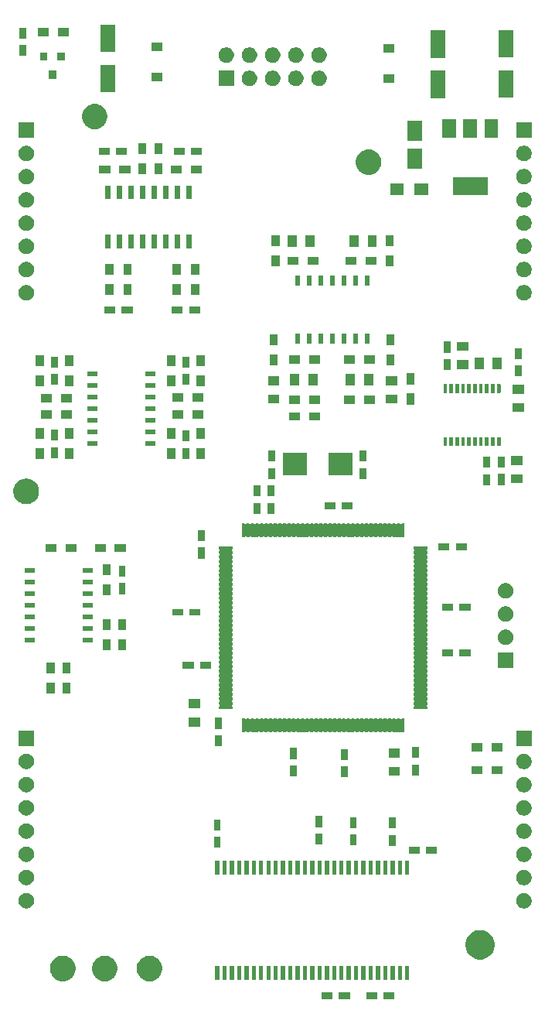
<source format=gbr>
G04 #@! TF.GenerationSoftware,KiCad,Pcbnew,(5.1.5)-3*
G04 #@! TF.CreationDate,2020-09-27T14:55:58+01:00*
G04 #@! TF.ProjectId,Alligator_Components,416c6c69-6761-4746-9f72-5f436f6d706f,rev?*
G04 #@! TF.SameCoordinates,Original*
G04 #@! TF.FileFunction,Soldermask,Top*
G04 #@! TF.FilePolarity,Negative*
%FSLAX46Y46*%
G04 Gerber Fmt 4.6, Leading zero omitted, Abs format (unit mm)*
G04 Created by KiCad (PCBNEW (5.1.5)-3) date 2020-09-27 14:55:58*
%MOMM*%
%LPD*%
G04 APERTURE LIST*
%ADD10C,0.100000*%
G04 APERTURE END LIST*
D10*
G36*
X142825000Y-158550000D02*
G01*
X141625000Y-158550000D01*
X141625000Y-157800000D01*
X142825000Y-157800000D01*
X142825000Y-158550000D01*
G37*
G36*
X136050000Y-158550000D02*
G01*
X134850000Y-158550000D01*
X134850000Y-157800000D01*
X136050000Y-157800000D01*
X136050000Y-158550000D01*
G37*
G36*
X137950000Y-158550000D02*
G01*
X136750000Y-158550000D01*
X136750000Y-157800000D01*
X137950000Y-157800000D01*
X137950000Y-158550000D01*
G37*
G36*
X140925000Y-158550000D02*
G01*
X139725000Y-158550000D01*
X139725000Y-157800000D01*
X140925000Y-157800000D01*
X140925000Y-158550000D01*
G37*
G36*
X106773126Y-153826900D02*
G01*
X106908365Y-153853801D01*
X107163149Y-153959336D01*
X107392448Y-154112549D01*
X107587451Y-154307552D01*
X107740664Y-154536851D01*
X107846199Y-154791635D01*
X107900000Y-155062112D01*
X107900000Y-155337888D01*
X107846199Y-155608365D01*
X107740664Y-155863149D01*
X107587451Y-156092448D01*
X107392448Y-156287451D01*
X107163149Y-156440664D01*
X106908365Y-156546199D01*
X106773127Y-156573099D01*
X106637889Y-156600000D01*
X106362111Y-156600000D01*
X106226873Y-156573099D01*
X106091635Y-156546199D01*
X105836851Y-156440664D01*
X105607552Y-156287451D01*
X105412549Y-156092448D01*
X105259336Y-155863149D01*
X105153801Y-155608365D01*
X105100000Y-155337888D01*
X105100000Y-155062112D01*
X105153801Y-154791635D01*
X105259336Y-154536851D01*
X105412549Y-154307552D01*
X105607552Y-154112549D01*
X105836851Y-153959336D01*
X106091635Y-153853801D01*
X106226874Y-153826900D01*
X106362111Y-153800000D01*
X106637889Y-153800000D01*
X106773126Y-153826900D01*
G37*
G36*
X116273126Y-153826900D02*
G01*
X116408365Y-153853801D01*
X116663149Y-153959336D01*
X116892448Y-154112549D01*
X117087451Y-154307552D01*
X117240664Y-154536851D01*
X117346199Y-154791635D01*
X117400000Y-155062112D01*
X117400000Y-155337888D01*
X117346199Y-155608365D01*
X117240664Y-155863149D01*
X117087451Y-156092448D01*
X116892448Y-156287451D01*
X116663149Y-156440664D01*
X116408365Y-156546199D01*
X116273127Y-156573099D01*
X116137889Y-156600000D01*
X115862111Y-156600000D01*
X115726873Y-156573099D01*
X115591635Y-156546199D01*
X115336851Y-156440664D01*
X115107552Y-156287451D01*
X114912549Y-156092448D01*
X114759336Y-155863149D01*
X114653801Y-155608365D01*
X114600000Y-155337888D01*
X114600000Y-155062112D01*
X114653801Y-154791635D01*
X114759336Y-154536851D01*
X114912549Y-154307552D01*
X115107552Y-154112549D01*
X115336851Y-153959336D01*
X115591635Y-153853801D01*
X115726874Y-153826900D01*
X115862111Y-153800000D01*
X116137889Y-153800000D01*
X116273126Y-153826900D01*
G37*
G36*
X111373126Y-153826900D02*
G01*
X111508365Y-153853801D01*
X111763149Y-153959336D01*
X111992448Y-154112549D01*
X112187451Y-154307552D01*
X112340664Y-154536851D01*
X112446199Y-154791635D01*
X112500000Y-155062112D01*
X112500000Y-155337888D01*
X112446199Y-155608365D01*
X112340664Y-155863149D01*
X112187451Y-156092448D01*
X111992448Y-156287451D01*
X111763149Y-156440664D01*
X111508365Y-156546199D01*
X111373127Y-156573099D01*
X111237889Y-156600000D01*
X110962111Y-156600000D01*
X110826873Y-156573099D01*
X110691635Y-156546199D01*
X110436851Y-156440664D01*
X110207552Y-156287451D01*
X110012549Y-156092448D01*
X109859336Y-155863149D01*
X109753801Y-155608365D01*
X109700000Y-155337888D01*
X109700000Y-155062112D01*
X109753801Y-154791635D01*
X109859336Y-154536851D01*
X110012549Y-154307552D01*
X110207552Y-154112549D01*
X110436851Y-153959336D01*
X110691635Y-153853801D01*
X110826874Y-153826900D01*
X110962111Y-153800000D01*
X111237889Y-153800000D01*
X111373126Y-153826900D01*
G37*
G36*
X135654000Y-156430000D02*
G01*
X135196000Y-156430000D01*
X135196000Y-154920000D01*
X135654000Y-154920000D01*
X135654000Y-156430000D01*
G37*
G36*
X141254000Y-156430000D02*
G01*
X140796000Y-156430000D01*
X140796000Y-154920000D01*
X141254000Y-154920000D01*
X141254000Y-156430000D01*
G37*
G36*
X136454000Y-156430000D02*
G01*
X135996000Y-156430000D01*
X135996000Y-154920000D01*
X136454000Y-154920000D01*
X136454000Y-156430000D01*
G37*
G36*
X137254000Y-156430000D02*
G01*
X136796000Y-156430000D01*
X136796000Y-154920000D01*
X137254000Y-154920000D01*
X137254000Y-156430000D01*
G37*
G36*
X138054000Y-156430000D02*
G01*
X137596000Y-156430000D01*
X137596000Y-154920000D01*
X138054000Y-154920000D01*
X138054000Y-156430000D01*
G37*
G36*
X138854000Y-156430000D02*
G01*
X138396000Y-156430000D01*
X138396000Y-154920000D01*
X138854000Y-154920000D01*
X138854000Y-156430000D01*
G37*
G36*
X139654000Y-156430000D02*
G01*
X139196000Y-156430000D01*
X139196000Y-154920000D01*
X139654000Y-154920000D01*
X139654000Y-156430000D01*
G37*
G36*
X140454000Y-156430000D02*
G01*
X139996000Y-156430000D01*
X139996000Y-154920000D01*
X140454000Y-154920000D01*
X140454000Y-156430000D01*
G37*
G36*
X142054000Y-156430000D02*
G01*
X141596000Y-156430000D01*
X141596000Y-154920000D01*
X142054000Y-154920000D01*
X142054000Y-156430000D01*
G37*
G36*
X142854000Y-156430000D02*
G01*
X142396000Y-156430000D01*
X142396000Y-154920000D01*
X142854000Y-154920000D01*
X142854000Y-156430000D01*
G37*
G36*
X143654000Y-156430000D02*
G01*
X143196000Y-156430000D01*
X143196000Y-154920000D01*
X143654000Y-154920000D01*
X143654000Y-156430000D01*
G37*
G36*
X144454000Y-156430000D02*
G01*
X143996000Y-156430000D01*
X143996000Y-154920000D01*
X144454000Y-154920000D01*
X144454000Y-156430000D01*
G37*
G36*
X124454000Y-156430000D02*
G01*
X123996000Y-156430000D01*
X123996000Y-154920000D01*
X124454000Y-154920000D01*
X124454000Y-156430000D01*
G37*
G36*
X134054000Y-156430000D02*
G01*
X133596000Y-156430000D01*
X133596000Y-154920000D01*
X134054000Y-154920000D01*
X134054000Y-156430000D01*
G37*
G36*
X133254000Y-156430000D02*
G01*
X132796000Y-156430000D01*
X132796000Y-154920000D01*
X133254000Y-154920000D01*
X133254000Y-156430000D01*
G37*
G36*
X132454000Y-156430000D02*
G01*
X131996000Y-156430000D01*
X131996000Y-154920000D01*
X132454000Y-154920000D01*
X132454000Y-156430000D01*
G37*
G36*
X131654000Y-156430000D02*
G01*
X131196000Y-156430000D01*
X131196000Y-154920000D01*
X131654000Y-154920000D01*
X131654000Y-156430000D01*
G37*
G36*
X130854000Y-156430000D02*
G01*
X130396000Y-156430000D01*
X130396000Y-154920000D01*
X130854000Y-154920000D01*
X130854000Y-156430000D01*
G37*
G36*
X130054000Y-156430000D02*
G01*
X129596000Y-156430000D01*
X129596000Y-154920000D01*
X130054000Y-154920000D01*
X130054000Y-156430000D01*
G37*
G36*
X129254000Y-156430000D02*
G01*
X128796000Y-156430000D01*
X128796000Y-154920000D01*
X129254000Y-154920000D01*
X129254000Y-156430000D01*
G37*
G36*
X123654000Y-156430000D02*
G01*
X123196000Y-156430000D01*
X123196000Y-154920000D01*
X123654000Y-154920000D01*
X123654000Y-156430000D01*
G37*
G36*
X128454000Y-156430000D02*
G01*
X127996000Y-156430000D01*
X127996000Y-154920000D01*
X128454000Y-154920000D01*
X128454000Y-156430000D01*
G37*
G36*
X127654000Y-156430000D02*
G01*
X127196000Y-156430000D01*
X127196000Y-154920000D01*
X127654000Y-154920000D01*
X127654000Y-156430000D01*
G37*
G36*
X125254000Y-156430000D02*
G01*
X124796000Y-156430000D01*
X124796000Y-154920000D01*
X125254000Y-154920000D01*
X125254000Y-156430000D01*
G37*
G36*
X126854000Y-156430000D02*
G01*
X126396000Y-156430000D01*
X126396000Y-154920000D01*
X126854000Y-154920000D01*
X126854000Y-156430000D01*
G37*
G36*
X126054000Y-156430000D02*
G01*
X125596000Y-156430000D01*
X125596000Y-154920000D01*
X126054000Y-154920000D01*
X126054000Y-156430000D01*
G37*
G36*
X134854000Y-156430000D02*
G01*
X134396000Y-156430000D01*
X134396000Y-154920000D01*
X134854000Y-154920000D01*
X134854000Y-156430000D01*
G37*
G36*
X152666703Y-151061486D02*
G01*
X152957883Y-151182097D01*
X153219940Y-151357198D01*
X153442802Y-151580060D01*
X153617903Y-151842117D01*
X153738514Y-152133297D01*
X153800000Y-152442412D01*
X153800000Y-152757588D01*
X153738514Y-153066703D01*
X153617903Y-153357883D01*
X153442802Y-153619940D01*
X153219940Y-153842802D01*
X152957883Y-154017903D01*
X152666703Y-154138514D01*
X152357588Y-154200000D01*
X152042412Y-154200000D01*
X151733297Y-154138514D01*
X151442117Y-154017903D01*
X151180060Y-153842802D01*
X150957198Y-153619940D01*
X150782097Y-153357883D01*
X150661486Y-153066703D01*
X150600000Y-152757588D01*
X150600000Y-152442412D01*
X150661486Y-152133297D01*
X150782097Y-151842117D01*
X150957198Y-151580060D01*
X151180060Y-151357198D01*
X151442117Y-151182097D01*
X151733297Y-151061486D01*
X152042412Y-151000000D01*
X152357588Y-151000000D01*
X152666703Y-151061486D01*
G37*
G36*
X157247935Y-146962664D02*
G01*
X157402624Y-147026739D01*
X157402626Y-147026740D01*
X157541844Y-147119762D01*
X157660238Y-147238156D01*
X157753260Y-147377374D01*
X157753261Y-147377376D01*
X157817336Y-147532065D01*
X157850000Y-147696281D01*
X157850000Y-147863719D01*
X157817336Y-148027935D01*
X157753261Y-148182624D01*
X157753260Y-148182626D01*
X157660238Y-148321844D01*
X157541844Y-148440238D01*
X157402626Y-148533260D01*
X157402625Y-148533261D01*
X157402624Y-148533261D01*
X157247935Y-148597336D01*
X157083719Y-148630000D01*
X156916281Y-148630000D01*
X156752065Y-148597336D01*
X156597376Y-148533261D01*
X156597375Y-148533261D01*
X156597374Y-148533260D01*
X156458156Y-148440238D01*
X156339762Y-148321844D01*
X156246740Y-148182626D01*
X156246739Y-148182624D01*
X156182664Y-148027935D01*
X156150000Y-147863719D01*
X156150000Y-147696281D01*
X156182664Y-147532065D01*
X156246739Y-147377376D01*
X156246740Y-147377374D01*
X156339762Y-147238156D01*
X156458156Y-147119762D01*
X156597374Y-147026740D01*
X156597376Y-147026739D01*
X156752065Y-146962664D01*
X156916281Y-146930000D01*
X157083719Y-146930000D01*
X157247935Y-146962664D01*
G37*
G36*
X102747935Y-146962664D02*
G01*
X102902624Y-147026739D01*
X102902626Y-147026740D01*
X103041844Y-147119762D01*
X103160238Y-147238156D01*
X103253260Y-147377374D01*
X103253261Y-147377376D01*
X103317336Y-147532065D01*
X103350000Y-147696281D01*
X103350000Y-147863719D01*
X103317336Y-148027935D01*
X103253261Y-148182624D01*
X103253260Y-148182626D01*
X103160238Y-148321844D01*
X103041844Y-148440238D01*
X102902626Y-148533260D01*
X102902625Y-148533261D01*
X102902624Y-148533261D01*
X102747935Y-148597336D01*
X102583719Y-148630000D01*
X102416281Y-148630000D01*
X102252065Y-148597336D01*
X102097376Y-148533261D01*
X102097375Y-148533261D01*
X102097374Y-148533260D01*
X101958156Y-148440238D01*
X101839762Y-148321844D01*
X101746740Y-148182626D01*
X101746739Y-148182624D01*
X101682664Y-148027935D01*
X101650000Y-147863719D01*
X101650000Y-147696281D01*
X101682664Y-147532065D01*
X101746739Y-147377376D01*
X101746740Y-147377374D01*
X101839762Y-147238156D01*
X101958156Y-147119762D01*
X102097374Y-147026740D01*
X102097376Y-147026739D01*
X102252065Y-146962664D01*
X102416281Y-146930000D01*
X102583719Y-146930000D01*
X102747935Y-146962664D01*
G37*
G36*
X102747935Y-144422664D02*
G01*
X102902624Y-144486739D01*
X102902626Y-144486740D01*
X103041844Y-144579762D01*
X103160238Y-144698156D01*
X103253260Y-144837374D01*
X103253261Y-144837376D01*
X103317336Y-144992065D01*
X103350000Y-145156281D01*
X103350000Y-145323719D01*
X103317336Y-145487935D01*
X103253261Y-145642624D01*
X103253260Y-145642626D01*
X103160238Y-145781844D01*
X103041844Y-145900238D01*
X102902626Y-145993260D01*
X102902625Y-145993261D01*
X102902624Y-145993261D01*
X102747935Y-146057336D01*
X102583719Y-146090000D01*
X102416281Y-146090000D01*
X102252065Y-146057336D01*
X102097376Y-145993261D01*
X102097375Y-145993261D01*
X102097374Y-145993260D01*
X101958156Y-145900238D01*
X101839762Y-145781844D01*
X101746740Y-145642626D01*
X101746739Y-145642624D01*
X101682664Y-145487935D01*
X101650000Y-145323719D01*
X101650000Y-145156281D01*
X101682664Y-144992065D01*
X101746739Y-144837376D01*
X101746740Y-144837374D01*
X101839762Y-144698156D01*
X101958156Y-144579762D01*
X102097374Y-144486740D01*
X102097376Y-144486739D01*
X102252065Y-144422664D01*
X102416281Y-144390000D01*
X102583719Y-144390000D01*
X102747935Y-144422664D01*
G37*
G36*
X157247935Y-144422664D02*
G01*
X157402624Y-144486739D01*
X157402626Y-144486740D01*
X157541844Y-144579762D01*
X157660238Y-144698156D01*
X157753260Y-144837374D01*
X157753261Y-144837376D01*
X157817336Y-144992065D01*
X157850000Y-145156281D01*
X157850000Y-145323719D01*
X157817336Y-145487935D01*
X157753261Y-145642624D01*
X157753260Y-145642626D01*
X157660238Y-145781844D01*
X157541844Y-145900238D01*
X157402626Y-145993260D01*
X157402625Y-145993261D01*
X157402624Y-145993261D01*
X157247935Y-146057336D01*
X157083719Y-146090000D01*
X156916281Y-146090000D01*
X156752065Y-146057336D01*
X156597376Y-145993261D01*
X156597375Y-145993261D01*
X156597374Y-145993260D01*
X156458156Y-145900238D01*
X156339762Y-145781844D01*
X156246740Y-145642626D01*
X156246739Y-145642624D01*
X156182664Y-145487935D01*
X156150000Y-145323719D01*
X156150000Y-145156281D01*
X156182664Y-144992065D01*
X156246739Y-144837376D01*
X156246740Y-144837374D01*
X156339762Y-144698156D01*
X156458156Y-144579762D01*
X156597374Y-144486740D01*
X156597376Y-144486739D01*
X156752065Y-144422664D01*
X156916281Y-144390000D01*
X157083719Y-144390000D01*
X157247935Y-144422664D01*
G37*
G36*
X138854000Y-144930000D02*
G01*
X138396000Y-144930000D01*
X138396000Y-143420000D01*
X138854000Y-143420000D01*
X138854000Y-144930000D01*
G37*
G36*
X138054000Y-144930000D02*
G01*
X137596000Y-144930000D01*
X137596000Y-143420000D01*
X138054000Y-143420000D01*
X138054000Y-144930000D01*
G37*
G36*
X137254000Y-144930000D02*
G01*
X136796000Y-144930000D01*
X136796000Y-143420000D01*
X137254000Y-143420000D01*
X137254000Y-144930000D01*
G37*
G36*
X136454000Y-144930000D02*
G01*
X135996000Y-144930000D01*
X135996000Y-143420000D01*
X136454000Y-143420000D01*
X136454000Y-144930000D01*
G37*
G36*
X135654000Y-144930000D02*
G01*
X135196000Y-144930000D01*
X135196000Y-143420000D01*
X135654000Y-143420000D01*
X135654000Y-144930000D01*
G37*
G36*
X134854000Y-144930000D02*
G01*
X134396000Y-144930000D01*
X134396000Y-143420000D01*
X134854000Y-143420000D01*
X134854000Y-144930000D01*
G37*
G36*
X134054000Y-144930000D02*
G01*
X133596000Y-144930000D01*
X133596000Y-143420000D01*
X134054000Y-143420000D01*
X134054000Y-144930000D01*
G37*
G36*
X133254000Y-144930000D02*
G01*
X132796000Y-144930000D01*
X132796000Y-143420000D01*
X133254000Y-143420000D01*
X133254000Y-144930000D01*
G37*
G36*
X132454000Y-144930000D02*
G01*
X131996000Y-144930000D01*
X131996000Y-143420000D01*
X132454000Y-143420000D01*
X132454000Y-144930000D01*
G37*
G36*
X131654000Y-144930000D02*
G01*
X131196000Y-144930000D01*
X131196000Y-143420000D01*
X131654000Y-143420000D01*
X131654000Y-144930000D01*
G37*
G36*
X130854000Y-144930000D02*
G01*
X130396000Y-144930000D01*
X130396000Y-143420000D01*
X130854000Y-143420000D01*
X130854000Y-144930000D01*
G37*
G36*
X130054000Y-144930000D02*
G01*
X129596000Y-144930000D01*
X129596000Y-143420000D01*
X130054000Y-143420000D01*
X130054000Y-144930000D01*
G37*
G36*
X139654000Y-144930000D02*
G01*
X139196000Y-144930000D01*
X139196000Y-143420000D01*
X139654000Y-143420000D01*
X139654000Y-144930000D01*
G37*
G36*
X129254000Y-144930000D02*
G01*
X128796000Y-144930000D01*
X128796000Y-143420000D01*
X129254000Y-143420000D01*
X129254000Y-144930000D01*
G37*
G36*
X141254000Y-144930000D02*
G01*
X140796000Y-144930000D01*
X140796000Y-143420000D01*
X141254000Y-143420000D01*
X141254000Y-144930000D01*
G37*
G36*
X123654000Y-144930000D02*
G01*
X123196000Y-144930000D01*
X123196000Y-143420000D01*
X123654000Y-143420000D01*
X123654000Y-144930000D01*
G37*
G36*
X124454000Y-144930000D02*
G01*
X123996000Y-144930000D01*
X123996000Y-143420000D01*
X124454000Y-143420000D01*
X124454000Y-144930000D01*
G37*
G36*
X125254000Y-144930000D02*
G01*
X124796000Y-144930000D01*
X124796000Y-143420000D01*
X125254000Y-143420000D01*
X125254000Y-144930000D01*
G37*
G36*
X126054000Y-144930000D02*
G01*
X125596000Y-144930000D01*
X125596000Y-143420000D01*
X126054000Y-143420000D01*
X126054000Y-144930000D01*
G37*
G36*
X126854000Y-144930000D02*
G01*
X126396000Y-144930000D01*
X126396000Y-143420000D01*
X126854000Y-143420000D01*
X126854000Y-144930000D01*
G37*
G36*
X127654000Y-144930000D02*
G01*
X127196000Y-144930000D01*
X127196000Y-143420000D01*
X127654000Y-143420000D01*
X127654000Y-144930000D01*
G37*
G36*
X144454000Y-144930000D02*
G01*
X143996000Y-144930000D01*
X143996000Y-143420000D01*
X144454000Y-143420000D01*
X144454000Y-144930000D01*
G37*
G36*
X143654000Y-144930000D02*
G01*
X143196000Y-144930000D01*
X143196000Y-143420000D01*
X143654000Y-143420000D01*
X143654000Y-144930000D01*
G37*
G36*
X142854000Y-144930000D02*
G01*
X142396000Y-144930000D01*
X142396000Y-143420000D01*
X142854000Y-143420000D01*
X142854000Y-144930000D01*
G37*
G36*
X142054000Y-144930000D02*
G01*
X141596000Y-144930000D01*
X141596000Y-143420000D01*
X142054000Y-143420000D01*
X142054000Y-144930000D01*
G37*
G36*
X140454000Y-144930000D02*
G01*
X139996000Y-144930000D01*
X139996000Y-143420000D01*
X140454000Y-143420000D01*
X140454000Y-144930000D01*
G37*
G36*
X128454000Y-144930000D02*
G01*
X127996000Y-144930000D01*
X127996000Y-143420000D01*
X128454000Y-143420000D01*
X128454000Y-144930000D01*
G37*
G36*
X157247935Y-141882664D02*
G01*
X157402624Y-141946739D01*
X157402626Y-141946740D01*
X157541844Y-142039762D01*
X157660238Y-142158156D01*
X157753260Y-142297374D01*
X157753261Y-142297376D01*
X157817336Y-142452065D01*
X157850000Y-142616281D01*
X157850000Y-142783719D01*
X157817336Y-142947935D01*
X157753261Y-143102624D01*
X157753260Y-143102626D01*
X157660238Y-143241844D01*
X157541844Y-143360238D01*
X157402626Y-143453260D01*
X157402625Y-143453261D01*
X157402624Y-143453261D01*
X157247935Y-143517336D01*
X157083719Y-143550000D01*
X156916281Y-143550000D01*
X156752065Y-143517336D01*
X156597376Y-143453261D01*
X156597375Y-143453261D01*
X156597374Y-143453260D01*
X156458156Y-143360238D01*
X156339762Y-143241844D01*
X156246740Y-143102626D01*
X156246739Y-143102624D01*
X156182664Y-142947935D01*
X156150000Y-142783719D01*
X156150000Y-142616281D01*
X156182664Y-142452065D01*
X156246739Y-142297376D01*
X156246740Y-142297374D01*
X156339762Y-142158156D01*
X156458156Y-142039762D01*
X156597374Y-141946740D01*
X156597376Y-141946739D01*
X156752065Y-141882664D01*
X156916281Y-141850000D01*
X157083719Y-141850000D01*
X157247935Y-141882664D01*
G37*
G36*
X102747935Y-141882664D02*
G01*
X102902624Y-141946739D01*
X102902626Y-141946740D01*
X103041844Y-142039762D01*
X103160238Y-142158156D01*
X103253260Y-142297374D01*
X103253261Y-142297376D01*
X103317336Y-142452065D01*
X103350000Y-142616281D01*
X103350000Y-142783719D01*
X103317336Y-142947935D01*
X103253261Y-143102624D01*
X103253260Y-143102626D01*
X103160238Y-143241844D01*
X103041844Y-143360238D01*
X102902626Y-143453260D01*
X102902625Y-143453261D01*
X102902624Y-143453261D01*
X102747935Y-143517336D01*
X102583719Y-143550000D01*
X102416281Y-143550000D01*
X102252065Y-143517336D01*
X102097376Y-143453261D01*
X102097375Y-143453261D01*
X102097374Y-143453260D01*
X101958156Y-143360238D01*
X101839762Y-143241844D01*
X101746740Y-143102626D01*
X101746739Y-143102624D01*
X101682664Y-142947935D01*
X101650000Y-142783719D01*
X101650000Y-142616281D01*
X101682664Y-142452065D01*
X101746739Y-142297376D01*
X101746740Y-142297374D01*
X101839762Y-142158156D01*
X101958156Y-142039762D01*
X102097374Y-141946740D01*
X102097376Y-141946739D01*
X102252065Y-141882664D01*
X102416281Y-141850000D01*
X102583719Y-141850000D01*
X102747935Y-141882664D01*
G37*
G36*
X145575000Y-142600000D02*
G01*
X144375000Y-142600000D01*
X144375000Y-141850000D01*
X145575000Y-141850000D01*
X145575000Y-142600000D01*
G37*
G36*
X147475000Y-142600000D02*
G01*
X146275000Y-142600000D01*
X146275000Y-141850000D01*
X147475000Y-141850000D01*
X147475000Y-142600000D01*
G37*
G36*
X123800000Y-141975000D02*
G01*
X123050000Y-141975000D01*
X123050000Y-140775000D01*
X123800000Y-140775000D01*
X123800000Y-141975000D01*
G37*
G36*
X143000000Y-141775000D02*
G01*
X142250000Y-141775000D01*
X142250000Y-140575000D01*
X143000000Y-140575000D01*
X143000000Y-141775000D01*
G37*
G36*
X138700000Y-141725000D02*
G01*
X137950000Y-141725000D01*
X137950000Y-140525000D01*
X138700000Y-140525000D01*
X138700000Y-141725000D01*
G37*
G36*
X134900000Y-141625000D02*
G01*
X134150000Y-141625000D01*
X134150000Y-140425000D01*
X134900000Y-140425000D01*
X134900000Y-141625000D01*
G37*
G36*
X102747935Y-139342664D02*
G01*
X102902624Y-139406739D01*
X102902626Y-139406740D01*
X103041844Y-139499762D01*
X103160238Y-139618156D01*
X103231628Y-139725000D01*
X103253261Y-139757376D01*
X103317336Y-139912065D01*
X103350000Y-140076281D01*
X103350000Y-140243719D01*
X103317336Y-140407935D01*
X103253261Y-140562624D01*
X103253260Y-140562626D01*
X103160238Y-140701844D01*
X103041844Y-140820238D01*
X102902626Y-140913260D01*
X102902625Y-140913261D01*
X102902624Y-140913261D01*
X102747935Y-140977336D01*
X102583719Y-141010000D01*
X102416281Y-141010000D01*
X102252065Y-140977336D01*
X102097376Y-140913261D01*
X102097375Y-140913261D01*
X102097374Y-140913260D01*
X101958156Y-140820238D01*
X101839762Y-140701844D01*
X101746740Y-140562626D01*
X101746739Y-140562624D01*
X101682664Y-140407935D01*
X101650000Y-140243719D01*
X101650000Y-140076281D01*
X101682664Y-139912065D01*
X101746739Y-139757376D01*
X101768372Y-139725000D01*
X101839762Y-139618156D01*
X101958156Y-139499762D01*
X102097374Y-139406740D01*
X102097376Y-139406739D01*
X102252065Y-139342664D01*
X102416281Y-139310000D01*
X102583719Y-139310000D01*
X102747935Y-139342664D01*
G37*
G36*
X157247935Y-139342664D02*
G01*
X157402624Y-139406739D01*
X157402626Y-139406740D01*
X157541844Y-139499762D01*
X157660238Y-139618156D01*
X157731628Y-139725000D01*
X157753261Y-139757376D01*
X157817336Y-139912065D01*
X157850000Y-140076281D01*
X157850000Y-140243719D01*
X157817336Y-140407935D01*
X157753261Y-140562624D01*
X157753260Y-140562626D01*
X157660238Y-140701844D01*
X157541844Y-140820238D01*
X157402626Y-140913260D01*
X157402625Y-140913261D01*
X157402624Y-140913261D01*
X157247935Y-140977336D01*
X157083719Y-141010000D01*
X156916281Y-141010000D01*
X156752065Y-140977336D01*
X156597376Y-140913261D01*
X156597375Y-140913261D01*
X156597374Y-140913260D01*
X156458156Y-140820238D01*
X156339762Y-140701844D01*
X156246740Y-140562626D01*
X156246739Y-140562624D01*
X156182664Y-140407935D01*
X156150000Y-140243719D01*
X156150000Y-140076281D01*
X156182664Y-139912065D01*
X156246739Y-139757376D01*
X156268372Y-139725000D01*
X156339762Y-139618156D01*
X156458156Y-139499762D01*
X156597374Y-139406740D01*
X156597376Y-139406739D01*
X156752065Y-139342664D01*
X156916281Y-139310000D01*
X157083719Y-139310000D01*
X157247935Y-139342664D01*
G37*
G36*
X123800000Y-140075000D02*
G01*
X123050000Y-140075000D01*
X123050000Y-138875000D01*
X123800000Y-138875000D01*
X123800000Y-140075000D01*
G37*
G36*
X143000000Y-139875000D02*
G01*
X142250000Y-139875000D01*
X142250000Y-138675000D01*
X143000000Y-138675000D01*
X143000000Y-139875000D01*
G37*
G36*
X138700000Y-139825000D02*
G01*
X137950000Y-139825000D01*
X137950000Y-138625000D01*
X138700000Y-138625000D01*
X138700000Y-139825000D01*
G37*
G36*
X134900000Y-139725000D02*
G01*
X134150000Y-139725000D01*
X134150000Y-138525000D01*
X134900000Y-138525000D01*
X134900000Y-139725000D01*
G37*
G36*
X102747935Y-136802664D02*
G01*
X102902624Y-136866739D01*
X102902626Y-136866740D01*
X103041844Y-136959762D01*
X103160238Y-137078156D01*
X103253260Y-137217374D01*
X103253261Y-137217376D01*
X103317336Y-137372065D01*
X103350000Y-137536281D01*
X103350000Y-137703719D01*
X103317336Y-137867935D01*
X103253261Y-138022624D01*
X103253260Y-138022626D01*
X103160238Y-138161844D01*
X103041844Y-138280238D01*
X102902626Y-138373260D01*
X102902625Y-138373261D01*
X102902624Y-138373261D01*
X102747935Y-138437336D01*
X102583719Y-138470000D01*
X102416281Y-138470000D01*
X102252065Y-138437336D01*
X102097376Y-138373261D01*
X102097375Y-138373261D01*
X102097374Y-138373260D01*
X101958156Y-138280238D01*
X101839762Y-138161844D01*
X101746740Y-138022626D01*
X101746739Y-138022624D01*
X101682664Y-137867935D01*
X101650000Y-137703719D01*
X101650000Y-137536281D01*
X101682664Y-137372065D01*
X101746739Y-137217376D01*
X101746740Y-137217374D01*
X101839762Y-137078156D01*
X101958156Y-136959762D01*
X102097374Y-136866740D01*
X102097376Y-136866739D01*
X102252065Y-136802664D01*
X102416281Y-136770000D01*
X102583719Y-136770000D01*
X102747935Y-136802664D01*
G37*
G36*
X157247935Y-136802664D02*
G01*
X157402624Y-136866739D01*
X157402626Y-136866740D01*
X157541844Y-136959762D01*
X157660238Y-137078156D01*
X157753260Y-137217374D01*
X157753261Y-137217376D01*
X157817336Y-137372065D01*
X157850000Y-137536281D01*
X157850000Y-137703719D01*
X157817336Y-137867935D01*
X157753261Y-138022624D01*
X157753260Y-138022626D01*
X157660238Y-138161844D01*
X157541844Y-138280238D01*
X157402626Y-138373260D01*
X157402625Y-138373261D01*
X157402624Y-138373261D01*
X157247935Y-138437336D01*
X157083719Y-138470000D01*
X156916281Y-138470000D01*
X156752065Y-138437336D01*
X156597376Y-138373261D01*
X156597375Y-138373261D01*
X156597374Y-138373260D01*
X156458156Y-138280238D01*
X156339762Y-138161844D01*
X156246740Y-138022626D01*
X156246739Y-138022624D01*
X156182664Y-137867935D01*
X156150000Y-137703719D01*
X156150000Y-137536281D01*
X156182664Y-137372065D01*
X156246739Y-137217376D01*
X156246740Y-137217374D01*
X156339762Y-137078156D01*
X156458156Y-136959762D01*
X156597374Y-136866740D01*
X156597376Y-136866739D01*
X156752065Y-136802664D01*
X156916281Y-136770000D01*
X157083719Y-136770000D01*
X157247935Y-136802664D01*
G37*
G36*
X102747935Y-134262664D02*
G01*
X102902624Y-134326739D01*
X102902626Y-134326740D01*
X103041844Y-134419762D01*
X103160238Y-134538156D01*
X103253260Y-134677374D01*
X103253261Y-134677376D01*
X103317336Y-134832065D01*
X103350000Y-134996281D01*
X103350000Y-135163719D01*
X103317336Y-135327935D01*
X103253261Y-135482624D01*
X103253260Y-135482626D01*
X103160238Y-135621844D01*
X103041844Y-135740238D01*
X102902626Y-135833260D01*
X102902625Y-135833261D01*
X102902624Y-135833261D01*
X102747935Y-135897336D01*
X102583719Y-135930000D01*
X102416281Y-135930000D01*
X102252065Y-135897336D01*
X102097376Y-135833261D01*
X102097375Y-135833261D01*
X102097374Y-135833260D01*
X101958156Y-135740238D01*
X101839762Y-135621844D01*
X101746740Y-135482626D01*
X101746739Y-135482624D01*
X101682664Y-135327935D01*
X101650000Y-135163719D01*
X101650000Y-134996281D01*
X101682664Y-134832065D01*
X101746739Y-134677376D01*
X101746740Y-134677374D01*
X101839762Y-134538156D01*
X101958156Y-134419762D01*
X102097374Y-134326740D01*
X102097376Y-134326739D01*
X102252065Y-134262664D01*
X102416281Y-134230000D01*
X102583719Y-134230000D01*
X102747935Y-134262664D01*
G37*
G36*
X157247935Y-134262664D02*
G01*
X157402624Y-134326739D01*
X157402626Y-134326740D01*
X157541844Y-134419762D01*
X157660238Y-134538156D01*
X157753260Y-134677374D01*
X157753261Y-134677376D01*
X157817336Y-134832065D01*
X157850000Y-134996281D01*
X157850000Y-135163719D01*
X157817336Y-135327935D01*
X157753261Y-135482624D01*
X157753260Y-135482626D01*
X157660238Y-135621844D01*
X157541844Y-135740238D01*
X157402626Y-135833260D01*
X157402625Y-135833261D01*
X157402624Y-135833261D01*
X157247935Y-135897336D01*
X157083719Y-135930000D01*
X156916281Y-135930000D01*
X156752065Y-135897336D01*
X156597376Y-135833261D01*
X156597375Y-135833261D01*
X156597374Y-135833260D01*
X156458156Y-135740238D01*
X156339762Y-135621844D01*
X156246740Y-135482626D01*
X156246739Y-135482624D01*
X156182664Y-135327935D01*
X156150000Y-135163719D01*
X156150000Y-134996281D01*
X156182664Y-134832065D01*
X156246739Y-134677376D01*
X156246740Y-134677374D01*
X156339762Y-134538156D01*
X156458156Y-134419762D01*
X156597374Y-134326740D01*
X156597376Y-134326739D01*
X156752065Y-134262664D01*
X156916281Y-134230000D01*
X157083719Y-134230000D01*
X157247935Y-134262664D01*
G37*
G36*
X137700000Y-134275000D02*
G01*
X136950000Y-134275000D01*
X136950000Y-133075000D01*
X137700000Y-133075000D01*
X137700000Y-134275000D01*
G37*
G36*
X132100000Y-134175000D02*
G01*
X131350000Y-134175000D01*
X131350000Y-132975000D01*
X132100000Y-132975000D01*
X132100000Y-134175000D01*
G37*
G36*
X143425000Y-134125000D02*
G01*
X142175000Y-134125000D01*
X142175000Y-133125000D01*
X143425000Y-133125000D01*
X143425000Y-134125000D01*
G37*
G36*
X145500000Y-134075000D02*
G01*
X144750000Y-134075000D01*
X144750000Y-132875000D01*
X145500000Y-132875000D01*
X145500000Y-134075000D01*
G37*
G36*
X152500000Y-133950000D02*
G01*
X151300000Y-133950000D01*
X151300000Y-133050000D01*
X152500000Y-133050000D01*
X152500000Y-133950000D01*
G37*
G36*
X154700000Y-133950000D02*
G01*
X153500000Y-133950000D01*
X153500000Y-133050000D01*
X154700000Y-133050000D01*
X154700000Y-133950000D01*
G37*
G36*
X157247935Y-131722664D02*
G01*
X157402624Y-131786739D01*
X157402626Y-131786740D01*
X157541844Y-131879762D01*
X157660238Y-131998156D01*
X157744992Y-132125000D01*
X157753261Y-132137376D01*
X157817336Y-132292065D01*
X157850000Y-132456281D01*
X157850000Y-132623719D01*
X157817336Y-132787935D01*
X157781272Y-132875000D01*
X157753260Y-132942626D01*
X157660238Y-133081844D01*
X157541844Y-133200238D01*
X157402626Y-133293260D01*
X157402625Y-133293261D01*
X157402624Y-133293261D01*
X157247935Y-133357336D01*
X157083719Y-133390000D01*
X156916281Y-133390000D01*
X156752065Y-133357336D01*
X156597376Y-133293261D01*
X156597375Y-133293261D01*
X156597374Y-133293260D01*
X156458156Y-133200238D01*
X156339762Y-133081844D01*
X156246740Y-132942626D01*
X156218728Y-132875000D01*
X156182664Y-132787935D01*
X156150000Y-132623719D01*
X156150000Y-132456281D01*
X156182664Y-132292065D01*
X156246739Y-132137376D01*
X156255008Y-132125000D01*
X156339762Y-131998156D01*
X156458156Y-131879762D01*
X156597374Y-131786740D01*
X156597376Y-131786739D01*
X156752065Y-131722664D01*
X156916281Y-131690000D01*
X157083719Y-131690000D01*
X157247935Y-131722664D01*
G37*
G36*
X102747935Y-131722664D02*
G01*
X102902624Y-131786739D01*
X102902626Y-131786740D01*
X103041844Y-131879762D01*
X103160238Y-131998156D01*
X103244992Y-132125000D01*
X103253261Y-132137376D01*
X103317336Y-132292065D01*
X103350000Y-132456281D01*
X103350000Y-132623719D01*
X103317336Y-132787935D01*
X103281272Y-132875000D01*
X103253260Y-132942626D01*
X103160238Y-133081844D01*
X103041844Y-133200238D01*
X102902626Y-133293260D01*
X102902625Y-133293261D01*
X102902624Y-133293261D01*
X102747935Y-133357336D01*
X102583719Y-133390000D01*
X102416281Y-133390000D01*
X102252065Y-133357336D01*
X102097376Y-133293261D01*
X102097375Y-133293261D01*
X102097374Y-133293260D01*
X101958156Y-133200238D01*
X101839762Y-133081844D01*
X101746740Y-132942626D01*
X101718728Y-132875000D01*
X101682664Y-132787935D01*
X101650000Y-132623719D01*
X101650000Y-132456281D01*
X101682664Y-132292065D01*
X101746739Y-132137376D01*
X101755008Y-132125000D01*
X101839762Y-131998156D01*
X101958156Y-131879762D01*
X102097374Y-131786740D01*
X102097376Y-131786739D01*
X102252065Y-131722664D01*
X102416281Y-131690000D01*
X102583719Y-131690000D01*
X102747935Y-131722664D01*
G37*
G36*
X137700000Y-132375000D02*
G01*
X136950000Y-132375000D01*
X136950000Y-131175000D01*
X137700000Y-131175000D01*
X137700000Y-132375000D01*
G37*
G36*
X132100000Y-132275000D02*
G01*
X131350000Y-132275000D01*
X131350000Y-131075000D01*
X132100000Y-131075000D01*
X132100000Y-132275000D01*
G37*
G36*
X145500000Y-132175000D02*
G01*
X144750000Y-132175000D01*
X144750000Y-130975000D01*
X145500000Y-130975000D01*
X145500000Y-132175000D01*
G37*
G36*
X143425000Y-132125000D02*
G01*
X142175000Y-132125000D01*
X142175000Y-131125000D01*
X143425000Y-131125000D01*
X143425000Y-132125000D01*
G37*
G36*
X154700000Y-131470000D02*
G01*
X153500000Y-131470000D01*
X153500000Y-130570000D01*
X154700000Y-130570000D01*
X154700000Y-131470000D01*
G37*
G36*
X152500000Y-131470000D02*
G01*
X151300000Y-131470000D01*
X151300000Y-130570000D01*
X152500000Y-130570000D01*
X152500000Y-131470000D01*
G37*
G36*
X123900000Y-130875000D02*
G01*
X123150000Y-130875000D01*
X123150000Y-129675000D01*
X123900000Y-129675000D01*
X123900000Y-130875000D01*
G37*
G36*
X103350000Y-130850000D02*
G01*
X101650000Y-130850000D01*
X101650000Y-129150000D01*
X103350000Y-129150000D01*
X103350000Y-130850000D01*
G37*
G36*
X157850000Y-130850000D02*
G01*
X156150000Y-130850000D01*
X156150000Y-129150000D01*
X157850000Y-129150000D01*
X157850000Y-130850000D01*
G37*
G36*
X126414823Y-127850833D02*
G01*
X126417051Y-127851509D01*
X126419106Y-127852608D01*
X126420908Y-127854087D01*
X126428375Y-127863185D01*
X126445703Y-127880511D01*
X126466077Y-127894125D01*
X126488716Y-127903502D01*
X126512749Y-127908282D01*
X126537253Y-127908282D01*
X126561287Y-127903501D01*
X126583925Y-127894124D01*
X126604300Y-127880510D01*
X126621625Y-127863185D01*
X126629092Y-127854087D01*
X126630894Y-127852608D01*
X126632949Y-127851509D01*
X126635177Y-127850833D01*
X126643640Y-127850000D01*
X126906360Y-127850000D01*
X126914823Y-127850833D01*
X126917051Y-127851509D01*
X126919106Y-127852608D01*
X126920908Y-127854087D01*
X126928375Y-127863185D01*
X126945703Y-127880511D01*
X126966077Y-127894125D01*
X126988716Y-127903502D01*
X127012749Y-127908282D01*
X127037253Y-127908282D01*
X127061287Y-127903501D01*
X127083925Y-127894124D01*
X127104300Y-127880510D01*
X127121625Y-127863185D01*
X127129092Y-127854087D01*
X127130894Y-127852608D01*
X127132949Y-127851509D01*
X127135177Y-127850833D01*
X127143640Y-127850000D01*
X127406360Y-127850000D01*
X127414823Y-127850833D01*
X127417051Y-127851509D01*
X127419106Y-127852608D01*
X127420908Y-127854087D01*
X127428375Y-127863185D01*
X127445703Y-127880511D01*
X127466077Y-127894125D01*
X127488716Y-127903502D01*
X127512749Y-127908282D01*
X127537253Y-127908282D01*
X127561287Y-127903501D01*
X127583925Y-127894124D01*
X127604300Y-127880510D01*
X127621625Y-127863185D01*
X127629092Y-127854087D01*
X127630894Y-127852608D01*
X127632949Y-127851509D01*
X127635177Y-127850833D01*
X127643640Y-127850000D01*
X127906360Y-127850000D01*
X127914823Y-127850833D01*
X127917051Y-127851509D01*
X127919106Y-127852608D01*
X127920908Y-127854087D01*
X127928375Y-127863185D01*
X127945703Y-127880511D01*
X127966077Y-127894125D01*
X127988716Y-127903502D01*
X128012749Y-127908282D01*
X128037253Y-127908282D01*
X128061287Y-127903501D01*
X128083925Y-127894124D01*
X128104300Y-127880510D01*
X128121625Y-127863185D01*
X128129092Y-127854087D01*
X128130894Y-127852608D01*
X128132949Y-127851509D01*
X128135177Y-127850833D01*
X128143640Y-127850000D01*
X128406360Y-127850000D01*
X128414823Y-127850833D01*
X128417051Y-127851509D01*
X128419106Y-127852608D01*
X128420908Y-127854087D01*
X128428375Y-127863185D01*
X128445703Y-127880511D01*
X128466077Y-127894125D01*
X128488716Y-127903502D01*
X128512749Y-127908282D01*
X128537253Y-127908282D01*
X128561287Y-127903501D01*
X128583925Y-127894124D01*
X128604300Y-127880510D01*
X128621625Y-127863185D01*
X128629092Y-127854087D01*
X128630894Y-127852608D01*
X128632949Y-127851509D01*
X128635177Y-127850833D01*
X128643640Y-127850000D01*
X128906360Y-127850000D01*
X128914823Y-127850833D01*
X128917051Y-127851509D01*
X128919106Y-127852608D01*
X128920908Y-127854087D01*
X128928375Y-127863185D01*
X128945703Y-127880511D01*
X128966077Y-127894125D01*
X128988716Y-127903502D01*
X129012749Y-127908282D01*
X129037253Y-127908282D01*
X129061287Y-127903501D01*
X129083925Y-127894124D01*
X129104300Y-127880510D01*
X129121625Y-127863185D01*
X129129092Y-127854087D01*
X129130894Y-127852608D01*
X129132949Y-127851509D01*
X129135177Y-127850833D01*
X129143640Y-127850000D01*
X129406360Y-127850000D01*
X129414823Y-127850833D01*
X129417051Y-127851509D01*
X129419106Y-127852608D01*
X129420908Y-127854087D01*
X129428375Y-127863185D01*
X129445703Y-127880511D01*
X129466077Y-127894125D01*
X129488716Y-127903502D01*
X129512749Y-127908282D01*
X129537253Y-127908282D01*
X129561287Y-127903501D01*
X129583925Y-127894124D01*
X129604300Y-127880510D01*
X129621625Y-127863185D01*
X129629092Y-127854087D01*
X129630894Y-127852608D01*
X129632949Y-127851509D01*
X129635177Y-127850833D01*
X129643640Y-127850000D01*
X129906360Y-127850000D01*
X129914823Y-127850833D01*
X129917051Y-127851509D01*
X129919106Y-127852608D01*
X129920908Y-127854087D01*
X129928375Y-127863185D01*
X129945703Y-127880511D01*
X129966077Y-127894125D01*
X129988716Y-127903502D01*
X130012749Y-127908282D01*
X130037253Y-127908282D01*
X130061287Y-127903501D01*
X130083925Y-127894124D01*
X130104300Y-127880510D01*
X130121625Y-127863185D01*
X130129092Y-127854087D01*
X130130894Y-127852608D01*
X130132949Y-127851509D01*
X130135177Y-127850833D01*
X130143640Y-127850000D01*
X130406360Y-127850000D01*
X130414823Y-127850833D01*
X130417051Y-127851509D01*
X130419106Y-127852608D01*
X130420908Y-127854087D01*
X130428375Y-127863185D01*
X130445703Y-127880511D01*
X130466077Y-127894125D01*
X130488716Y-127903502D01*
X130512749Y-127908282D01*
X130537253Y-127908282D01*
X130561287Y-127903501D01*
X130583925Y-127894124D01*
X130604300Y-127880510D01*
X130621625Y-127863185D01*
X130629092Y-127854087D01*
X130630894Y-127852608D01*
X130632949Y-127851509D01*
X130635177Y-127850833D01*
X130643640Y-127850000D01*
X130906360Y-127850000D01*
X130914823Y-127850833D01*
X130917051Y-127851509D01*
X130919106Y-127852608D01*
X130920908Y-127854087D01*
X130928375Y-127863185D01*
X130945703Y-127880511D01*
X130966077Y-127894125D01*
X130988716Y-127903502D01*
X131012749Y-127908282D01*
X131037253Y-127908282D01*
X131061287Y-127903501D01*
X131083925Y-127894124D01*
X131104300Y-127880510D01*
X131121625Y-127863185D01*
X131129092Y-127854087D01*
X131130894Y-127852608D01*
X131132949Y-127851509D01*
X131135177Y-127850833D01*
X131143640Y-127850000D01*
X131406360Y-127850000D01*
X131414823Y-127850833D01*
X131417051Y-127851509D01*
X131419106Y-127852608D01*
X131420908Y-127854087D01*
X131428375Y-127863185D01*
X131445703Y-127880511D01*
X131466077Y-127894125D01*
X131488716Y-127903502D01*
X131512749Y-127908282D01*
X131537253Y-127908282D01*
X131561287Y-127903501D01*
X131583925Y-127894124D01*
X131604300Y-127880510D01*
X131621625Y-127863185D01*
X131629092Y-127854087D01*
X131630894Y-127852608D01*
X131632949Y-127851509D01*
X131635177Y-127850833D01*
X131643640Y-127850000D01*
X131906360Y-127850000D01*
X131914823Y-127850833D01*
X131917051Y-127851509D01*
X131919106Y-127852608D01*
X131920908Y-127854087D01*
X131928375Y-127863185D01*
X131945703Y-127880511D01*
X131966077Y-127894125D01*
X131988716Y-127903502D01*
X132012749Y-127908282D01*
X132037253Y-127908282D01*
X132061287Y-127903501D01*
X132083925Y-127894124D01*
X132104300Y-127880510D01*
X132121625Y-127863185D01*
X132129092Y-127854087D01*
X132130894Y-127852608D01*
X132132949Y-127851509D01*
X132135177Y-127850833D01*
X132143640Y-127850000D01*
X132406360Y-127850000D01*
X132414823Y-127850833D01*
X132417051Y-127851509D01*
X132419106Y-127852608D01*
X132420908Y-127854087D01*
X132428375Y-127863185D01*
X132445703Y-127880511D01*
X132466077Y-127894125D01*
X132488716Y-127903502D01*
X132512749Y-127908282D01*
X132537253Y-127908282D01*
X132561287Y-127903501D01*
X132583925Y-127894124D01*
X132604300Y-127880510D01*
X132621625Y-127863185D01*
X132629092Y-127854087D01*
X132630894Y-127852608D01*
X132632949Y-127851509D01*
X132635177Y-127850833D01*
X132643640Y-127850000D01*
X132906360Y-127850000D01*
X132914823Y-127850833D01*
X132917051Y-127851509D01*
X132919106Y-127852608D01*
X132920908Y-127854087D01*
X132928375Y-127863185D01*
X132945703Y-127880511D01*
X132966077Y-127894125D01*
X132988716Y-127903502D01*
X133012749Y-127908282D01*
X133037253Y-127908282D01*
X133061287Y-127903501D01*
X133083925Y-127894124D01*
X133104300Y-127880510D01*
X133121625Y-127863185D01*
X133129092Y-127854087D01*
X133130894Y-127852608D01*
X133132949Y-127851509D01*
X133135177Y-127850833D01*
X133143640Y-127850000D01*
X133406360Y-127850000D01*
X133414823Y-127850833D01*
X133417051Y-127851509D01*
X133419106Y-127852608D01*
X133420908Y-127854087D01*
X133428375Y-127863185D01*
X133445703Y-127880511D01*
X133466077Y-127894125D01*
X133488716Y-127903502D01*
X133512749Y-127908282D01*
X133537253Y-127908282D01*
X133561287Y-127903501D01*
X133583925Y-127894124D01*
X133604300Y-127880510D01*
X133621625Y-127863185D01*
X133629092Y-127854087D01*
X133630894Y-127852608D01*
X133632949Y-127851509D01*
X133635177Y-127850833D01*
X133643640Y-127850000D01*
X133906360Y-127850000D01*
X133914823Y-127850833D01*
X133917051Y-127851509D01*
X133919106Y-127852608D01*
X133920908Y-127854087D01*
X133928375Y-127863185D01*
X133945703Y-127880511D01*
X133966077Y-127894125D01*
X133988716Y-127903502D01*
X134012749Y-127908282D01*
X134037253Y-127908282D01*
X134061287Y-127903501D01*
X134083925Y-127894124D01*
X134104300Y-127880510D01*
X134121625Y-127863185D01*
X134129092Y-127854087D01*
X134130894Y-127852608D01*
X134132949Y-127851509D01*
X134135177Y-127850833D01*
X134143640Y-127850000D01*
X134406360Y-127850000D01*
X134414823Y-127850833D01*
X134417051Y-127851509D01*
X134419106Y-127852608D01*
X134420908Y-127854087D01*
X134428375Y-127863185D01*
X134445703Y-127880511D01*
X134466077Y-127894125D01*
X134488716Y-127903502D01*
X134512749Y-127908282D01*
X134537253Y-127908282D01*
X134561287Y-127903501D01*
X134583925Y-127894124D01*
X134604300Y-127880510D01*
X134621625Y-127863185D01*
X134629092Y-127854087D01*
X134630894Y-127852608D01*
X134632949Y-127851509D01*
X134635177Y-127850833D01*
X134643640Y-127850000D01*
X134906360Y-127850000D01*
X134914823Y-127850833D01*
X134917051Y-127851509D01*
X134919106Y-127852608D01*
X134920908Y-127854087D01*
X134928375Y-127863185D01*
X134945703Y-127880511D01*
X134966077Y-127894125D01*
X134988716Y-127903502D01*
X135012749Y-127908282D01*
X135037253Y-127908282D01*
X135061287Y-127903501D01*
X135083925Y-127894124D01*
X135104300Y-127880510D01*
X135121625Y-127863185D01*
X135129092Y-127854087D01*
X135130894Y-127852608D01*
X135132949Y-127851509D01*
X135135177Y-127850833D01*
X135143640Y-127850000D01*
X135406360Y-127850000D01*
X135414823Y-127850833D01*
X135417051Y-127851509D01*
X135419106Y-127852608D01*
X135420908Y-127854087D01*
X135428375Y-127863185D01*
X135445703Y-127880511D01*
X135466077Y-127894125D01*
X135488716Y-127903502D01*
X135512749Y-127908282D01*
X135537253Y-127908282D01*
X135561287Y-127903501D01*
X135583925Y-127894124D01*
X135604300Y-127880510D01*
X135621625Y-127863185D01*
X135629092Y-127854087D01*
X135630894Y-127852608D01*
X135632949Y-127851509D01*
X135635177Y-127850833D01*
X135643640Y-127850000D01*
X135906360Y-127850000D01*
X135914823Y-127850833D01*
X135917051Y-127851509D01*
X135919106Y-127852608D01*
X135920908Y-127854087D01*
X135928375Y-127863185D01*
X135945703Y-127880511D01*
X135966077Y-127894125D01*
X135988716Y-127903502D01*
X136012749Y-127908282D01*
X136037253Y-127908282D01*
X136061287Y-127903501D01*
X136083925Y-127894124D01*
X136104300Y-127880510D01*
X136121625Y-127863185D01*
X136129092Y-127854087D01*
X136130894Y-127852608D01*
X136132949Y-127851509D01*
X136135177Y-127850833D01*
X136143640Y-127850000D01*
X136406360Y-127850000D01*
X136414823Y-127850833D01*
X136417051Y-127851509D01*
X136419106Y-127852608D01*
X136420908Y-127854087D01*
X136428375Y-127863185D01*
X136445703Y-127880511D01*
X136466077Y-127894125D01*
X136488716Y-127903502D01*
X136512749Y-127908282D01*
X136537253Y-127908282D01*
X136561287Y-127903501D01*
X136583925Y-127894124D01*
X136604300Y-127880510D01*
X136621625Y-127863185D01*
X136629092Y-127854087D01*
X136630894Y-127852608D01*
X136632949Y-127851509D01*
X136635177Y-127850833D01*
X136643640Y-127850000D01*
X136906360Y-127850000D01*
X136914823Y-127850833D01*
X136917051Y-127851509D01*
X136919106Y-127852608D01*
X136920908Y-127854087D01*
X136928375Y-127863185D01*
X136945703Y-127880511D01*
X136966077Y-127894125D01*
X136988716Y-127903502D01*
X137012749Y-127908282D01*
X137037253Y-127908282D01*
X137061287Y-127903501D01*
X137083925Y-127894124D01*
X137104300Y-127880510D01*
X137121625Y-127863185D01*
X137129092Y-127854087D01*
X137130894Y-127852608D01*
X137132949Y-127851509D01*
X137135177Y-127850833D01*
X137143640Y-127850000D01*
X137406360Y-127850000D01*
X137414823Y-127850833D01*
X137417051Y-127851509D01*
X137419106Y-127852608D01*
X137420908Y-127854087D01*
X137428375Y-127863185D01*
X137445703Y-127880511D01*
X137466077Y-127894125D01*
X137488716Y-127903502D01*
X137512749Y-127908282D01*
X137537253Y-127908282D01*
X137561287Y-127903501D01*
X137583925Y-127894124D01*
X137604300Y-127880510D01*
X137621625Y-127863185D01*
X137629092Y-127854087D01*
X137630894Y-127852608D01*
X137632949Y-127851509D01*
X137635177Y-127850833D01*
X137643640Y-127850000D01*
X137906360Y-127850000D01*
X137914823Y-127850833D01*
X137917051Y-127851509D01*
X137919106Y-127852608D01*
X137920908Y-127854087D01*
X137928375Y-127863185D01*
X137945703Y-127880511D01*
X137966077Y-127894125D01*
X137988716Y-127903502D01*
X138012749Y-127908282D01*
X138037253Y-127908282D01*
X138061287Y-127903501D01*
X138083925Y-127894124D01*
X138104300Y-127880510D01*
X138121625Y-127863185D01*
X138129092Y-127854087D01*
X138130894Y-127852608D01*
X138132949Y-127851509D01*
X138135177Y-127850833D01*
X138143640Y-127850000D01*
X138406360Y-127850000D01*
X138414823Y-127850833D01*
X138417051Y-127851509D01*
X138419106Y-127852608D01*
X138420908Y-127854087D01*
X138428375Y-127863185D01*
X138445703Y-127880511D01*
X138466077Y-127894125D01*
X138488716Y-127903502D01*
X138512749Y-127908282D01*
X138537253Y-127908282D01*
X138561287Y-127903501D01*
X138583925Y-127894124D01*
X138604300Y-127880510D01*
X138621625Y-127863185D01*
X138629092Y-127854087D01*
X138630894Y-127852608D01*
X138632949Y-127851509D01*
X138635177Y-127850833D01*
X138643640Y-127850000D01*
X138906360Y-127850000D01*
X138914823Y-127850833D01*
X138917051Y-127851509D01*
X138919106Y-127852608D01*
X138920908Y-127854087D01*
X138928375Y-127863185D01*
X138945703Y-127880511D01*
X138966077Y-127894125D01*
X138988716Y-127903502D01*
X139012749Y-127908282D01*
X139037253Y-127908282D01*
X139061287Y-127903501D01*
X139083925Y-127894124D01*
X139104300Y-127880510D01*
X139121625Y-127863185D01*
X139129092Y-127854087D01*
X139130894Y-127852608D01*
X139132949Y-127851509D01*
X139135177Y-127850833D01*
X139143640Y-127850000D01*
X139406360Y-127850000D01*
X139414823Y-127850833D01*
X139417051Y-127851509D01*
X139419106Y-127852608D01*
X139420908Y-127854087D01*
X139428375Y-127863185D01*
X139445703Y-127880511D01*
X139466077Y-127894125D01*
X139488716Y-127903502D01*
X139512749Y-127908282D01*
X139537253Y-127908282D01*
X139561287Y-127903501D01*
X139583925Y-127894124D01*
X139604300Y-127880510D01*
X139621625Y-127863185D01*
X139629092Y-127854087D01*
X139630894Y-127852608D01*
X139632949Y-127851509D01*
X139635177Y-127850833D01*
X139643640Y-127850000D01*
X139906360Y-127850000D01*
X139914823Y-127850833D01*
X139917051Y-127851509D01*
X139919106Y-127852608D01*
X139920908Y-127854087D01*
X139928375Y-127863185D01*
X139945703Y-127880511D01*
X139966077Y-127894125D01*
X139988716Y-127903502D01*
X140012749Y-127908282D01*
X140037253Y-127908282D01*
X140061287Y-127903501D01*
X140083925Y-127894124D01*
X140104300Y-127880510D01*
X140121625Y-127863185D01*
X140129092Y-127854087D01*
X140130894Y-127852608D01*
X140132949Y-127851509D01*
X140135177Y-127850833D01*
X140143640Y-127850000D01*
X140406360Y-127850000D01*
X140414823Y-127850833D01*
X140417051Y-127851509D01*
X140419106Y-127852608D01*
X140420908Y-127854087D01*
X140428375Y-127863185D01*
X140445703Y-127880511D01*
X140466077Y-127894125D01*
X140488716Y-127903502D01*
X140512749Y-127908282D01*
X140537253Y-127908282D01*
X140561287Y-127903501D01*
X140583925Y-127894124D01*
X140604300Y-127880510D01*
X140621625Y-127863185D01*
X140629092Y-127854087D01*
X140630894Y-127852608D01*
X140632949Y-127851509D01*
X140635177Y-127850833D01*
X140643640Y-127850000D01*
X140906360Y-127850000D01*
X140914823Y-127850833D01*
X140917051Y-127851509D01*
X140919106Y-127852608D01*
X140920908Y-127854087D01*
X140928375Y-127863185D01*
X140945703Y-127880511D01*
X140966077Y-127894125D01*
X140988716Y-127903502D01*
X141012749Y-127908282D01*
X141037253Y-127908282D01*
X141061287Y-127903501D01*
X141083925Y-127894124D01*
X141104300Y-127880510D01*
X141121625Y-127863185D01*
X141129092Y-127854087D01*
X141130894Y-127852608D01*
X141132949Y-127851509D01*
X141135177Y-127850833D01*
X141143640Y-127850000D01*
X141406360Y-127850000D01*
X141414823Y-127850833D01*
X141417051Y-127851509D01*
X141419106Y-127852608D01*
X141420908Y-127854087D01*
X141428375Y-127863185D01*
X141445703Y-127880511D01*
X141466077Y-127894125D01*
X141488716Y-127903502D01*
X141512749Y-127908282D01*
X141537253Y-127908282D01*
X141561287Y-127903501D01*
X141583925Y-127894124D01*
X141604300Y-127880510D01*
X141621625Y-127863185D01*
X141629092Y-127854087D01*
X141630894Y-127852608D01*
X141632949Y-127851509D01*
X141635177Y-127850833D01*
X141643640Y-127850000D01*
X141906360Y-127850000D01*
X141914823Y-127850833D01*
X141917051Y-127851509D01*
X141919106Y-127852608D01*
X141920908Y-127854087D01*
X141928375Y-127863185D01*
X141945703Y-127880511D01*
X141966077Y-127894125D01*
X141988716Y-127903502D01*
X142012749Y-127908282D01*
X142037253Y-127908282D01*
X142061287Y-127903501D01*
X142083925Y-127894124D01*
X142104300Y-127880510D01*
X142121625Y-127863185D01*
X142129092Y-127854087D01*
X142130894Y-127852608D01*
X142132949Y-127851509D01*
X142135177Y-127850833D01*
X142143640Y-127850000D01*
X142406360Y-127850000D01*
X142414823Y-127850833D01*
X142417051Y-127851509D01*
X142419106Y-127852608D01*
X142420908Y-127854087D01*
X142428375Y-127863185D01*
X142445703Y-127880511D01*
X142466077Y-127894125D01*
X142488716Y-127903502D01*
X142512749Y-127908282D01*
X142537253Y-127908282D01*
X142561287Y-127903501D01*
X142583925Y-127894124D01*
X142604300Y-127880510D01*
X142621625Y-127863185D01*
X142629092Y-127854087D01*
X142630894Y-127852608D01*
X142632949Y-127851509D01*
X142635177Y-127850833D01*
X142643640Y-127850000D01*
X142906360Y-127850000D01*
X142914823Y-127850833D01*
X142917051Y-127851509D01*
X142919106Y-127852608D01*
X142920908Y-127854087D01*
X142928375Y-127863185D01*
X142945703Y-127880511D01*
X142966077Y-127894125D01*
X142988716Y-127903502D01*
X143012749Y-127908282D01*
X143037253Y-127908282D01*
X143061287Y-127903501D01*
X143083925Y-127894124D01*
X143104300Y-127880510D01*
X143121625Y-127863185D01*
X143129092Y-127854087D01*
X143130894Y-127852608D01*
X143132949Y-127851509D01*
X143135177Y-127850833D01*
X143143640Y-127850000D01*
X143406360Y-127850000D01*
X143414823Y-127850833D01*
X143417051Y-127851509D01*
X143419106Y-127852608D01*
X143420908Y-127854087D01*
X143428375Y-127863185D01*
X143445703Y-127880511D01*
X143466077Y-127894125D01*
X143488716Y-127903502D01*
X143512749Y-127908282D01*
X143537253Y-127908282D01*
X143561287Y-127903501D01*
X143583925Y-127894124D01*
X143604300Y-127880510D01*
X143621625Y-127863185D01*
X143629092Y-127854087D01*
X143630894Y-127852608D01*
X143632949Y-127851509D01*
X143635177Y-127850833D01*
X143643640Y-127850000D01*
X143906360Y-127850000D01*
X143914823Y-127850833D01*
X143917051Y-127851509D01*
X143919106Y-127852608D01*
X143920911Y-127854089D01*
X143922392Y-127855894D01*
X143923491Y-127857949D01*
X143924167Y-127860177D01*
X143925000Y-127868640D01*
X143925000Y-129306360D01*
X143924167Y-129314823D01*
X143923491Y-129317051D01*
X143922392Y-129319106D01*
X143920911Y-129320911D01*
X143919106Y-129322392D01*
X143917051Y-129323491D01*
X143914823Y-129324167D01*
X143906360Y-129325000D01*
X143643640Y-129325000D01*
X143635177Y-129324167D01*
X143632949Y-129323491D01*
X143630894Y-129322392D01*
X143629092Y-129320913D01*
X143621625Y-129311815D01*
X143604297Y-129294489D01*
X143583923Y-129280875D01*
X143561284Y-129271498D01*
X143537251Y-129266718D01*
X143512747Y-129266718D01*
X143488713Y-129271499D01*
X143466075Y-129280876D01*
X143445700Y-129294490D01*
X143428375Y-129311815D01*
X143420908Y-129320913D01*
X143419106Y-129322392D01*
X143417051Y-129323491D01*
X143414823Y-129324167D01*
X143406360Y-129325000D01*
X143143640Y-129325000D01*
X143135177Y-129324167D01*
X143132949Y-129323491D01*
X143130894Y-129322392D01*
X143129092Y-129320913D01*
X143121625Y-129311815D01*
X143104297Y-129294489D01*
X143083923Y-129280875D01*
X143061284Y-129271498D01*
X143037251Y-129266718D01*
X143012747Y-129266718D01*
X142988713Y-129271499D01*
X142966075Y-129280876D01*
X142945700Y-129294490D01*
X142928375Y-129311815D01*
X142920908Y-129320913D01*
X142919106Y-129322392D01*
X142917051Y-129323491D01*
X142914823Y-129324167D01*
X142906360Y-129325000D01*
X142643640Y-129325000D01*
X142635177Y-129324167D01*
X142632949Y-129323491D01*
X142630894Y-129322392D01*
X142629092Y-129320913D01*
X142621625Y-129311815D01*
X142604297Y-129294489D01*
X142583923Y-129280875D01*
X142561284Y-129271498D01*
X142537251Y-129266718D01*
X142512747Y-129266718D01*
X142488713Y-129271499D01*
X142466075Y-129280876D01*
X142445700Y-129294490D01*
X142428375Y-129311815D01*
X142420908Y-129320913D01*
X142419106Y-129322392D01*
X142417051Y-129323491D01*
X142414823Y-129324167D01*
X142406360Y-129325000D01*
X142143640Y-129325000D01*
X142135177Y-129324167D01*
X142132949Y-129323491D01*
X142130894Y-129322392D01*
X142129092Y-129320913D01*
X142121625Y-129311815D01*
X142104297Y-129294489D01*
X142083923Y-129280875D01*
X142061284Y-129271498D01*
X142037251Y-129266718D01*
X142012747Y-129266718D01*
X141988713Y-129271499D01*
X141966075Y-129280876D01*
X141945700Y-129294490D01*
X141928375Y-129311815D01*
X141920908Y-129320913D01*
X141919106Y-129322392D01*
X141917051Y-129323491D01*
X141914823Y-129324167D01*
X141906360Y-129325000D01*
X141643640Y-129325000D01*
X141635177Y-129324167D01*
X141632949Y-129323491D01*
X141630894Y-129322392D01*
X141629092Y-129320913D01*
X141621625Y-129311815D01*
X141604297Y-129294489D01*
X141583923Y-129280875D01*
X141561284Y-129271498D01*
X141537251Y-129266718D01*
X141512747Y-129266718D01*
X141488713Y-129271499D01*
X141466075Y-129280876D01*
X141445700Y-129294490D01*
X141428375Y-129311815D01*
X141420908Y-129320913D01*
X141419106Y-129322392D01*
X141417051Y-129323491D01*
X141414823Y-129324167D01*
X141406360Y-129325000D01*
X141143640Y-129325000D01*
X141135177Y-129324167D01*
X141132949Y-129323491D01*
X141130894Y-129322392D01*
X141129092Y-129320913D01*
X141121625Y-129311815D01*
X141104297Y-129294489D01*
X141083923Y-129280875D01*
X141061284Y-129271498D01*
X141037251Y-129266718D01*
X141012747Y-129266718D01*
X140988713Y-129271499D01*
X140966075Y-129280876D01*
X140945700Y-129294490D01*
X140928375Y-129311815D01*
X140920908Y-129320913D01*
X140919106Y-129322392D01*
X140917051Y-129323491D01*
X140914823Y-129324167D01*
X140906360Y-129325000D01*
X140643640Y-129325000D01*
X140635177Y-129324167D01*
X140632949Y-129323491D01*
X140630894Y-129322392D01*
X140629092Y-129320913D01*
X140621625Y-129311815D01*
X140604297Y-129294489D01*
X140583923Y-129280875D01*
X140561284Y-129271498D01*
X140537251Y-129266718D01*
X140512747Y-129266718D01*
X140488713Y-129271499D01*
X140466075Y-129280876D01*
X140445700Y-129294490D01*
X140428375Y-129311815D01*
X140420908Y-129320913D01*
X140419106Y-129322392D01*
X140417051Y-129323491D01*
X140414823Y-129324167D01*
X140406360Y-129325000D01*
X140143640Y-129325000D01*
X140135177Y-129324167D01*
X140132949Y-129323491D01*
X140130894Y-129322392D01*
X140129092Y-129320913D01*
X140121625Y-129311815D01*
X140104297Y-129294489D01*
X140083923Y-129280875D01*
X140061284Y-129271498D01*
X140037251Y-129266718D01*
X140012747Y-129266718D01*
X139988713Y-129271499D01*
X139966075Y-129280876D01*
X139945700Y-129294490D01*
X139928375Y-129311815D01*
X139920908Y-129320913D01*
X139919106Y-129322392D01*
X139917051Y-129323491D01*
X139914823Y-129324167D01*
X139906360Y-129325000D01*
X139643640Y-129325000D01*
X139635177Y-129324167D01*
X139632949Y-129323491D01*
X139630894Y-129322392D01*
X139629092Y-129320913D01*
X139621625Y-129311815D01*
X139604297Y-129294489D01*
X139583923Y-129280875D01*
X139561284Y-129271498D01*
X139537251Y-129266718D01*
X139512747Y-129266718D01*
X139488713Y-129271499D01*
X139466075Y-129280876D01*
X139445700Y-129294490D01*
X139428375Y-129311815D01*
X139420908Y-129320913D01*
X139419106Y-129322392D01*
X139417051Y-129323491D01*
X139414823Y-129324167D01*
X139406360Y-129325000D01*
X139143640Y-129325000D01*
X139135177Y-129324167D01*
X139132949Y-129323491D01*
X139130894Y-129322392D01*
X139129092Y-129320913D01*
X139121625Y-129311815D01*
X139104297Y-129294489D01*
X139083923Y-129280875D01*
X139061284Y-129271498D01*
X139037251Y-129266718D01*
X139012747Y-129266718D01*
X138988713Y-129271499D01*
X138966075Y-129280876D01*
X138945700Y-129294490D01*
X138928375Y-129311815D01*
X138920908Y-129320913D01*
X138919106Y-129322392D01*
X138917051Y-129323491D01*
X138914823Y-129324167D01*
X138906360Y-129325000D01*
X138643640Y-129325000D01*
X138635177Y-129324167D01*
X138632949Y-129323491D01*
X138630894Y-129322392D01*
X138629092Y-129320913D01*
X138621625Y-129311815D01*
X138604297Y-129294489D01*
X138583923Y-129280875D01*
X138561284Y-129271498D01*
X138537251Y-129266718D01*
X138512747Y-129266718D01*
X138488713Y-129271499D01*
X138466075Y-129280876D01*
X138445700Y-129294490D01*
X138428375Y-129311815D01*
X138420908Y-129320913D01*
X138419106Y-129322392D01*
X138417051Y-129323491D01*
X138414823Y-129324167D01*
X138406360Y-129325000D01*
X138143640Y-129325000D01*
X138135177Y-129324167D01*
X138132949Y-129323491D01*
X138130894Y-129322392D01*
X138129092Y-129320913D01*
X138121625Y-129311815D01*
X138104297Y-129294489D01*
X138083923Y-129280875D01*
X138061284Y-129271498D01*
X138037251Y-129266718D01*
X138012747Y-129266718D01*
X137988713Y-129271499D01*
X137966075Y-129280876D01*
X137945700Y-129294490D01*
X137928375Y-129311815D01*
X137920908Y-129320913D01*
X137919106Y-129322392D01*
X137917051Y-129323491D01*
X137914823Y-129324167D01*
X137906360Y-129325000D01*
X137643640Y-129325000D01*
X137635177Y-129324167D01*
X137632949Y-129323491D01*
X137630894Y-129322392D01*
X137629092Y-129320913D01*
X137621625Y-129311815D01*
X137604297Y-129294489D01*
X137583923Y-129280875D01*
X137561284Y-129271498D01*
X137537251Y-129266718D01*
X137512747Y-129266718D01*
X137488713Y-129271499D01*
X137466075Y-129280876D01*
X137445700Y-129294490D01*
X137428375Y-129311815D01*
X137420908Y-129320913D01*
X137419106Y-129322392D01*
X137417051Y-129323491D01*
X137414823Y-129324167D01*
X137406360Y-129325000D01*
X137143640Y-129325000D01*
X137135177Y-129324167D01*
X137132949Y-129323491D01*
X137130894Y-129322392D01*
X137129092Y-129320913D01*
X137121625Y-129311815D01*
X137104297Y-129294489D01*
X137083923Y-129280875D01*
X137061284Y-129271498D01*
X137037251Y-129266718D01*
X137012747Y-129266718D01*
X136988713Y-129271499D01*
X136966075Y-129280876D01*
X136945700Y-129294490D01*
X136928375Y-129311815D01*
X136920908Y-129320913D01*
X136919106Y-129322392D01*
X136917051Y-129323491D01*
X136914823Y-129324167D01*
X136906360Y-129325000D01*
X136643640Y-129325000D01*
X136635177Y-129324167D01*
X136632949Y-129323491D01*
X136630894Y-129322392D01*
X136629092Y-129320913D01*
X136621625Y-129311815D01*
X136604297Y-129294489D01*
X136583923Y-129280875D01*
X136561284Y-129271498D01*
X136537251Y-129266718D01*
X136512747Y-129266718D01*
X136488713Y-129271499D01*
X136466075Y-129280876D01*
X136445700Y-129294490D01*
X136428375Y-129311815D01*
X136420908Y-129320913D01*
X136419106Y-129322392D01*
X136417051Y-129323491D01*
X136414823Y-129324167D01*
X136406360Y-129325000D01*
X136143640Y-129325000D01*
X136135177Y-129324167D01*
X136132949Y-129323491D01*
X136130894Y-129322392D01*
X136129092Y-129320913D01*
X136121625Y-129311815D01*
X136104297Y-129294489D01*
X136083923Y-129280875D01*
X136061284Y-129271498D01*
X136037251Y-129266718D01*
X136012747Y-129266718D01*
X135988713Y-129271499D01*
X135966075Y-129280876D01*
X135945700Y-129294490D01*
X135928375Y-129311815D01*
X135920908Y-129320913D01*
X135919106Y-129322392D01*
X135917051Y-129323491D01*
X135914823Y-129324167D01*
X135906360Y-129325000D01*
X135643640Y-129325000D01*
X135635177Y-129324167D01*
X135632949Y-129323491D01*
X135630894Y-129322392D01*
X135629092Y-129320913D01*
X135621625Y-129311815D01*
X135604297Y-129294489D01*
X135583923Y-129280875D01*
X135561284Y-129271498D01*
X135537251Y-129266718D01*
X135512747Y-129266718D01*
X135488713Y-129271499D01*
X135466075Y-129280876D01*
X135445700Y-129294490D01*
X135428375Y-129311815D01*
X135420908Y-129320913D01*
X135419106Y-129322392D01*
X135417051Y-129323491D01*
X135414823Y-129324167D01*
X135406360Y-129325000D01*
X135143640Y-129325000D01*
X135135177Y-129324167D01*
X135132949Y-129323491D01*
X135130894Y-129322392D01*
X135129092Y-129320913D01*
X135121625Y-129311815D01*
X135104297Y-129294489D01*
X135083923Y-129280875D01*
X135061284Y-129271498D01*
X135037251Y-129266718D01*
X135012747Y-129266718D01*
X134988713Y-129271499D01*
X134966075Y-129280876D01*
X134945700Y-129294490D01*
X134928375Y-129311815D01*
X134920908Y-129320913D01*
X134919106Y-129322392D01*
X134917051Y-129323491D01*
X134914823Y-129324167D01*
X134906360Y-129325000D01*
X134643640Y-129325000D01*
X134635177Y-129324167D01*
X134632949Y-129323491D01*
X134630894Y-129322392D01*
X134629092Y-129320913D01*
X134621625Y-129311815D01*
X134604297Y-129294489D01*
X134583923Y-129280875D01*
X134561284Y-129271498D01*
X134537251Y-129266718D01*
X134512747Y-129266718D01*
X134488713Y-129271499D01*
X134466075Y-129280876D01*
X134445700Y-129294490D01*
X134428375Y-129311815D01*
X134420908Y-129320913D01*
X134419106Y-129322392D01*
X134417051Y-129323491D01*
X134414823Y-129324167D01*
X134406360Y-129325000D01*
X134143640Y-129325000D01*
X134135177Y-129324167D01*
X134132949Y-129323491D01*
X134130894Y-129322392D01*
X134129092Y-129320913D01*
X134121625Y-129311815D01*
X134104297Y-129294489D01*
X134083923Y-129280875D01*
X134061284Y-129271498D01*
X134037251Y-129266718D01*
X134012747Y-129266718D01*
X133988713Y-129271499D01*
X133966075Y-129280876D01*
X133945700Y-129294490D01*
X133928375Y-129311815D01*
X133920908Y-129320913D01*
X133919106Y-129322392D01*
X133917051Y-129323491D01*
X133914823Y-129324167D01*
X133906360Y-129325000D01*
X133643640Y-129325000D01*
X133635177Y-129324167D01*
X133632949Y-129323491D01*
X133630894Y-129322392D01*
X133629092Y-129320913D01*
X133621625Y-129311815D01*
X133604297Y-129294489D01*
X133583923Y-129280875D01*
X133561284Y-129271498D01*
X133537251Y-129266718D01*
X133512747Y-129266718D01*
X133488713Y-129271499D01*
X133466075Y-129280876D01*
X133445700Y-129294490D01*
X133428375Y-129311815D01*
X133420908Y-129320913D01*
X133419106Y-129322392D01*
X133417051Y-129323491D01*
X133414823Y-129324167D01*
X133406360Y-129325000D01*
X133143640Y-129325000D01*
X133135177Y-129324167D01*
X133132949Y-129323491D01*
X133130894Y-129322392D01*
X133129092Y-129320913D01*
X133121625Y-129311815D01*
X133104297Y-129294489D01*
X133083923Y-129280875D01*
X133061284Y-129271498D01*
X133037251Y-129266718D01*
X133012747Y-129266718D01*
X132988713Y-129271499D01*
X132966075Y-129280876D01*
X132945700Y-129294490D01*
X132928375Y-129311815D01*
X132920908Y-129320913D01*
X132919106Y-129322392D01*
X132917051Y-129323491D01*
X132914823Y-129324167D01*
X132906360Y-129325000D01*
X132643640Y-129325000D01*
X132635177Y-129324167D01*
X132632949Y-129323491D01*
X132630894Y-129322392D01*
X132629092Y-129320913D01*
X132621625Y-129311815D01*
X132604297Y-129294489D01*
X132583923Y-129280875D01*
X132561284Y-129271498D01*
X132537251Y-129266718D01*
X132512747Y-129266718D01*
X132488713Y-129271499D01*
X132466075Y-129280876D01*
X132445700Y-129294490D01*
X132428375Y-129311815D01*
X132420908Y-129320913D01*
X132419106Y-129322392D01*
X132417051Y-129323491D01*
X132414823Y-129324167D01*
X132406360Y-129325000D01*
X132143640Y-129325000D01*
X132135177Y-129324167D01*
X132132949Y-129323491D01*
X132130894Y-129322392D01*
X132129092Y-129320913D01*
X132121625Y-129311815D01*
X132104297Y-129294489D01*
X132083923Y-129280875D01*
X132061284Y-129271498D01*
X132037251Y-129266718D01*
X132012747Y-129266718D01*
X131988713Y-129271499D01*
X131966075Y-129280876D01*
X131945700Y-129294490D01*
X131928375Y-129311815D01*
X131920908Y-129320913D01*
X131919106Y-129322392D01*
X131917051Y-129323491D01*
X131914823Y-129324167D01*
X131906360Y-129325000D01*
X131643640Y-129325000D01*
X131635177Y-129324167D01*
X131632949Y-129323491D01*
X131630894Y-129322392D01*
X131629092Y-129320913D01*
X131621625Y-129311815D01*
X131604297Y-129294489D01*
X131583923Y-129280875D01*
X131561284Y-129271498D01*
X131537251Y-129266718D01*
X131512747Y-129266718D01*
X131488713Y-129271499D01*
X131466075Y-129280876D01*
X131445700Y-129294490D01*
X131428375Y-129311815D01*
X131420908Y-129320913D01*
X131419106Y-129322392D01*
X131417051Y-129323491D01*
X131414823Y-129324167D01*
X131406360Y-129325000D01*
X131143640Y-129325000D01*
X131135177Y-129324167D01*
X131132949Y-129323491D01*
X131130894Y-129322392D01*
X131129092Y-129320913D01*
X131121625Y-129311815D01*
X131104297Y-129294489D01*
X131083923Y-129280875D01*
X131061284Y-129271498D01*
X131037251Y-129266718D01*
X131012747Y-129266718D01*
X130988713Y-129271499D01*
X130966075Y-129280876D01*
X130945700Y-129294490D01*
X130928375Y-129311815D01*
X130920908Y-129320913D01*
X130919106Y-129322392D01*
X130917051Y-129323491D01*
X130914823Y-129324167D01*
X130906360Y-129325000D01*
X130643640Y-129325000D01*
X130635177Y-129324167D01*
X130632949Y-129323491D01*
X130630894Y-129322392D01*
X130629092Y-129320913D01*
X130621625Y-129311815D01*
X130604297Y-129294489D01*
X130583923Y-129280875D01*
X130561284Y-129271498D01*
X130537251Y-129266718D01*
X130512747Y-129266718D01*
X130488713Y-129271499D01*
X130466075Y-129280876D01*
X130445700Y-129294490D01*
X130428375Y-129311815D01*
X130420908Y-129320913D01*
X130419106Y-129322392D01*
X130417051Y-129323491D01*
X130414823Y-129324167D01*
X130406360Y-129325000D01*
X130143640Y-129325000D01*
X130135177Y-129324167D01*
X130132949Y-129323491D01*
X130130894Y-129322392D01*
X130129092Y-129320913D01*
X130121625Y-129311815D01*
X130104297Y-129294489D01*
X130083923Y-129280875D01*
X130061284Y-129271498D01*
X130037251Y-129266718D01*
X130012747Y-129266718D01*
X129988713Y-129271499D01*
X129966075Y-129280876D01*
X129945700Y-129294490D01*
X129928375Y-129311815D01*
X129920908Y-129320913D01*
X129919106Y-129322392D01*
X129917051Y-129323491D01*
X129914823Y-129324167D01*
X129906360Y-129325000D01*
X129643640Y-129325000D01*
X129635177Y-129324167D01*
X129632949Y-129323491D01*
X129630894Y-129322392D01*
X129629092Y-129320913D01*
X129621625Y-129311815D01*
X129604297Y-129294489D01*
X129583923Y-129280875D01*
X129561284Y-129271498D01*
X129537251Y-129266718D01*
X129512747Y-129266718D01*
X129488713Y-129271499D01*
X129466075Y-129280876D01*
X129445700Y-129294490D01*
X129428375Y-129311815D01*
X129420908Y-129320913D01*
X129419106Y-129322392D01*
X129417051Y-129323491D01*
X129414823Y-129324167D01*
X129406360Y-129325000D01*
X129143640Y-129325000D01*
X129135177Y-129324167D01*
X129132949Y-129323491D01*
X129130894Y-129322392D01*
X129129092Y-129320913D01*
X129121625Y-129311815D01*
X129104297Y-129294489D01*
X129083923Y-129280875D01*
X129061284Y-129271498D01*
X129037251Y-129266718D01*
X129012747Y-129266718D01*
X128988713Y-129271499D01*
X128966075Y-129280876D01*
X128945700Y-129294490D01*
X128928375Y-129311815D01*
X128920908Y-129320913D01*
X128919106Y-129322392D01*
X128917051Y-129323491D01*
X128914823Y-129324167D01*
X128906360Y-129325000D01*
X128643640Y-129325000D01*
X128635177Y-129324167D01*
X128632949Y-129323491D01*
X128630894Y-129322392D01*
X128629092Y-129320913D01*
X128621625Y-129311815D01*
X128604297Y-129294489D01*
X128583923Y-129280875D01*
X128561284Y-129271498D01*
X128537251Y-129266718D01*
X128512747Y-129266718D01*
X128488713Y-129271499D01*
X128466075Y-129280876D01*
X128445700Y-129294490D01*
X128428375Y-129311815D01*
X128420908Y-129320913D01*
X128419106Y-129322392D01*
X128417051Y-129323491D01*
X128414823Y-129324167D01*
X128406360Y-129325000D01*
X128143640Y-129325000D01*
X128135177Y-129324167D01*
X128132949Y-129323491D01*
X128130894Y-129322392D01*
X128129092Y-129320913D01*
X128121625Y-129311815D01*
X128104297Y-129294489D01*
X128083923Y-129280875D01*
X128061284Y-129271498D01*
X128037251Y-129266718D01*
X128012747Y-129266718D01*
X127988713Y-129271499D01*
X127966075Y-129280876D01*
X127945700Y-129294490D01*
X127928375Y-129311815D01*
X127920908Y-129320913D01*
X127919106Y-129322392D01*
X127917051Y-129323491D01*
X127914823Y-129324167D01*
X127906360Y-129325000D01*
X127643640Y-129325000D01*
X127635177Y-129324167D01*
X127632949Y-129323491D01*
X127630894Y-129322392D01*
X127629092Y-129320913D01*
X127621625Y-129311815D01*
X127604297Y-129294489D01*
X127583923Y-129280875D01*
X127561284Y-129271498D01*
X127537251Y-129266718D01*
X127512747Y-129266718D01*
X127488713Y-129271499D01*
X127466075Y-129280876D01*
X127445700Y-129294490D01*
X127428375Y-129311815D01*
X127420908Y-129320913D01*
X127419106Y-129322392D01*
X127417051Y-129323491D01*
X127414823Y-129324167D01*
X127406360Y-129325000D01*
X127143640Y-129325000D01*
X127135177Y-129324167D01*
X127132949Y-129323491D01*
X127130894Y-129322392D01*
X127129092Y-129320913D01*
X127121625Y-129311815D01*
X127104297Y-129294489D01*
X127083923Y-129280875D01*
X127061284Y-129271498D01*
X127037251Y-129266718D01*
X127012747Y-129266718D01*
X126988713Y-129271499D01*
X126966075Y-129280876D01*
X126945700Y-129294490D01*
X126928375Y-129311815D01*
X126920908Y-129320913D01*
X126919106Y-129322392D01*
X126917051Y-129323491D01*
X126914823Y-129324167D01*
X126906360Y-129325000D01*
X126643640Y-129325000D01*
X126635177Y-129324167D01*
X126632949Y-129323491D01*
X126630894Y-129322392D01*
X126629092Y-129320913D01*
X126621625Y-129311815D01*
X126604297Y-129294489D01*
X126583923Y-129280875D01*
X126561284Y-129271498D01*
X126537251Y-129266718D01*
X126512747Y-129266718D01*
X126488713Y-129271499D01*
X126466075Y-129280876D01*
X126445700Y-129294490D01*
X126428375Y-129311815D01*
X126420908Y-129320913D01*
X126419106Y-129322392D01*
X126417051Y-129323491D01*
X126414823Y-129324167D01*
X126406360Y-129325000D01*
X126143640Y-129325000D01*
X126135177Y-129324167D01*
X126132949Y-129323491D01*
X126130894Y-129322392D01*
X126129089Y-129320911D01*
X126127608Y-129319106D01*
X126126509Y-129317051D01*
X126125833Y-129314823D01*
X126125000Y-129306360D01*
X126125000Y-127868640D01*
X126125833Y-127860177D01*
X126126509Y-127857949D01*
X126127608Y-127855894D01*
X126129089Y-127854089D01*
X126130894Y-127852608D01*
X126132949Y-127851509D01*
X126135177Y-127850833D01*
X126143640Y-127850000D01*
X126406360Y-127850000D01*
X126414823Y-127850833D01*
G37*
G36*
X123900000Y-128975000D02*
G01*
X123150000Y-128975000D01*
X123150000Y-127775000D01*
X123900000Y-127775000D01*
X123900000Y-128975000D01*
G37*
G36*
X121550000Y-128725000D02*
G01*
X120300000Y-128725000D01*
X120300000Y-127725000D01*
X121550000Y-127725000D01*
X121550000Y-128725000D01*
G37*
G36*
X125089823Y-109025833D02*
G01*
X125092051Y-109026509D01*
X125094106Y-109027608D01*
X125095911Y-109029089D01*
X125097392Y-109030894D01*
X125098491Y-109032949D01*
X125099167Y-109035177D01*
X125100000Y-109043640D01*
X125100000Y-109306360D01*
X125099167Y-109314823D01*
X125098491Y-109317051D01*
X125097392Y-109319106D01*
X125095913Y-109320908D01*
X125086815Y-109328375D01*
X125069489Y-109345703D01*
X125055875Y-109366077D01*
X125046498Y-109388716D01*
X125041718Y-109412749D01*
X125041718Y-109437253D01*
X125046499Y-109461287D01*
X125055876Y-109483925D01*
X125069490Y-109504300D01*
X125086815Y-109521625D01*
X125095913Y-109529092D01*
X125097392Y-109530894D01*
X125098491Y-109532949D01*
X125099167Y-109535177D01*
X125100000Y-109543640D01*
X125100000Y-109806360D01*
X125099167Y-109814823D01*
X125098491Y-109817051D01*
X125097392Y-109819106D01*
X125095913Y-109820908D01*
X125086815Y-109828375D01*
X125069489Y-109845703D01*
X125055875Y-109866077D01*
X125046498Y-109888716D01*
X125041718Y-109912749D01*
X125041718Y-109937253D01*
X125046499Y-109961287D01*
X125055876Y-109983925D01*
X125069490Y-110004300D01*
X125086815Y-110021625D01*
X125095913Y-110029092D01*
X125097392Y-110030894D01*
X125098491Y-110032949D01*
X125099167Y-110035177D01*
X125100000Y-110043640D01*
X125100000Y-110306360D01*
X125099167Y-110314823D01*
X125098491Y-110317051D01*
X125097392Y-110319106D01*
X125095913Y-110320908D01*
X125086815Y-110328375D01*
X125069489Y-110345703D01*
X125055875Y-110366077D01*
X125046498Y-110388716D01*
X125041718Y-110412749D01*
X125041718Y-110437253D01*
X125046499Y-110461287D01*
X125055876Y-110483925D01*
X125069490Y-110504300D01*
X125086815Y-110521625D01*
X125095913Y-110529092D01*
X125097392Y-110530894D01*
X125098491Y-110532949D01*
X125099167Y-110535177D01*
X125100000Y-110543640D01*
X125100000Y-110806360D01*
X125099167Y-110814823D01*
X125098491Y-110817051D01*
X125097392Y-110819106D01*
X125095913Y-110820908D01*
X125086815Y-110828375D01*
X125069489Y-110845703D01*
X125055875Y-110866077D01*
X125046498Y-110888716D01*
X125041718Y-110912749D01*
X125041718Y-110937253D01*
X125046499Y-110961287D01*
X125055876Y-110983925D01*
X125069490Y-111004300D01*
X125086815Y-111021625D01*
X125095913Y-111029092D01*
X125097392Y-111030894D01*
X125098491Y-111032949D01*
X125099167Y-111035177D01*
X125100000Y-111043640D01*
X125100000Y-111306360D01*
X125099167Y-111314823D01*
X125098491Y-111317051D01*
X125097392Y-111319106D01*
X125095913Y-111320908D01*
X125086815Y-111328375D01*
X125069489Y-111345703D01*
X125055875Y-111366077D01*
X125046498Y-111388716D01*
X125041718Y-111412749D01*
X125041718Y-111437253D01*
X125046499Y-111461287D01*
X125055876Y-111483925D01*
X125069490Y-111504300D01*
X125086815Y-111521625D01*
X125095913Y-111529092D01*
X125097392Y-111530894D01*
X125098491Y-111532949D01*
X125099167Y-111535177D01*
X125100000Y-111543640D01*
X125100000Y-111806360D01*
X125099167Y-111814823D01*
X125098491Y-111817051D01*
X125097392Y-111819106D01*
X125095913Y-111820908D01*
X125086815Y-111828375D01*
X125069489Y-111845703D01*
X125055875Y-111866077D01*
X125046498Y-111888716D01*
X125041718Y-111912749D01*
X125041718Y-111937253D01*
X125046499Y-111961287D01*
X125055876Y-111983925D01*
X125069490Y-112004300D01*
X125086815Y-112021625D01*
X125095913Y-112029092D01*
X125097392Y-112030894D01*
X125098491Y-112032949D01*
X125099167Y-112035177D01*
X125100000Y-112043640D01*
X125100000Y-112306360D01*
X125099167Y-112314823D01*
X125098491Y-112317051D01*
X125097392Y-112319106D01*
X125095913Y-112320908D01*
X125086815Y-112328375D01*
X125069489Y-112345703D01*
X125055875Y-112366077D01*
X125046498Y-112388716D01*
X125041718Y-112412749D01*
X125041718Y-112437253D01*
X125046499Y-112461287D01*
X125055876Y-112483925D01*
X125069490Y-112504300D01*
X125086815Y-112521625D01*
X125095913Y-112529092D01*
X125097392Y-112530894D01*
X125098491Y-112532949D01*
X125099167Y-112535177D01*
X125100000Y-112543640D01*
X125100000Y-112806360D01*
X125099167Y-112814823D01*
X125098491Y-112817051D01*
X125097392Y-112819106D01*
X125095913Y-112820908D01*
X125086815Y-112828375D01*
X125069489Y-112845703D01*
X125055875Y-112866077D01*
X125046498Y-112888716D01*
X125041718Y-112912749D01*
X125041718Y-112937253D01*
X125046499Y-112961287D01*
X125055876Y-112983925D01*
X125069490Y-113004300D01*
X125086815Y-113021625D01*
X125095913Y-113029092D01*
X125097392Y-113030894D01*
X125098491Y-113032949D01*
X125099167Y-113035177D01*
X125100000Y-113043640D01*
X125100000Y-113306360D01*
X125099167Y-113314823D01*
X125098491Y-113317051D01*
X125097392Y-113319106D01*
X125095913Y-113320908D01*
X125086815Y-113328375D01*
X125069489Y-113345703D01*
X125055875Y-113366077D01*
X125046498Y-113388716D01*
X125041718Y-113412749D01*
X125041718Y-113437253D01*
X125046499Y-113461287D01*
X125055876Y-113483925D01*
X125069490Y-113504300D01*
X125086815Y-113521625D01*
X125095913Y-113529092D01*
X125097392Y-113530894D01*
X125098491Y-113532949D01*
X125099167Y-113535177D01*
X125100000Y-113543640D01*
X125100000Y-113806360D01*
X125099167Y-113814823D01*
X125098491Y-113817051D01*
X125097392Y-113819106D01*
X125095913Y-113820908D01*
X125086815Y-113828375D01*
X125069489Y-113845703D01*
X125055875Y-113866077D01*
X125046498Y-113888716D01*
X125041718Y-113912749D01*
X125041718Y-113937253D01*
X125046499Y-113961287D01*
X125055876Y-113983925D01*
X125069490Y-114004300D01*
X125086815Y-114021625D01*
X125095913Y-114029092D01*
X125097392Y-114030894D01*
X125098491Y-114032949D01*
X125099167Y-114035177D01*
X125100000Y-114043640D01*
X125100000Y-114306360D01*
X125099167Y-114314823D01*
X125098491Y-114317051D01*
X125097392Y-114319106D01*
X125095913Y-114320908D01*
X125086815Y-114328375D01*
X125069489Y-114345703D01*
X125055875Y-114366077D01*
X125046498Y-114388716D01*
X125041718Y-114412749D01*
X125041718Y-114437253D01*
X125046499Y-114461287D01*
X125055876Y-114483925D01*
X125069490Y-114504300D01*
X125086815Y-114521625D01*
X125095913Y-114529092D01*
X125097392Y-114530894D01*
X125098491Y-114532949D01*
X125099167Y-114535177D01*
X125100000Y-114543640D01*
X125100000Y-114806360D01*
X125099167Y-114814823D01*
X125098491Y-114817051D01*
X125097392Y-114819106D01*
X125095913Y-114820908D01*
X125086815Y-114828375D01*
X125069489Y-114845703D01*
X125055875Y-114866077D01*
X125046498Y-114888716D01*
X125041718Y-114912749D01*
X125041718Y-114937253D01*
X125046499Y-114961287D01*
X125055876Y-114983925D01*
X125069490Y-115004300D01*
X125086815Y-115021625D01*
X125095913Y-115029092D01*
X125097392Y-115030894D01*
X125098491Y-115032949D01*
X125099167Y-115035177D01*
X125100000Y-115043640D01*
X125100000Y-115306360D01*
X125099167Y-115314823D01*
X125098491Y-115317051D01*
X125097392Y-115319106D01*
X125095913Y-115320908D01*
X125086815Y-115328375D01*
X125069489Y-115345703D01*
X125055875Y-115366077D01*
X125046498Y-115388716D01*
X125041718Y-115412749D01*
X125041718Y-115437253D01*
X125046499Y-115461287D01*
X125055876Y-115483925D01*
X125069490Y-115504300D01*
X125086815Y-115521625D01*
X125095913Y-115529092D01*
X125097392Y-115530894D01*
X125098491Y-115532949D01*
X125099167Y-115535177D01*
X125100000Y-115543640D01*
X125100000Y-115806360D01*
X125099167Y-115814823D01*
X125098491Y-115817051D01*
X125097392Y-115819106D01*
X125095913Y-115820908D01*
X125086815Y-115828375D01*
X125069489Y-115845703D01*
X125055875Y-115866077D01*
X125046498Y-115888716D01*
X125041718Y-115912749D01*
X125041718Y-115937253D01*
X125046499Y-115961287D01*
X125055876Y-115983925D01*
X125069490Y-116004300D01*
X125086815Y-116021625D01*
X125095913Y-116029092D01*
X125097392Y-116030894D01*
X125098491Y-116032949D01*
X125099167Y-116035177D01*
X125100000Y-116043640D01*
X125100000Y-116306360D01*
X125099167Y-116314823D01*
X125098491Y-116317051D01*
X125097392Y-116319106D01*
X125095913Y-116320908D01*
X125086815Y-116328375D01*
X125069489Y-116345703D01*
X125055875Y-116366077D01*
X125046498Y-116388716D01*
X125041718Y-116412749D01*
X125041718Y-116437253D01*
X125046499Y-116461287D01*
X125055876Y-116483925D01*
X125069490Y-116504300D01*
X125086815Y-116521625D01*
X125095913Y-116529092D01*
X125097392Y-116530894D01*
X125098491Y-116532949D01*
X125099167Y-116535177D01*
X125100000Y-116543640D01*
X125100000Y-116806360D01*
X125099167Y-116814823D01*
X125098491Y-116817051D01*
X125097392Y-116819106D01*
X125095913Y-116820908D01*
X125086815Y-116828375D01*
X125069489Y-116845703D01*
X125055875Y-116866077D01*
X125046498Y-116888716D01*
X125041718Y-116912749D01*
X125041718Y-116937253D01*
X125046499Y-116961287D01*
X125055876Y-116983925D01*
X125069490Y-117004300D01*
X125086815Y-117021625D01*
X125095913Y-117029092D01*
X125097392Y-117030894D01*
X125098491Y-117032949D01*
X125099167Y-117035177D01*
X125100000Y-117043640D01*
X125100000Y-117306360D01*
X125099167Y-117314823D01*
X125098491Y-117317051D01*
X125097392Y-117319106D01*
X125095913Y-117320908D01*
X125086815Y-117328375D01*
X125069489Y-117345703D01*
X125055875Y-117366077D01*
X125046498Y-117388716D01*
X125041718Y-117412749D01*
X125041718Y-117437253D01*
X125046499Y-117461287D01*
X125055876Y-117483925D01*
X125069490Y-117504300D01*
X125086815Y-117521625D01*
X125095913Y-117529092D01*
X125097392Y-117530894D01*
X125098491Y-117532949D01*
X125099167Y-117535177D01*
X125100000Y-117543640D01*
X125100000Y-117806360D01*
X125099167Y-117814823D01*
X125098491Y-117817051D01*
X125097392Y-117819106D01*
X125095913Y-117820908D01*
X125086815Y-117828375D01*
X125069489Y-117845703D01*
X125055875Y-117866077D01*
X125046498Y-117888716D01*
X125041718Y-117912749D01*
X125041718Y-117937253D01*
X125046499Y-117961287D01*
X125055876Y-117983925D01*
X125069490Y-118004300D01*
X125086815Y-118021625D01*
X125095913Y-118029092D01*
X125097392Y-118030894D01*
X125098491Y-118032949D01*
X125099167Y-118035177D01*
X125100000Y-118043640D01*
X125100000Y-118306360D01*
X125099167Y-118314823D01*
X125098491Y-118317051D01*
X125097392Y-118319106D01*
X125095913Y-118320908D01*
X125086815Y-118328375D01*
X125069489Y-118345703D01*
X125055875Y-118366077D01*
X125046498Y-118388716D01*
X125041718Y-118412749D01*
X125041718Y-118437253D01*
X125046499Y-118461287D01*
X125055876Y-118483925D01*
X125069490Y-118504300D01*
X125086815Y-118521625D01*
X125095913Y-118529092D01*
X125097392Y-118530894D01*
X125098491Y-118532949D01*
X125099167Y-118535177D01*
X125100000Y-118543640D01*
X125100000Y-118806360D01*
X125099167Y-118814823D01*
X125098491Y-118817051D01*
X125097392Y-118819106D01*
X125095913Y-118820908D01*
X125086815Y-118828375D01*
X125069489Y-118845703D01*
X125055875Y-118866077D01*
X125046498Y-118888716D01*
X125041718Y-118912749D01*
X125041718Y-118937253D01*
X125046499Y-118961287D01*
X125055876Y-118983925D01*
X125069490Y-119004300D01*
X125086815Y-119021625D01*
X125095913Y-119029092D01*
X125097392Y-119030894D01*
X125098491Y-119032949D01*
X125099167Y-119035177D01*
X125100000Y-119043640D01*
X125100000Y-119306360D01*
X125099167Y-119314823D01*
X125098491Y-119317051D01*
X125097392Y-119319106D01*
X125095913Y-119320908D01*
X125086815Y-119328375D01*
X125069489Y-119345703D01*
X125055875Y-119366077D01*
X125046498Y-119388716D01*
X125041718Y-119412749D01*
X125041718Y-119437253D01*
X125046499Y-119461287D01*
X125055876Y-119483925D01*
X125069490Y-119504300D01*
X125086815Y-119521625D01*
X125095913Y-119529092D01*
X125097392Y-119530894D01*
X125098491Y-119532949D01*
X125099167Y-119535177D01*
X125100000Y-119543640D01*
X125100000Y-119806360D01*
X125099167Y-119814823D01*
X125098491Y-119817051D01*
X125097392Y-119819106D01*
X125095913Y-119820908D01*
X125086815Y-119828375D01*
X125069489Y-119845703D01*
X125055875Y-119866077D01*
X125046498Y-119888716D01*
X125041718Y-119912749D01*
X125041718Y-119937253D01*
X125046499Y-119961287D01*
X125055876Y-119983925D01*
X125069490Y-120004300D01*
X125086815Y-120021625D01*
X125095913Y-120029092D01*
X125097392Y-120030894D01*
X125098491Y-120032949D01*
X125099167Y-120035177D01*
X125100000Y-120043640D01*
X125100000Y-120306360D01*
X125099167Y-120314823D01*
X125098491Y-120317051D01*
X125097392Y-120319106D01*
X125095913Y-120320908D01*
X125086815Y-120328375D01*
X125069489Y-120345703D01*
X125055875Y-120366077D01*
X125046498Y-120388716D01*
X125041718Y-120412749D01*
X125041718Y-120437253D01*
X125046499Y-120461287D01*
X125055876Y-120483925D01*
X125069490Y-120504300D01*
X125086815Y-120521625D01*
X125095913Y-120529092D01*
X125097392Y-120530894D01*
X125098491Y-120532949D01*
X125099167Y-120535177D01*
X125100000Y-120543640D01*
X125100000Y-120806360D01*
X125099167Y-120814823D01*
X125098491Y-120817051D01*
X125097392Y-120819106D01*
X125095913Y-120820908D01*
X125086815Y-120828375D01*
X125069489Y-120845703D01*
X125055875Y-120866077D01*
X125046498Y-120888716D01*
X125041718Y-120912749D01*
X125041718Y-120937253D01*
X125046499Y-120961287D01*
X125055876Y-120983925D01*
X125069490Y-121004300D01*
X125086815Y-121021625D01*
X125095913Y-121029092D01*
X125097392Y-121030894D01*
X125098491Y-121032949D01*
X125099167Y-121035177D01*
X125100000Y-121043640D01*
X125100000Y-121306360D01*
X125099167Y-121314823D01*
X125098491Y-121317051D01*
X125097392Y-121319106D01*
X125095913Y-121320908D01*
X125086815Y-121328375D01*
X125069489Y-121345703D01*
X125055875Y-121366077D01*
X125046498Y-121388716D01*
X125041718Y-121412749D01*
X125041718Y-121437253D01*
X125046499Y-121461287D01*
X125055876Y-121483925D01*
X125069490Y-121504300D01*
X125086815Y-121521625D01*
X125095913Y-121529092D01*
X125097392Y-121530894D01*
X125098491Y-121532949D01*
X125099167Y-121535177D01*
X125100000Y-121543640D01*
X125100000Y-121806360D01*
X125099167Y-121814823D01*
X125098491Y-121817051D01*
X125097392Y-121819106D01*
X125095913Y-121820908D01*
X125086815Y-121828375D01*
X125069489Y-121845703D01*
X125055875Y-121866077D01*
X125046498Y-121888716D01*
X125041718Y-121912749D01*
X125041718Y-121937253D01*
X125046499Y-121961287D01*
X125055876Y-121983925D01*
X125069490Y-122004300D01*
X125086815Y-122021625D01*
X125095913Y-122029092D01*
X125097392Y-122030894D01*
X125098491Y-122032949D01*
X125099167Y-122035177D01*
X125100000Y-122043640D01*
X125100000Y-122306360D01*
X125099167Y-122314823D01*
X125098491Y-122317051D01*
X125097392Y-122319106D01*
X125095913Y-122320908D01*
X125086815Y-122328375D01*
X125069489Y-122345703D01*
X125055875Y-122366077D01*
X125046498Y-122388716D01*
X125041718Y-122412749D01*
X125041718Y-122437253D01*
X125046499Y-122461287D01*
X125055876Y-122483925D01*
X125069490Y-122504300D01*
X125086815Y-122521625D01*
X125095913Y-122529092D01*
X125097392Y-122530894D01*
X125098491Y-122532949D01*
X125099167Y-122535177D01*
X125100000Y-122543640D01*
X125100000Y-122806360D01*
X125099167Y-122814823D01*
X125098491Y-122817051D01*
X125097392Y-122819106D01*
X125095913Y-122820908D01*
X125086815Y-122828375D01*
X125069489Y-122845703D01*
X125055875Y-122866077D01*
X125046498Y-122888716D01*
X125041718Y-122912749D01*
X125041718Y-122937253D01*
X125046499Y-122961287D01*
X125055876Y-122983925D01*
X125069490Y-123004300D01*
X125086815Y-123021625D01*
X125095913Y-123029092D01*
X125097392Y-123030894D01*
X125098491Y-123032949D01*
X125099167Y-123035177D01*
X125100000Y-123043640D01*
X125100000Y-123306360D01*
X125099167Y-123314823D01*
X125098491Y-123317051D01*
X125097392Y-123319106D01*
X125095913Y-123320908D01*
X125086815Y-123328375D01*
X125069489Y-123345703D01*
X125055875Y-123366077D01*
X125046498Y-123388716D01*
X125041718Y-123412749D01*
X125041718Y-123437253D01*
X125046499Y-123461287D01*
X125055876Y-123483925D01*
X125069490Y-123504300D01*
X125086815Y-123521625D01*
X125095913Y-123529092D01*
X125097392Y-123530894D01*
X125098491Y-123532949D01*
X125099167Y-123535177D01*
X125100000Y-123543640D01*
X125100000Y-123806360D01*
X125099167Y-123814823D01*
X125098491Y-123817051D01*
X125097392Y-123819106D01*
X125095913Y-123820908D01*
X125086815Y-123828375D01*
X125069489Y-123845703D01*
X125055875Y-123866077D01*
X125046498Y-123888716D01*
X125041718Y-123912749D01*
X125041718Y-123937253D01*
X125046499Y-123961287D01*
X125055876Y-123983925D01*
X125069490Y-124004300D01*
X125086815Y-124021625D01*
X125095913Y-124029092D01*
X125097392Y-124030894D01*
X125098491Y-124032949D01*
X125099167Y-124035177D01*
X125100000Y-124043640D01*
X125100000Y-124306360D01*
X125099167Y-124314823D01*
X125098491Y-124317051D01*
X125097392Y-124319106D01*
X125095913Y-124320908D01*
X125086815Y-124328375D01*
X125069489Y-124345703D01*
X125055875Y-124366077D01*
X125046498Y-124388716D01*
X125041718Y-124412749D01*
X125041718Y-124437253D01*
X125046499Y-124461287D01*
X125055876Y-124483925D01*
X125069490Y-124504300D01*
X125086815Y-124521625D01*
X125095913Y-124529092D01*
X125097392Y-124530894D01*
X125098491Y-124532949D01*
X125099167Y-124535177D01*
X125100000Y-124543640D01*
X125100000Y-124806360D01*
X125099167Y-124814823D01*
X125098491Y-124817051D01*
X125097392Y-124819106D01*
X125095913Y-124820908D01*
X125086815Y-124828375D01*
X125069489Y-124845703D01*
X125055875Y-124866077D01*
X125046498Y-124888716D01*
X125041718Y-124912749D01*
X125041718Y-124937253D01*
X125046499Y-124961287D01*
X125055876Y-124983925D01*
X125069490Y-125004300D01*
X125086815Y-125021625D01*
X125095913Y-125029092D01*
X125097392Y-125030894D01*
X125098491Y-125032949D01*
X125099167Y-125035177D01*
X125100000Y-125043640D01*
X125100000Y-125306360D01*
X125099167Y-125314823D01*
X125098491Y-125317051D01*
X125097392Y-125319106D01*
X125095913Y-125320908D01*
X125086815Y-125328375D01*
X125069489Y-125345703D01*
X125055875Y-125366077D01*
X125046498Y-125388716D01*
X125041718Y-125412749D01*
X125041718Y-125437253D01*
X125046499Y-125461287D01*
X125055876Y-125483925D01*
X125069490Y-125504300D01*
X125086815Y-125521625D01*
X125095913Y-125529092D01*
X125097392Y-125530894D01*
X125098491Y-125532949D01*
X125099167Y-125535177D01*
X125100000Y-125543640D01*
X125100000Y-125806360D01*
X125099167Y-125814823D01*
X125098491Y-125817051D01*
X125097392Y-125819106D01*
X125095913Y-125820908D01*
X125086815Y-125828375D01*
X125069489Y-125845703D01*
X125055875Y-125866077D01*
X125046498Y-125888716D01*
X125041718Y-125912749D01*
X125041718Y-125937253D01*
X125046499Y-125961287D01*
X125055876Y-125983925D01*
X125069490Y-126004300D01*
X125086815Y-126021625D01*
X125095913Y-126029092D01*
X125097392Y-126030894D01*
X125098491Y-126032949D01*
X125099167Y-126035177D01*
X125100000Y-126043640D01*
X125100000Y-126306360D01*
X125099167Y-126314823D01*
X125098491Y-126317051D01*
X125097392Y-126319106D01*
X125095913Y-126320908D01*
X125086815Y-126328375D01*
X125069489Y-126345703D01*
X125055875Y-126366077D01*
X125046498Y-126388716D01*
X125041718Y-126412749D01*
X125041718Y-126437253D01*
X125046499Y-126461287D01*
X125055876Y-126483925D01*
X125069490Y-126504300D01*
X125086815Y-126521625D01*
X125095913Y-126529092D01*
X125097392Y-126530894D01*
X125098491Y-126532949D01*
X125099167Y-126535177D01*
X125100000Y-126543640D01*
X125100000Y-126806360D01*
X125099167Y-126814823D01*
X125098491Y-126817051D01*
X125097392Y-126819106D01*
X125095911Y-126820911D01*
X125094106Y-126822392D01*
X125092051Y-126823491D01*
X125089823Y-126824167D01*
X125081360Y-126825000D01*
X123643640Y-126825000D01*
X123635177Y-126824167D01*
X123632949Y-126823491D01*
X123630894Y-126822392D01*
X123629089Y-126820911D01*
X123627608Y-126819106D01*
X123626509Y-126817051D01*
X123625833Y-126814823D01*
X123625000Y-126806360D01*
X123625000Y-126543640D01*
X123625833Y-126535177D01*
X123626509Y-126532949D01*
X123627608Y-126530894D01*
X123629087Y-126529092D01*
X123638185Y-126521625D01*
X123655511Y-126504297D01*
X123669125Y-126483923D01*
X123678502Y-126461284D01*
X123683282Y-126437251D01*
X123683282Y-126412747D01*
X123678501Y-126388713D01*
X123669124Y-126366075D01*
X123655510Y-126345700D01*
X123638185Y-126328375D01*
X123629087Y-126320908D01*
X123627608Y-126319106D01*
X123626509Y-126317051D01*
X123625833Y-126314823D01*
X123625000Y-126306360D01*
X123625000Y-126043640D01*
X123625833Y-126035177D01*
X123626509Y-126032949D01*
X123627608Y-126030894D01*
X123629087Y-126029092D01*
X123638185Y-126021625D01*
X123655511Y-126004297D01*
X123669125Y-125983923D01*
X123678502Y-125961284D01*
X123683282Y-125937251D01*
X123683282Y-125912747D01*
X123678501Y-125888713D01*
X123669124Y-125866075D01*
X123655510Y-125845700D01*
X123638185Y-125828375D01*
X123629087Y-125820908D01*
X123627608Y-125819106D01*
X123626509Y-125817051D01*
X123625833Y-125814823D01*
X123625000Y-125806360D01*
X123625000Y-125543640D01*
X123625833Y-125535177D01*
X123626509Y-125532949D01*
X123627608Y-125530894D01*
X123629087Y-125529092D01*
X123638185Y-125521625D01*
X123655511Y-125504297D01*
X123669125Y-125483923D01*
X123678502Y-125461284D01*
X123683282Y-125437251D01*
X123683282Y-125412747D01*
X123678501Y-125388713D01*
X123669124Y-125366075D01*
X123655510Y-125345700D01*
X123638185Y-125328375D01*
X123629087Y-125320908D01*
X123627608Y-125319106D01*
X123626509Y-125317051D01*
X123625833Y-125314823D01*
X123625000Y-125306360D01*
X123625000Y-125043640D01*
X123625833Y-125035177D01*
X123626509Y-125032949D01*
X123627608Y-125030894D01*
X123629087Y-125029092D01*
X123638185Y-125021625D01*
X123655511Y-125004297D01*
X123669125Y-124983923D01*
X123678502Y-124961284D01*
X123683282Y-124937251D01*
X123683282Y-124912747D01*
X123678501Y-124888713D01*
X123669124Y-124866075D01*
X123655510Y-124845700D01*
X123638185Y-124828375D01*
X123629087Y-124820908D01*
X123627608Y-124819106D01*
X123626509Y-124817051D01*
X123625833Y-124814823D01*
X123625000Y-124806360D01*
X123625000Y-124543640D01*
X123625833Y-124535177D01*
X123626509Y-124532949D01*
X123627608Y-124530894D01*
X123629087Y-124529092D01*
X123638185Y-124521625D01*
X123655511Y-124504297D01*
X123669125Y-124483923D01*
X123678502Y-124461284D01*
X123683282Y-124437251D01*
X123683282Y-124412747D01*
X123678501Y-124388713D01*
X123669124Y-124366075D01*
X123655510Y-124345700D01*
X123638185Y-124328375D01*
X123629087Y-124320908D01*
X123627608Y-124319106D01*
X123626509Y-124317051D01*
X123625833Y-124314823D01*
X123625000Y-124306360D01*
X123625000Y-124043640D01*
X123625833Y-124035177D01*
X123626509Y-124032949D01*
X123627608Y-124030894D01*
X123629087Y-124029092D01*
X123638185Y-124021625D01*
X123655511Y-124004297D01*
X123669125Y-123983923D01*
X123678502Y-123961284D01*
X123683282Y-123937251D01*
X123683282Y-123912747D01*
X123678501Y-123888713D01*
X123669124Y-123866075D01*
X123655510Y-123845700D01*
X123638185Y-123828375D01*
X123629087Y-123820908D01*
X123627608Y-123819106D01*
X123626509Y-123817051D01*
X123625833Y-123814823D01*
X123625000Y-123806360D01*
X123625000Y-123543640D01*
X123625833Y-123535177D01*
X123626509Y-123532949D01*
X123627608Y-123530894D01*
X123629087Y-123529092D01*
X123638185Y-123521625D01*
X123655511Y-123504297D01*
X123669125Y-123483923D01*
X123678502Y-123461284D01*
X123683282Y-123437251D01*
X123683282Y-123412747D01*
X123678501Y-123388713D01*
X123669124Y-123366075D01*
X123655510Y-123345700D01*
X123638185Y-123328375D01*
X123629087Y-123320908D01*
X123627608Y-123319106D01*
X123626509Y-123317051D01*
X123625833Y-123314823D01*
X123625000Y-123306360D01*
X123625000Y-123043640D01*
X123625833Y-123035177D01*
X123626509Y-123032949D01*
X123627608Y-123030894D01*
X123629087Y-123029092D01*
X123638185Y-123021625D01*
X123655511Y-123004297D01*
X123669125Y-122983923D01*
X123678502Y-122961284D01*
X123683282Y-122937251D01*
X123683282Y-122912747D01*
X123678501Y-122888713D01*
X123669124Y-122866075D01*
X123655510Y-122845700D01*
X123638185Y-122828375D01*
X123629087Y-122820908D01*
X123627608Y-122819106D01*
X123626509Y-122817051D01*
X123625833Y-122814823D01*
X123625000Y-122806360D01*
X123625000Y-122543640D01*
X123625833Y-122535177D01*
X123626509Y-122532949D01*
X123627608Y-122530894D01*
X123629087Y-122529092D01*
X123638185Y-122521625D01*
X123655511Y-122504297D01*
X123669125Y-122483923D01*
X123678502Y-122461284D01*
X123683282Y-122437251D01*
X123683282Y-122412747D01*
X123678501Y-122388713D01*
X123669124Y-122366075D01*
X123655510Y-122345700D01*
X123638185Y-122328375D01*
X123629087Y-122320908D01*
X123627608Y-122319106D01*
X123626509Y-122317051D01*
X123625833Y-122314823D01*
X123625000Y-122306360D01*
X123625000Y-122043640D01*
X123625833Y-122035177D01*
X123626509Y-122032949D01*
X123627608Y-122030894D01*
X123629087Y-122029092D01*
X123638185Y-122021625D01*
X123655511Y-122004297D01*
X123669125Y-121983923D01*
X123678502Y-121961284D01*
X123683282Y-121937251D01*
X123683282Y-121912747D01*
X123678501Y-121888713D01*
X123669124Y-121866075D01*
X123655510Y-121845700D01*
X123638185Y-121828375D01*
X123629087Y-121820908D01*
X123627608Y-121819106D01*
X123626509Y-121817051D01*
X123625833Y-121814823D01*
X123625000Y-121806360D01*
X123625000Y-121543640D01*
X123625833Y-121535177D01*
X123626509Y-121532949D01*
X123627608Y-121530894D01*
X123629087Y-121529092D01*
X123638185Y-121521625D01*
X123655511Y-121504297D01*
X123669125Y-121483923D01*
X123678502Y-121461284D01*
X123683282Y-121437251D01*
X123683282Y-121412747D01*
X123678501Y-121388713D01*
X123669124Y-121366075D01*
X123655510Y-121345700D01*
X123638185Y-121328375D01*
X123629087Y-121320908D01*
X123627608Y-121319106D01*
X123626509Y-121317051D01*
X123625833Y-121314823D01*
X123625000Y-121306360D01*
X123625000Y-121043640D01*
X123625833Y-121035177D01*
X123626509Y-121032949D01*
X123627608Y-121030894D01*
X123629087Y-121029092D01*
X123638185Y-121021625D01*
X123655511Y-121004297D01*
X123669125Y-120983923D01*
X123678502Y-120961284D01*
X123683282Y-120937251D01*
X123683282Y-120912747D01*
X123678501Y-120888713D01*
X123669124Y-120866075D01*
X123655510Y-120845700D01*
X123638185Y-120828375D01*
X123629087Y-120820908D01*
X123627608Y-120819106D01*
X123626509Y-120817051D01*
X123625833Y-120814823D01*
X123625000Y-120806360D01*
X123625000Y-120543640D01*
X123625833Y-120535177D01*
X123626509Y-120532949D01*
X123627608Y-120530894D01*
X123629087Y-120529092D01*
X123638185Y-120521625D01*
X123655511Y-120504297D01*
X123669125Y-120483923D01*
X123678502Y-120461284D01*
X123683282Y-120437251D01*
X123683282Y-120412747D01*
X123678501Y-120388713D01*
X123669124Y-120366075D01*
X123655510Y-120345700D01*
X123638185Y-120328375D01*
X123629087Y-120320908D01*
X123627608Y-120319106D01*
X123626509Y-120317051D01*
X123625833Y-120314823D01*
X123625000Y-120306360D01*
X123625000Y-120043640D01*
X123625833Y-120035177D01*
X123626509Y-120032949D01*
X123627608Y-120030894D01*
X123629087Y-120029092D01*
X123638185Y-120021625D01*
X123655511Y-120004297D01*
X123669125Y-119983923D01*
X123678502Y-119961284D01*
X123683282Y-119937251D01*
X123683282Y-119912747D01*
X123678501Y-119888713D01*
X123669124Y-119866075D01*
X123655510Y-119845700D01*
X123638185Y-119828375D01*
X123629087Y-119820908D01*
X123627608Y-119819106D01*
X123626509Y-119817051D01*
X123625833Y-119814823D01*
X123625000Y-119806360D01*
X123625000Y-119543640D01*
X123625833Y-119535177D01*
X123626509Y-119532949D01*
X123627608Y-119530894D01*
X123629087Y-119529092D01*
X123638185Y-119521625D01*
X123655511Y-119504297D01*
X123669125Y-119483923D01*
X123678502Y-119461284D01*
X123683282Y-119437251D01*
X123683282Y-119412747D01*
X123678501Y-119388713D01*
X123669124Y-119366075D01*
X123655510Y-119345700D01*
X123638185Y-119328375D01*
X123629087Y-119320908D01*
X123627608Y-119319106D01*
X123626509Y-119317051D01*
X123625833Y-119314823D01*
X123625000Y-119306360D01*
X123625000Y-119043640D01*
X123625833Y-119035177D01*
X123626509Y-119032949D01*
X123627608Y-119030894D01*
X123629087Y-119029092D01*
X123638185Y-119021625D01*
X123655511Y-119004297D01*
X123669125Y-118983923D01*
X123678502Y-118961284D01*
X123683282Y-118937251D01*
X123683282Y-118912747D01*
X123678501Y-118888713D01*
X123669124Y-118866075D01*
X123655510Y-118845700D01*
X123638185Y-118828375D01*
X123629087Y-118820908D01*
X123627608Y-118819106D01*
X123626509Y-118817051D01*
X123625833Y-118814823D01*
X123625000Y-118806360D01*
X123625000Y-118543640D01*
X123625833Y-118535177D01*
X123626509Y-118532949D01*
X123627608Y-118530894D01*
X123629087Y-118529092D01*
X123638185Y-118521625D01*
X123655511Y-118504297D01*
X123669125Y-118483923D01*
X123678502Y-118461284D01*
X123683282Y-118437251D01*
X123683282Y-118412747D01*
X123678501Y-118388713D01*
X123669124Y-118366075D01*
X123655510Y-118345700D01*
X123638185Y-118328375D01*
X123629087Y-118320908D01*
X123627608Y-118319106D01*
X123626509Y-118317051D01*
X123625833Y-118314823D01*
X123625000Y-118306360D01*
X123625000Y-118043640D01*
X123625833Y-118035177D01*
X123626509Y-118032949D01*
X123627608Y-118030894D01*
X123629087Y-118029092D01*
X123638185Y-118021625D01*
X123655511Y-118004297D01*
X123669125Y-117983923D01*
X123678502Y-117961284D01*
X123683282Y-117937251D01*
X123683282Y-117912747D01*
X123678501Y-117888713D01*
X123669124Y-117866075D01*
X123655510Y-117845700D01*
X123638185Y-117828375D01*
X123629087Y-117820908D01*
X123627608Y-117819106D01*
X123626509Y-117817051D01*
X123625833Y-117814823D01*
X123625000Y-117806360D01*
X123625000Y-117543640D01*
X123625833Y-117535177D01*
X123626509Y-117532949D01*
X123627608Y-117530894D01*
X123629087Y-117529092D01*
X123638185Y-117521625D01*
X123655511Y-117504297D01*
X123669125Y-117483923D01*
X123678502Y-117461284D01*
X123683282Y-117437251D01*
X123683282Y-117412747D01*
X123678501Y-117388713D01*
X123669124Y-117366075D01*
X123655510Y-117345700D01*
X123638185Y-117328375D01*
X123629087Y-117320908D01*
X123627608Y-117319106D01*
X123626509Y-117317051D01*
X123625833Y-117314823D01*
X123625000Y-117306360D01*
X123625000Y-117043640D01*
X123625833Y-117035177D01*
X123626509Y-117032949D01*
X123627608Y-117030894D01*
X123629087Y-117029092D01*
X123638185Y-117021625D01*
X123655511Y-117004297D01*
X123669125Y-116983923D01*
X123678502Y-116961284D01*
X123683282Y-116937251D01*
X123683282Y-116912747D01*
X123678501Y-116888713D01*
X123669124Y-116866075D01*
X123655510Y-116845700D01*
X123638185Y-116828375D01*
X123629087Y-116820908D01*
X123627608Y-116819106D01*
X123626509Y-116817051D01*
X123625833Y-116814823D01*
X123625000Y-116806360D01*
X123625000Y-116543640D01*
X123625833Y-116535177D01*
X123626509Y-116532949D01*
X123627608Y-116530894D01*
X123629087Y-116529092D01*
X123638185Y-116521625D01*
X123655511Y-116504297D01*
X123669125Y-116483923D01*
X123678502Y-116461284D01*
X123683282Y-116437251D01*
X123683282Y-116412747D01*
X123678501Y-116388713D01*
X123669124Y-116366075D01*
X123655510Y-116345700D01*
X123638185Y-116328375D01*
X123629087Y-116320908D01*
X123627608Y-116319106D01*
X123626509Y-116317051D01*
X123625833Y-116314823D01*
X123625000Y-116306360D01*
X123625000Y-116043640D01*
X123625833Y-116035177D01*
X123626509Y-116032949D01*
X123627608Y-116030894D01*
X123629087Y-116029092D01*
X123638185Y-116021625D01*
X123655511Y-116004297D01*
X123669125Y-115983923D01*
X123678502Y-115961284D01*
X123683282Y-115937251D01*
X123683282Y-115912747D01*
X123678501Y-115888713D01*
X123669124Y-115866075D01*
X123655510Y-115845700D01*
X123638185Y-115828375D01*
X123629087Y-115820908D01*
X123627608Y-115819106D01*
X123626509Y-115817051D01*
X123625833Y-115814823D01*
X123625000Y-115806360D01*
X123625000Y-115543640D01*
X123625833Y-115535177D01*
X123626509Y-115532949D01*
X123627608Y-115530894D01*
X123629087Y-115529092D01*
X123638185Y-115521625D01*
X123655511Y-115504297D01*
X123669125Y-115483923D01*
X123678502Y-115461284D01*
X123683282Y-115437251D01*
X123683282Y-115412747D01*
X123678501Y-115388713D01*
X123669124Y-115366075D01*
X123655510Y-115345700D01*
X123638185Y-115328375D01*
X123629087Y-115320908D01*
X123627608Y-115319106D01*
X123626509Y-115317051D01*
X123625833Y-115314823D01*
X123625000Y-115306360D01*
X123625000Y-115043640D01*
X123625833Y-115035177D01*
X123626509Y-115032949D01*
X123627608Y-115030894D01*
X123629087Y-115029092D01*
X123638185Y-115021625D01*
X123655511Y-115004297D01*
X123669125Y-114983923D01*
X123678502Y-114961284D01*
X123683282Y-114937251D01*
X123683282Y-114912747D01*
X123678501Y-114888713D01*
X123669124Y-114866075D01*
X123655510Y-114845700D01*
X123638185Y-114828375D01*
X123629087Y-114820908D01*
X123627608Y-114819106D01*
X123626509Y-114817051D01*
X123625833Y-114814823D01*
X123625000Y-114806360D01*
X123625000Y-114543640D01*
X123625833Y-114535177D01*
X123626509Y-114532949D01*
X123627608Y-114530894D01*
X123629087Y-114529092D01*
X123638185Y-114521625D01*
X123655511Y-114504297D01*
X123669125Y-114483923D01*
X123678502Y-114461284D01*
X123683282Y-114437251D01*
X123683282Y-114412747D01*
X123678501Y-114388713D01*
X123669124Y-114366075D01*
X123655510Y-114345700D01*
X123638185Y-114328375D01*
X123629087Y-114320908D01*
X123627608Y-114319106D01*
X123626509Y-114317051D01*
X123625833Y-114314823D01*
X123625000Y-114306360D01*
X123625000Y-114043640D01*
X123625833Y-114035177D01*
X123626509Y-114032949D01*
X123627608Y-114030894D01*
X123629087Y-114029092D01*
X123638185Y-114021625D01*
X123655511Y-114004297D01*
X123669125Y-113983923D01*
X123678502Y-113961284D01*
X123683282Y-113937251D01*
X123683282Y-113912747D01*
X123678501Y-113888713D01*
X123669124Y-113866075D01*
X123655510Y-113845700D01*
X123638185Y-113828375D01*
X123629087Y-113820908D01*
X123627608Y-113819106D01*
X123626509Y-113817051D01*
X123625833Y-113814823D01*
X123625000Y-113806360D01*
X123625000Y-113543640D01*
X123625833Y-113535177D01*
X123626509Y-113532949D01*
X123627608Y-113530894D01*
X123629087Y-113529092D01*
X123638185Y-113521625D01*
X123655511Y-113504297D01*
X123669125Y-113483923D01*
X123678502Y-113461284D01*
X123683282Y-113437251D01*
X123683282Y-113412747D01*
X123678501Y-113388713D01*
X123669124Y-113366075D01*
X123655510Y-113345700D01*
X123638185Y-113328375D01*
X123629087Y-113320908D01*
X123627608Y-113319106D01*
X123626509Y-113317051D01*
X123625833Y-113314823D01*
X123625000Y-113306360D01*
X123625000Y-113043640D01*
X123625833Y-113035177D01*
X123626509Y-113032949D01*
X123627608Y-113030894D01*
X123629087Y-113029092D01*
X123638185Y-113021625D01*
X123655511Y-113004297D01*
X123669125Y-112983923D01*
X123678502Y-112961284D01*
X123683282Y-112937251D01*
X123683282Y-112912747D01*
X123678501Y-112888713D01*
X123669124Y-112866075D01*
X123655510Y-112845700D01*
X123638185Y-112828375D01*
X123629087Y-112820908D01*
X123627608Y-112819106D01*
X123626509Y-112817051D01*
X123625833Y-112814823D01*
X123625000Y-112806360D01*
X123625000Y-112543640D01*
X123625833Y-112535177D01*
X123626509Y-112532949D01*
X123627608Y-112530894D01*
X123629087Y-112529092D01*
X123638185Y-112521625D01*
X123655511Y-112504297D01*
X123669125Y-112483923D01*
X123678502Y-112461284D01*
X123683282Y-112437251D01*
X123683282Y-112412747D01*
X123678501Y-112388713D01*
X123669124Y-112366075D01*
X123655510Y-112345700D01*
X123638185Y-112328375D01*
X123629087Y-112320908D01*
X123627608Y-112319106D01*
X123626509Y-112317051D01*
X123625833Y-112314823D01*
X123625000Y-112306360D01*
X123625000Y-112043640D01*
X123625833Y-112035177D01*
X123626509Y-112032949D01*
X123627608Y-112030894D01*
X123629087Y-112029092D01*
X123638185Y-112021625D01*
X123655511Y-112004297D01*
X123669125Y-111983923D01*
X123678502Y-111961284D01*
X123683282Y-111937251D01*
X123683282Y-111912747D01*
X123678501Y-111888713D01*
X123669124Y-111866075D01*
X123655510Y-111845700D01*
X123638185Y-111828375D01*
X123629087Y-111820908D01*
X123627608Y-111819106D01*
X123626509Y-111817051D01*
X123625833Y-111814823D01*
X123625000Y-111806360D01*
X123625000Y-111543640D01*
X123625833Y-111535177D01*
X123626509Y-111532949D01*
X123627608Y-111530894D01*
X123629087Y-111529092D01*
X123638185Y-111521625D01*
X123655511Y-111504297D01*
X123669125Y-111483923D01*
X123678502Y-111461284D01*
X123683282Y-111437251D01*
X123683282Y-111412747D01*
X123678501Y-111388713D01*
X123669124Y-111366075D01*
X123655510Y-111345700D01*
X123638185Y-111328375D01*
X123629087Y-111320908D01*
X123627608Y-111319106D01*
X123626509Y-111317051D01*
X123625833Y-111314823D01*
X123625000Y-111306360D01*
X123625000Y-111043640D01*
X123625833Y-111035177D01*
X123626509Y-111032949D01*
X123627608Y-111030894D01*
X123629087Y-111029092D01*
X123638185Y-111021625D01*
X123655511Y-111004297D01*
X123669125Y-110983923D01*
X123678502Y-110961284D01*
X123683282Y-110937251D01*
X123683282Y-110912747D01*
X123678501Y-110888713D01*
X123669124Y-110866075D01*
X123655510Y-110845700D01*
X123638185Y-110828375D01*
X123629087Y-110820908D01*
X123627608Y-110819106D01*
X123626509Y-110817051D01*
X123625833Y-110814823D01*
X123625000Y-110806360D01*
X123625000Y-110543640D01*
X123625833Y-110535177D01*
X123626509Y-110532949D01*
X123627608Y-110530894D01*
X123629087Y-110529092D01*
X123638185Y-110521625D01*
X123655511Y-110504297D01*
X123669125Y-110483923D01*
X123678502Y-110461284D01*
X123683282Y-110437251D01*
X123683282Y-110412747D01*
X123678501Y-110388713D01*
X123669124Y-110366075D01*
X123655510Y-110345700D01*
X123638185Y-110328375D01*
X123629087Y-110320908D01*
X123627608Y-110319106D01*
X123626509Y-110317051D01*
X123625833Y-110314823D01*
X123625000Y-110306360D01*
X123625000Y-110043640D01*
X123625833Y-110035177D01*
X123626509Y-110032949D01*
X123627608Y-110030894D01*
X123629087Y-110029092D01*
X123638185Y-110021625D01*
X123655511Y-110004297D01*
X123669125Y-109983923D01*
X123678502Y-109961284D01*
X123683282Y-109937251D01*
X123683282Y-109912747D01*
X123678501Y-109888713D01*
X123669124Y-109866075D01*
X123655510Y-109845700D01*
X123638185Y-109828375D01*
X123629087Y-109820908D01*
X123627608Y-109819106D01*
X123626509Y-109817051D01*
X123625833Y-109814823D01*
X123625000Y-109806360D01*
X123625000Y-109543640D01*
X123625833Y-109535177D01*
X123626509Y-109532949D01*
X123627608Y-109530894D01*
X123629087Y-109529092D01*
X123638185Y-109521625D01*
X123655511Y-109504297D01*
X123669125Y-109483923D01*
X123678502Y-109461284D01*
X123683282Y-109437251D01*
X123683282Y-109412747D01*
X123678501Y-109388713D01*
X123669124Y-109366075D01*
X123655510Y-109345700D01*
X123638185Y-109328375D01*
X123629087Y-109320908D01*
X123627608Y-109319106D01*
X123626509Y-109317051D01*
X123625833Y-109314823D01*
X123625000Y-109306360D01*
X123625000Y-109043640D01*
X123625833Y-109035177D01*
X123626509Y-109032949D01*
X123627608Y-109030894D01*
X123629089Y-109029089D01*
X123630894Y-109027608D01*
X123632949Y-109026509D01*
X123635177Y-109025833D01*
X123643640Y-109025000D01*
X125081360Y-109025000D01*
X125089823Y-109025833D01*
G37*
G36*
X146414823Y-109025833D02*
G01*
X146417051Y-109026509D01*
X146419106Y-109027608D01*
X146420911Y-109029089D01*
X146422392Y-109030894D01*
X146423491Y-109032949D01*
X146424167Y-109035177D01*
X146425000Y-109043640D01*
X146425000Y-109306360D01*
X146424167Y-109314823D01*
X146423491Y-109317051D01*
X146422392Y-109319106D01*
X146420913Y-109320908D01*
X146411815Y-109328375D01*
X146394489Y-109345703D01*
X146380875Y-109366077D01*
X146371498Y-109388716D01*
X146366718Y-109412749D01*
X146366718Y-109437253D01*
X146371499Y-109461287D01*
X146380876Y-109483925D01*
X146394490Y-109504300D01*
X146411815Y-109521625D01*
X146420913Y-109529092D01*
X146422392Y-109530894D01*
X146423491Y-109532949D01*
X146424167Y-109535177D01*
X146425000Y-109543640D01*
X146425000Y-109806360D01*
X146424167Y-109814823D01*
X146423491Y-109817051D01*
X146422392Y-109819106D01*
X146420913Y-109820908D01*
X146411815Y-109828375D01*
X146394489Y-109845703D01*
X146380875Y-109866077D01*
X146371498Y-109888716D01*
X146366718Y-109912749D01*
X146366718Y-109937253D01*
X146371499Y-109961287D01*
X146380876Y-109983925D01*
X146394490Y-110004300D01*
X146411815Y-110021625D01*
X146420913Y-110029092D01*
X146422392Y-110030894D01*
X146423491Y-110032949D01*
X146424167Y-110035177D01*
X146425000Y-110043640D01*
X146425000Y-110306360D01*
X146424167Y-110314823D01*
X146423491Y-110317051D01*
X146422392Y-110319106D01*
X146420913Y-110320908D01*
X146411815Y-110328375D01*
X146394489Y-110345703D01*
X146380875Y-110366077D01*
X146371498Y-110388716D01*
X146366718Y-110412749D01*
X146366718Y-110437253D01*
X146371499Y-110461287D01*
X146380876Y-110483925D01*
X146394490Y-110504300D01*
X146411815Y-110521625D01*
X146420913Y-110529092D01*
X146422392Y-110530894D01*
X146423491Y-110532949D01*
X146424167Y-110535177D01*
X146425000Y-110543640D01*
X146425000Y-110806360D01*
X146424167Y-110814823D01*
X146423491Y-110817051D01*
X146422392Y-110819106D01*
X146420913Y-110820908D01*
X146411815Y-110828375D01*
X146394489Y-110845703D01*
X146380875Y-110866077D01*
X146371498Y-110888716D01*
X146366718Y-110912749D01*
X146366718Y-110937253D01*
X146371499Y-110961287D01*
X146380876Y-110983925D01*
X146394490Y-111004300D01*
X146411815Y-111021625D01*
X146420913Y-111029092D01*
X146422392Y-111030894D01*
X146423491Y-111032949D01*
X146424167Y-111035177D01*
X146425000Y-111043640D01*
X146425000Y-111306360D01*
X146424167Y-111314823D01*
X146423491Y-111317051D01*
X146422392Y-111319106D01*
X146420913Y-111320908D01*
X146411815Y-111328375D01*
X146394489Y-111345703D01*
X146380875Y-111366077D01*
X146371498Y-111388716D01*
X146366718Y-111412749D01*
X146366718Y-111437253D01*
X146371499Y-111461287D01*
X146380876Y-111483925D01*
X146394490Y-111504300D01*
X146411815Y-111521625D01*
X146420913Y-111529092D01*
X146422392Y-111530894D01*
X146423491Y-111532949D01*
X146424167Y-111535177D01*
X146425000Y-111543640D01*
X146425000Y-111806360D01*
X146424167Y-111814823D01*
X146423491Y-111817051D01*
X146422392Y-111819106D01*
X146420913Y-111820908D01*
X146411815Y-111828375D01*
X146394489Y-111845703D01*
X146380875Y-111866077D01*
X146371498Y-111888716D01*
X146366718Y-111912749D01*
X146366718Y-111937253D01*
X146371499Y-111961287D01*
X146380876Y-111983925D01*
X146394490Y-112004300D01*
X146411815Y-112021625D01*
X146420913Y-112029092D01*
X146422392Y-112030894D01*
X146423491Y-112032949D01*
X146424167Y-112035177D01*
X146425000Y-112043640D01*
X146425000Y-112306360D01*
X146424167Y-112314823D01*
X146423491Y-112317051D01*
X146422392Y-112319106D01*
X146420913Y-112320908D01*
X146411815Y-112328375D01*
X146394489Y-112345703D01*
X146380875Y-112366077D01*
X146371498Y-112388716D01*
X146366718Y-112412749D01*
X146366718Y-112437253D01*
X146371499Y-112461287D01*
X146380876Y-112483925D01*
X146394490Y-112504300D01*
X146411815Y-112521625D01*
X146420913Y-112529092D01*
X146422392Y-112530894D01*
X146423491Y-112532949D01*
X146424167Y-112535177D01*
X146425000Y-112543640D01*
X146425000Y-112806360D01*
X146424167Y-112814823D01*
X146423491Y-112817051D01*
X146422392Y-112819106D01*
X146420913Y-112820908D01*
X146411815Y-112828375D01*
X146394489Y-112845703D01*
X146380875Y-112866077D01*
X146371498Y-112888716D01*
X146366718Y-112912749D01*
X146366718Y-112937253D01*
X146371499Y-112961287D01*
X146380876Y-112983925D01*
X146394490Y-113004300D01*
X146411815Y-113021625D01*
X146420913Y-113029092D01*
X146422392Y-113030894D01*
X146423491Y-113032949D01*
X146424167Y-113035177D01*
X146425000Y-113043640D01*
X146425000Y-113306360D01*
X146424167Y-113314823D01*
X146423491Y-113317051D01*
X146422392Y-113319106D01*
X146420913Y-113320908D01*
X146411815Y-113328375D01*
X146394489Y-113345703D01*
X146380875Y-113366077D01*
X146371498Y-113388716D01*
X146366718Y-113412749D01*
X146366718Y-113437253D01*
X146371499Y-113461287D01*
X146380876Y-113483925D01*
X146394490Y-113504300D01*
X146411815Y-113521625D01*
X146420913Y-113529092D01*
X146422392Y-113530894D01*
X146423491Y-113532949D01*
X146424167Y-113535177D01*
X146425000Y-113543640D01*
X146425000Y-113806360D01*
X146424167Y-113814823D01*
X146423491Y-113817051D01*
X146422392Y-113819106D01*
X146420913Y-113820908D01*
X146411815Y-113828375D01*
X146394489Y-113845703D01*
X146380875Y-113866077D01*
X146371498Y-113888716D01*
X146366718Y-113912749D01*
X146366718Y-113937253D01*
X146371499Y-113961287D01*
X146380876Y-113983925D01*
X146394490Y-114004300D01*
X146411815Y-114021625D01*
X146420913Y-114029092D01*
X146422392Y-114030894D01*
X146423491Y-114032949D01*
X146424167Y-114035177D01*
X146425000Y-114043640D01*
X146425000Y-114306360D01*
X146424167Y-114314823D01*
X146423491Y-114317051D01*
X146422392Y-114319106D01*
X146420913Y-114320908D01*
X146411815Y-114328375D01*
X146394489Y-114345703D01*
X146380875Y-114366077D01*
X146371498Y-114388716D01*
X146366718Y-114412749D01*
X146366718Y-114437253D01*
X146371499Y-114461287D01*
X146380876Y-114483925D01*
X146394490Y-114504300D01*
X146411815Y-114521625D01*
X146420913Y-114529092D01*
X146422392Y-114530894D01*
X146423491Y-114532949D01*
X146424167Y-114535177D01*
X146425000Y-114543640D01*
X146425000Y-114806360D01*
X146424167Y-114814823D01*
X146423491Y-114817051D01*
X146422392Y-114819106D01*
X146420913Y-114820908D01*
X146411815Y-114828375D01*
X146394489Y-114845703D01*
X146380875Y-114866077D01*
X146371498Y-114888716D01*
X146366718Y-114912749D01*
X146366718Y-114937253D01*
X146371499Y-114961287D01*
X146380876Y-114983925D01*
X146394490Y-115004300D01*
X146411815Y-115021625D01*
X146420913Y-115029092D01*
X146422392Y-115030894D01*
X146423491Y-115032949D01*
X146424167Y-115035177D01*
X146425000Y-115043640D01*
X146425000Y-115306360D01*
X146424167Y-115314823D01*
X146423491Y-115317051D01*
X146422392Y-115319106D01*
X146420913Y-115320908D01*
X146411815Y-115328375D01*
X146394489Y-115345703D01*
X146380875Y-115366077D01*
X146371498Y-115388716D01*
X146366718Y-115412749D01*
X146366718Y-115437253D01*
X146371499Y-115461287D01*
X146380876Y-115483925D01*
X146394490Y-115504300D01*
X146411815Y-115521625D01*
X146420913Y-115529092D01*
X146422392Y-115530894D01*
X146423491Y-115532949D01*
X146424167Y-115535177D01*
X146425000Y-115543640D01*
X146425000Y-115806360D01*
X146424167Y-115814823D01*
X146423491Y-115817051D01*
X146422392Y-115819106D01*
X146420913Y-115820908D01*
X146411815Y-115828375D01*
X146394489Y-115845703D01*
X146380875Y-115866077D01*
X146371498Y-115888716D01*
X146366718Y-115912749D01*
X146366718Y-115937253D01*
X146371499Y-115961287D01*
X146380876Y-115983925D01*
X146394490Y-116004300D01*
X146411815Y-116021625D01*
X146420913Y-116029092D01*
X146422392Y-116030894D01*
X146423491Y-116032949D01*
X146424167Y-116035177D01*
X146425000Y-116043640D01*
X146425000Y-116306360D01*
X146424167Y-116314823D01*
X146423491Y-116317051D01*
X146422392Y-116319106D01*
X146420913Y-116320908D01*
X146411815Y-116328375D01*
X146394489Y-116345703D01*
X146380875Y-116366077D01*
X146371498Y-116388716D01*
X146366718Y-116412749D01*
X146366718Y-116437253D01*
X146371499Y-116461287D01*
X146380876Y-116483925D01*
X146394490Y-116504300D01*
X146411815Y-116521625D01*
X146420913Y-116529092D01*
X146422392Y-116530894D01*
X146423491Y-116532949D01*
X146424167Y-116535177D01*
X146425000Y-116543640D01*
X146425000Y-116806360D01*
X146424167Y-116814823D01*
X146423491Y-116817051D01*
X146422392Y-116819106D01*
X146420913Y-116820908D01*
X146411815Y-116828375D01*
X146394489Y-116845703D01*
X146380875Y-116866077D01*
X146371498Y-116888716D01*
X146366718Y-116912749D01*
X146366718Y-116937253D01*
X146371499Y-116961287D01*
X146380876Y-116983925D01*
X146394490Y-117004300D01*
X146411815Y-117021625D01*
X146420913Y-117029092D01*
X146422392Y-117030894D01*
X146423491Y-117032949D01*
X146424167Y-117035177D01*
X146425000Y-117043640D01*
X146425000Y-117306360D01*
X146424167Y-117314823D01*
X146423491Y-117317051D01*
X146422392Y-117319106D01*
X146420913Y-117320908D01*
X146411815Y-117328375D01*
X146394489Y-117345703D01*
X146380875Y-117366077D01*
X146371498Y-117388716D01*
X146366718Y-117412749D01*
X146366718Y-117437253D01*
X146371499Y-117461287D01*
X146380876Y-117483925D01*
X146394490Y-117504300D01*
X146411815Y-117521625D01*
X146420913Y-117529092D01*
X146422392Y-117530894D01*
X146423491Y-117532949D01*
X146424167Y-117535177D01*
X146425000Y-117543640D01*
X146425000Y-117806360D01*
X146424167Y-117814823D01*
X146423491Y-117817051D01*
X146422392Y-117819106D01*
X146420913Y-117820908D01*
X146411815Y-117828375D01*
X146394489Y-117845703D01*
X146380875Y-117866077D01*
X146371498Y-117888716D01*
X146366718Y-117912749D01*
X146366718Y-117937253D01*
X146371499Y-117961287D01*
X146380876Y-117983925D01*
X146394490Y-118004300D01*
X146411815Y-118021625D01*
X146420913Y-118029092D01*
X146422392Y-118030894D01*
X146423491Y-118032949D01*
X146424167Y-118035177D01*
X146425000Y-118043640D01*
X146425000Y-118306360D01*
X146424167Y-118314823D01*
X146423491Y-118317051D01*
X146422392Y-118319106D01*
X146420913Y-118320908D01*
X146411815Y-118328375D01*
X146394489Y-118345703D01*
X146380875Y-118366077D01*
X146371498Y-118388716D01*
X146366718Y-118412749D01*
X146366718Y-118437253D01*
X146371499Y-118461287D01*
X146380876Y-118483925D01*
X146394490Y-118504300D01*
X146411815Y-118521625D01*
X146420913Y-118529092D01*
X146422392Y-118530894D01*
X146423491Y-118532949D01*
X146424167Y-118535177D01*
X146425000Y-118543640D01*
X146425000Y-118806360D01*
X146424167Y-118814823D01*
X146423491Y-118817051D01*
X146422392Y-118819106D01*
X146420913Y-118820908D01*
X146411815Y-118828375D01*
X146394489Y-118845703D01*
X146380875Y-118866077D01*
X146371498Y-118888716D01*
X146366718Y-118912749D01*
X146366718Y-118937253D01*
X146371499Y-118961287D01*
X146380876Y-118983925D01*
X146394490Y-119004300D01*
X146411815Y-119021625D01*
X146420913Y-119029092D01*
X146422392Y-119030894D01*
X146423491Y-119032949D01*
X146424167Y-119035177D01*
X146425000Y-119043640D01*
X146425000Y-119306360D01*
X146424167Y-119314823D01*
X146423491Y-119317051D01*
X146422392Y-119319106D01*
X146420913Y-119320908D01*
X146411815Y-119328375D01*
X146394489Y-119345703D01*
X146380875Y-119366077D01*
X146371498Y-119388716D01*
X146366718Y-119412749D01*
X146366718Y-119437253D01*
X146371499Y-119461287D01*
X146380876Y-119483925D01*
X146394490Y-119504300D01*
X146411815Y-119521625D01*
X146420913Y-119529092D01*
X146422392Y-119530894D01*
X146423491Y-119532949D01*
X146424167Y-119535177D01*
X146425000Y-119543640D01*
X146425000Y-119806360D01*
X146424167Y-119814823D01*
X146423491Y-119817051D01*
X146422392Y-119819106D01*
X146420913Y-119820908D01*
X146411815Y-119828375D01*
X146394489Y-119845703D01*
X146380875Y-119866077D01*
X146371498Y-119888716D01*
X146366718Y-119912749D01*
X146366718Y-119937253D01*
X146371499Y-119961287D01*
X146380876Y-119983925D01*
X146394490Y-120004300D01*
X146411815Y-120021625D01*
X146420913Y-120029092D01*
X146422392Y-120030894D01*
X146423491Y-120032949D01*
X146424167Y-120035177D01*
X146425000Y-120043640D01*
X146425000Y-120306360D01*
X146424167Y-120314823D01*
X146423491Y-120317051D01*
X146422392Y-120319106D01*
X146420913Y-120320908D01*
X146411815Y-120328375D01*
X146394489Y-120345703D01*
X146380875Y-120366077D01*
X146371498Y-120388716D01*
X146366718Y-120412749D01*
X146366718Y-120437253D01*
X146371499Y-120461287D01*
X146380876Y-120483925D01*
X146394490Y-120504300D01*
X146411815Y-120521625D01*
X146420913Y-120529092D01*
X146422392Y-120530894D01*
X146423491Y-120532949D01*
X146424167Y-120535177D01*
X146425000Y-120543640D01*
X146425000Y-120806360D01*
X146424167Y-120814823D01*
X146423491Y-120817051D01*
X146422392Y-120819106D01*
X146420913Y-120820908D01*
X146411815Y-120828375D01*
X146394489Y-120845703D01*
X146380875Y-120866077D01*
X146371498Y-120888716D01*
X146366718Y-120912749D01*
X146366718Y-120937253D01*
X146371499Y-120961287D01*
X146380876Y-120983925D01*
X146394490Y-121004300D01*
X146411815Y-121021625D01*
X146420913Y-121029092D01*
X146422392Y-121030894D01*
X146423491Y-121032949D01*
X146424167Y-121035177D01*
X146425000Y-121043640D01*
X146425000Y-121306360D01*
X146424167Y-121314823D01*
X146423491Y-121317051D01*
X146422392Y-121319106D01*
X146420913Y-121320908D01*
X146411815Y-121328375D01*
X146394489Y-121345703D01*
X146380875Y-121366077D01*
X146371498Y-121388716D01*
X146366718Y-121412749D01*
X146366718Y-121437253D01*
X146371499Y-121461287D01*
X146380876Y-121483925D01*
X146394490Y-121504300D01*
X146411815Y-121521625D01*
X146420913Y-121529092D01*
X146422392Y-121530894D01*
X146423491Y-121532949D01*
X146424167Y-121535177D01*
X146425000Y-121543640D01*
X146425000Y-121806360D01*
X146424167Y-121814823D01*
X146423491Y-121817051D01*
X146422392Y-121819106D01*
X146420913Y-121820908D01*
X146411815Y-121828375D01*
X146394489Y-121845703D01*
X146380875Y-121866077D01*
X146371498Y-121888716D01*
X146366718Y-121912749D01*
X146366718Y-121937253D01*
X146371499Y-121961287D01*
X146380876Y-121983925D01*
X146394490Y-122004300D01*
X146411815Y-122021625D01*
X146420913Y-122029092D01*
X146422392Y-122030894D01*
X146423491Y-122032949D01*
X146424167Y-122035177D01*
X146425000Y-122043640D01*
X146425000Y-122306360D01*
X146424167Y-122314823D01*
X146423491Y-122317051D01*
X146422392Y-122319106D01*
X146420913Y-122320908D01*
X146411815Y-122328375D01*
X146394489Y-122345703D01*
X146380875Y-122366077D01*
X146371498Y-122388716D01*
X146366718Y-122412749D01*
X146366718Y-122437253D01*
X146371499Y-122461287D01*
X146380876Y-122483925D01*
X146394490Y-122504300D01*
X146411815Y-122521625D01*
X146420913Y-122529092D01*
X146422392Y-122530894D01*
X146423491Y-122532949D01*
X146424167Y-122535177D01*
X146425000Y-122543640D01*
X146425000Y-122806360D01*
X146424167Y-122814823D01*
X146423491Y-122817051D01*
X146422392Y-122819106D01*
X146420913Y-122820908D01*
X146411815Y-122828375D01*
X146394489Y-122845703D01*
X146380875Y-122866077D01*
X146371498Y-122888716D01*
X146366718Y-122912749D01*
X146366718Y-122937253D01*
X146371499Y-122961287D01*
X146380876Y-122983925D01*
X146394490Y-123004300D01*
X146411815Y-123021625D01*
X146420913Y-123029092D01*
X146422392Y-123030894D01*
X146423491Y-123032949D01*
X146424167Y-123035177D01*
X146425000Y-123043640D01*
X146425000Y-123306360D01*
X146424167Y-123314823D01*
X146423491Y-123317051D01*
X146422392Y-123319106D01*
X146420913Y-123320908D01*
X146411815Y-123328375D01*
X146394489Y-123345703D01*
X146380875Y-123366077D01*
X146371498Y-123388716D01*
X146366718Y-123412749D01*
X146366718Y-123437253D01*
X146371499Y-123461287D01*
X146380876Y-123483925D01*
X146394490Y-123504300D01*
X146411815Y-123521625D01*
X146420913Y-123529092D01*
X146422392Y-123530894D01*
X146423491Y-123532949D01*
X146424167Y-123535177D01*
X146425000Y-123543640D01*
X146425000Y-123806360D01*
X146424167Y-123814823D01*
X146423491Y-123817051D01*
X146422392Y-123819106D01*
X146420913Y-123820908D01*
X146411815Y-123828375D01*
X146394489Y-123845703D01*
X146380875Y-123866077D01*
X146371498Y-123888716D01*
X146366718Y-123912749D01*
X146366718Y-123937253D01*
X146371499Y-123961287D01*
X146380876Y-123983925D01*
X146394490Y-124004300D01*
X146411815Y-124021625D01*
X146420913Y-124029092D01*
X146422392Y-124030894D01*
X146423491Y-124032949D01*
X146424167Y-124035177D01*
X146425000Y-124043640D01*
X146425000Y-124306360D01*
X146424167Y-124314823D01*
X146423491Y-124317051D01*
X146422392Y-124319106D01*
X146420913Y-124320908D01*
X146411815Y-124328375D01*
X146394489Y-124345703D01*
X146380875Y-124366077D01*
X146371498Y-124388716D01*
X146366718Y-124412749D01*
X146366718Y-124437253D01*
X146371499Y-124461287D01*
X146380876Y-124483925D01*
X146394490Y-124504300D01*
X146411815Y-124521625D01*
X146420913Y-124529092D01*
X146422392Y-124530894D01*
X146423491Y-124532949D01*
X146424167Y-124535177D01*
X146425000Y-124543640D01*
X146425000Y-124806360D01*
X146424167Y-124814823D01*
X146423491Y-124817051D01*
X146422392Y-124819106D01*
X146420913Y-124820908D01*
X146411815Y-124828375D01*
X146394489Y-124845703D01*
X146380875Y-124866077D01*
X146371498Y-124888716D01*
X146366718Y-124912749D01*
X146366718Y-124937253D01*
X146371499Y-124961287D01*
X146380876Y-124983925D01*
X146394490Y-125004300D01*
X146411815Y-125021625D01*
X146420913Y-125029092D01*
X146422392Y-125030894D01*
X146423491Y-125032949D01*
X146424167Y-125035177D01*
X146425000Y-125043640D01*
X146425000Y-125306360D01*
X146424167Y-125314823D01*
X146423491Y-125317051D01*
X146422392Y-125319106D01*
X146420913Y-125320908D01*
X146411815Y-125328375D01*
X146394489Y-125345703D01*
X146380875Y-125366077D01*
X146371498Y-125388716D01*
X146366718Y-125412749D01*
X146366718Y-125437253D01*
X146371499Y-125461287D01*
X146380876Y-125483925D01*
X146394490Y-125504300D01*
X146411815Y-125521625D01*
X146420913Y-125529092D01*
X146422392Y-125530894D01*
X146423491Y-125532949D01*
X146424167Y-125535177D01*
X146425000Y-125543640D01*
X146425000Y-125806360D01*
X146424167Y-125814823D01*
X146423491Y-125817051D01*
X146422392Y-125819106D01*
X146420913Y-125820908D01*
X146411815Y-125828375D01*
X146394489Y-125845703D01*
X146380875Y-125866077D01*
X146371498Y-125888716D01*
X146366718Y-125912749D01*
X146366718Y-125937253D01*
X146371499Y-125961287D01*
X146380876Y-125983925D01*
X146394490Y-126004300D01*
X146411815Y-126021625D01*
X146420913Y-126029092D01*
X146422392Y-126030894D01*
X146423491Y-126032949D01*
X146424167Y-126035177D01*
X146425000Y-126043640D01*
X146425000Y-126306360D01*
X146424167Y-126314823D01*
X146423491Y-126317051D01*
X146422392Y-126319106D01*
X146420913Y-126320908D01*
X146411815Y-126328375D01*
X146394489Y-126345703D01*
X146380875Y-126366077D01*
X146371498Y-126388716D01*
X146366718Y-126412749D01*
X146366718Y-126437253D01*
X146371499Y-126461287D01*
X146380876Y-126483925D01*
X146394490Y-126504300D01*
X146411815Y-126521625D01*
X146420913Y-126529092D01*
X146422392Y-126530894D01*
X146423491Y-126532949D01*
X146424167Y-126535177D01*
X146425000Y-126543640D01*
X146425000Y-126806360D01*
X146424167Y-126814823D01*
X146423491Y-126817051D01*
X146422392Y-126819106D01*
X146420911Y-126820911D01*
X146419106Y-126822392D01*
X146417051Y-126823491D01*
X146414823Y-126824167D01*
X146406360Y-126825000D01*
X144968640Y-126825000D01*
X144960177Y-126824167D01*
X144957949Y-126823491D01*
X144955894Y-126822392D01*
X144954089Y-126820911D01*
X144952608Y-126819106D01*
X144951509Y-126817051D01*
X144950833Y-126814823D01*
X144950000Y-126806360D01*
X144950000Y-126543640D01*
X144950833Y-126535177D01*
X144951509Y-126532949D01*
X144952608Y-126530894D01*
X144954087Y-126529092D01*
X144963185Y-126521625D01*
X144980511Y-126504297D01*
X144994125Y-126483923D01*
X145003502Y-126461284D01*
X145008282Y-126437251D01*
X145008282Y-126412747D01*
X145003501Y-126388713D01*
X144994124Y-126366075D01*
X144980510Y-126345700D01*
X144963185Y-126328375D01*
X144954087Y-126320908D01*
X144952608Y-126319106D01*
X144951509Y-126317051D01*
X144950833Y-126314823D01*
X144950000Y-126306360D01*
X144950000Y-126043640D01*
X144950833Y-126035177D01*
X144951509Y-126032949D01*
X144952608Y-126030894D01*
X144954087Y-126029092D01*
X144963185Y-126021625D01*
X144980511Y-126004297D01*
X144994125Y-125983923D01*
X145003502Y-125961284D01*
X145008282Y-125937251D01*
X145008282Y-125912747D01*
X145003501Y-125888713D01*
X144994124Y-125866075D01*
X144980510Y-125845700D01*
X144963185Y-125828375D01*
X144954087Y-125820908D01*
X144952608Y-125819106D01*
X144951509Y-125817051D01*
X144950833Y-125814823D01*
X144950000Y-125806360D01*
X144950000Y-125543640D01*
X144950833Y-125535177D01*
X144951509Y-125532949D01*
X144952608Y-125530894D01*
X144954087Y-125529092D01*
X144963185Y-125521625D01*
X144980511Y-125504297D01*
X144994125Y-125483923D01*
X145003502Y-125461284D01*
X145008282Y-125437251D01*
X145008282Y-125412747D01*
X145003501Y-125388713D01*
X144994124Y-125366075D01*
X144980510Y-125345700D01*
X144963185Y-125328375D01*
X144954087Y-125320908D01*
X144952608Y-125319106D01*
X144951509Y-125317051D01*
X144950833Y-125314823D01*
X144950000Y-125306360D01*
X144950000Y-125043640D01*
X144950833Y-125035177D01*
X144951509Y-125032949D01*
X144952608Y-125030894D01*
X144954087Y-125029092D01*
X144963185Y-125021625D01*
X144980511Y-125004297D01*
X144994125Y-124983923D01*
X145003502Y-124961284D01*
X145008282Y-124937251D01*
X145008282Y-124912747D01*
X145003501Y-124888713D01*
X144994124Y-124866075D01*
X144980510Y-124845700D01*
X144963185Y-124828375D01*
X144954087Y-124820908D01*
X144952608Y-124819106D01*
X144951509Y-124817051D01*
X144950833Y-124814823D01*
X144950000Y-124806360D01*
X144950000Y-124543640D01*
X144950833Y-124535177D01*
X144951509Y-124532949D01*
X144952608Y-124530894D01*
X144954087Y-124529092D01*
X144963185Y-124521625D01*
X144980511Y-124504297D01*
X144994125Y-124483923D01*
X145003502Y-124461284D01*
X145008282Y-124437251D01*
X145008282Y-124412747D01*
X145003501Y-124388713D01*
X144994124Y-124366075D01*
X144980510Y-124345700D01*
X144963185Y-124328375D01*
X144954087Y-124320908D01*
X144952608Y-124319106D01*
X144951509Y-124317051D01*
X144950833Y-124314823D01*
X144950000Y-124306360D01*
X144950000Y-124043640D01*
X144950833Y-124035177D01*
X144951509Y-124032949D01*
X144952608Y-124030894D01*
X144954087Y-124029092D01*
X144963185Y-124021625D01*
X144980511Y-124004297D01*
X144994125Y-123983923D01*
X145003502Y-123961284D01*
X145008282Y-123937251D01*
X145008282Y-123912747D01*
X145003501Y-123888713D01*
X144994124Y-123866075D01*
X144980510Y-123845700D01*
X144963185Y-123828375D01*
X144954087Y-123820908D01*
X144952608Y-123819106D01*
X144951509Y-123817051D01*
X144950833Y-123814823D01*
X144950000Y-123806360D01*
X144950000Y-123543640D01*
X144950833Y-123535177D01*
X144951509Y-123532949D01*
X144952608Y-123530894D01*
X144954087Y-123529092D01*
X144963185Y-123521625D01*
X144980511Y-123504297D01*
X144994125Y-123483923D01*
X145003502Y-123461284D01*
X145008282Y-123437251D01*
X145008282Y-123412747D01*
X145003501Y-123388713D01*
X144994124Y-123366075D01*
X144980510Y-123345700D01*
X144963185Y-123328375D01*
X144954087Y-123320908D01*
X144952608Y-123319106D01*
X144951509Y-123317051D01*
X144950833Y-123314823D01*
X144950000Y-123306360D01*
X144950000Y-123043640D01*
X144950833Y-123035177D01*
X144951509Y-123032949D01*
X144952608Y-123030894D01*
X144954087Y-123029092D01*
X144963185Y-123021625D01*
X144980511Y-123004297D01*
X144994125Y-122983923D01*
X145003502Y-122961284D01*
X145008282Y-122937251D01*
X145008282Y-122912747D01*
X145003501Y-122888713D01*
X144994124Y-122866075D01*
X144980510Y-122845700D01*
X144963185Y-122828375D01*
X144954087Y-122820908D01*
X144952608Y-122819106D01*
X144951509Y-122817051D01*
X144950833Y-122814823D01*
X144950000Y-122806360D01*
X144950000Y-122543640D01*
X144950833Y-122535177D01*
X144951509Y-122532949D01*
X144952608Y-122530894D01*
X144954087Y-122529092D01*
X144963185Y-122521625D01*
X144980511Y-122504297D01*
X144994125Y-122483923D01*
X145003502Y-122461284D01*
X145008282Y-122437251D01*
X145008282Y-122412747D01*
X145003501Y-122388713D01*
X144994124Y-122366075D01*
X144980510Y-122345700D01*
X144963185Y-122328375D01*
X144954087Y-122320908D01*
X144952608Y-122319106D01*
X144951509Y-122317051D01*
X144950833Y-122314823D01*
X144950000Y-122306360D01*
X144950000Y-122043640D01*
X144950833Y-122035177D01*
X144951509Y-122032949D01*
X144952608Y-122030894D01*
X144954087Y-122029092D01*
X144963185Y-122021625D01*
X144980511Y-122004297D01*
X144994125Y-121983923D01*
X145003502Y-121961284D01*
X145008282Y-121937251D01*
X145008282Y-121912747D01*
X145003501Y-121888713D01*
X144994124Y-121866075D01*
X144980510Y-121845700D01*
X144963185Y-121828375D01*
X144954087Y-121820908D01*
X144952608Y-121819106D01*
X144951509Y-121817051D01*
X144950833Y-121814823D01*
X144950000Y-121806360D01*
X144950000Y-121543640D01*
X144950833Y-121535177D01*
X144951509Y-121532949D01*
X144952608Y-121530894D01*
X144954087Y-121529092D01*
X144963185Y-121521625D01*
X144980511Y-121504297D01*
X144994125Y-121483923D01*
X145003502Y-121461284D01*
X145008282Y-121437251D01*
X145008282Y-121412747D01*
X145003501Y-121388713D01*
X144994124Y-121366075D01*
X144980510Y-121345700D01*
X144963185Y-121328375D01*
X144954087Y-121320908D01*
X144952608Y-121319106D01*
X144951509Y-121317051D01*
X144950833Y-121314823D01*
X144950000Y-121306360D01*
X144950000Y-121043640D01*
X144950833Y-121035177D01*
X144951509Y-121032949D01*
X144952608Y-121030894D01*
X144954087Y-121029092D01*
X144963185Y-121021625D01*
X144980511Y-121004297D01*
X144994125Y-120983923D01*
X145003502Y-120961284D01*
X145008282Y-120937251D01*
X145008282Y-120912747D01*
X145003501Y-120888713D01*
X144994124Y-120866075D01*
X144980510Y-120845700D01*
X144963185Y-120828375D01*
X144954087Y-120820908D01*
X144952608Y-120819106D01*
X144951509Y-120817051D01*
X144950833Y-120814823D01*
X144950000Y-120806360D01*
X144950000Y-120543640D01*
X144950833Y-120535177D01*
X144951509Y-120532949D01*
X144952608Y-120530894D01*
X144954087Y-120529092D01*
X144963185Y-120521625D01*
X144980511Y-120504297D01*
X144994125Y-120483923D01*
X145003502Y-120461284D01*
X145008282Y-120437251D01*
X145008282Y-120412747D01*
X145003501Y-120388713D01*
X144994124Y-120366075D01*
X144980510Y-120345700D01*
X144963185Y-120328375D01*
X144954087Y-120320908D01*
X144952608Y-120319106D01*
X144951509Y-120317051D01*
X144950833Y-120314823D01*
X144950000Y-120306360D01*
X144950000Y-120043640D01*
X144950833Y-120035177D01*
X144951509Y-120032949D01*
X144952608Y-120030894D01*
X144954087Y-120029092D01*
X144963185Y-120021625D01*
X144980511Y-120004297D01*
X144994125Y-119983923D01*
X145003502Y-119961284D01*
X145008282Y-119937251D01*
X145008282Y-119912747D01*
X145003501Y-119888713D01*
X144994124Y-119866075D01*
X144980510Y-119845700D01*
X144963185Y-119828375D01*
X144954087Y-119820908D01*
X144952608Y-119819106D01*
X144951509Y-119817051D01*
X144950833Y-119814823D01*
X144950000Y-119806360D01*
X144950000Y-119543640D01*
X144950833Y-119535177D01*
X144951509Y-119532949D01*
X144952608Y-119530894D01*
X144954087Y-119529092D01*
X144963185Y-119521625D01*
X144980511Y-119504297D01*
X144994125Y-119483923D01*
X145003502Y-119461284D01*
X145008282Y-119437251D01*
X145008282Y-119412747D01*
X145003501Y-119388713D01*
X144994124Y-119366075D01*
X144980510Y-119345700D01*
X144963185Y-119328375D01*
X144954087Y-119320908D01*
X144952608Y-119319106D01*
X144951509Y-119317051D01*
X144950833Y-119314823D01*
X144950000Y-119306360D01*
X144950000Y-119043640D01*
X144950833Y-119035177D01*
X144951509Y-119032949D01*
X144952608Y-119030894D01*
X144954087Y-119029092D01*
X144963185Y-119021625D01*
X144980511Y-119004297D01*
X144994125Y-118983923D01*
X145003502Y-118961284D01*
X145008282Y-118937251D01*
X145008282Y-118912747D01*
X145003501Y-118888713D01*
X144994124Y-118866075D01*
X144980510Y-118845700D01*
X144963185Y-118828375D01*
X144954087Y-118820908D01*
X144952608Y-118819106D01*
X144951509Y-118817051D01*
X144950833Y-118814823D01*
X144950000Y-118806360D01*
X144950000Y-118543640D01*
X144950833Y-118535177D01*
X144951509Y-118532949D01*
X144952608Y-118530894D01*
X144954087Y-118529092D01*
X144963185Y-118521625D01*
X144980511Y-118504297D01*
X144994125Y-118483923D01*
X145003502Y-118461284D01*
X145008282Y-118437251D01*
X145008282Y-118412747D01*
X145003501Y-118388713D01*
X144994124Y-118366075D01*
X144980510Y-118345700D01*
X144963185Y-118328375D01*
X144954087Y-118320908D01*
X144952608Y-118319106D01*
X144951509Y-118317051D01*
X144950833Y-118314823D01*
X144950000Y-118306360D01*
X144950000Y-118043640D01*
X144950833Y-118035177D01*
X144951509Y-118032949D01*
X144952608Y-118030894D01*
X144954087Y-118029092D01*
X144963185Y-118021625D01*
X144980511Y-118004297D01*
X144994125Y-117983923D01*
X145003502Y-117961284D01*
X145008282Y-117937251D01*
X145008282Y-117912747D01*
X145003501Y-117888713D01*
X144994124Y-117866075D01*
X144980510Y-117845700D01*
X144963185Y-117828375D01*
X144954087Y-117820908D01*
X144952608Y-117819106D01*
X144951509Y-117817051D01*
X144950833Y-117814823D01*
X144950000Y-117806360D01*
X144950000Y-117543640D01*
X144950833Y-117535177D01*
X144951509Y-117532949D01*
X144952608Y-117530894D01*
X144954087Y-117529092D01*
X144963185Y-117521625D01*
X144980511Y-117504297D01*
X144994125Y-117483923D01*
X145003502Y-117461284D01*
X145008282Y-117437251D01*
X145008282Y-117412747D01*
X145003501Y-117388713D01*
X144994124Y-117366075D01*
X144980510Y-117345700D01*
X144963185Y-117328375D01*
X144954087Y-117320908D01*
X144952608Y-117319106D01*
X144951509Y-117317051D01*
X144950833Y-117314823D01*
X144950000Y-117306360D01*
X144950000Y-117043640D01*
X144950833Y-117035177D01*
X144951509Y-117032949D01*
X144952608Y-117030894D01*
X144954087Y-117029092D01*
X144963185Y-117021625D01*
X144980511Y-117004297D01*
X144994125Y-116983923D01*
X145003502Y-116961284D01*
X145008282Y-116937251D01*
X145008282Y-116912747D01*
X145003501Y-116888713D01*
X144994124Y-116866075D01*
X144980510Y-116845700D01*
X144963185Y-116828375D01*
X144954087Y-116820908D01*
X144952608Y-116819106D01*
X144951509Y-116817051D01*
X144950833Y-116814823D01*
X144950000Y-116806360D01*
X144950000Y-116543640D01*
X144950833Y-116535177D01*
X144951509Y-116532949D01*
X144952608Y-116530894D01*
X144954087Y-116529092D01*
X144963185Y-116521625D01*
X144980511Y-116504297D01*
X144994125Y-116483923D01*
X145003502Y-116461284D01*
X145008282Y-116437251D01*
X145008282Y-116412747D01*
X145003501Y-116388713D01*
X144994124Y-116366075D01*
X144980510Y-116345700D01*
X144963185Y-116328375D01*
X144954087Y-116320908D01*
X144952608Y-116319106D01*
X144951509Y-116317051D01*
X144950833Y-116314823D01*
X144950000Y-116306360D01*
X144950000Y-116043640D01*
X144950833Y-116035177D01*
X144951509Y-116032949D01*
X144952608Y-116030894D01*
X144954087Y-116029092D01*
X144963185Y-116021625D01*
X144980511Y-116004297D01*
X144994125Y-115983923D01*
X145003502Y-115961284D01*
X145008282Y-115937251D01*
X145008282Y-115912747D01*
X145003501Y-115888713D01*
X144994124Y-115866075D01*
X144980510Y-115845700D01*
X144963185Y-115828375D01*
X144954087Y-115820908D01*
X144952608Y-115819106D01*
X144951509Y-115817051D01*
X144950833Y-115814823D01*
X144950000Y-115806360D01*
X144950000Y-115543640D01*
X144950833Y-115535177D01*
X144951509Y-115532949D01*
X144952608Y-115530894D01*
X144954087Y-115529092D01*
X144963185Y-115521625D01*
X144980511Y-115504297D01*
X144994125Y-115483923D01*
X145003502Y-115461284D01*
X145008282Y-115437251D01*
X145008282Y-115412747D01*
X145003501Y-115388713D01*
X144994124Y-115366075D01*
X144980510Y-115345700D01*
X144963185Y-115328375D01*
X144954087Y-115320908D01*
X144952608Y-115319106D01*
X144951509Y-115317051D01*
X144950833Y-115314823D01*
X144950000Y-115306360D01*
X144950000Y-115043640D01*
X144950833Y-115035177D01*
X144951509Y-115032949D01*
X144952608Y-115030894D01*
X144954087Y-115029092D01*
X144963185Y-115021625D01*
X144980511Y-115004297D01*
X144994125Y-114983923D01*
X145003502Y-114961284D01*
X145008282Y-114937251D01*
X145008282Y-114912747D01*
X145003501Y-114888713D01*
X144994124Y-114866075D01*
X144980510Y-114845700D01*
X144963185Y-114828375D01*
X144954087Y-114820908D01*
X144952608Y-114819106D01*
X144951509Y-114817051D01*
X144950833Y-114814823D01*
X144950000Y-114806360D01*
X144950000Y-114543640D01*
X144950833Y-114535177D01*
X144951509Y-114532949D01*
X144952608Y-114530894D01*
X144954087Y-114529092D01*
X144963185Y-114521625D01*
X144980511Y-114504297D01*
X144994125Y-114483923D01*
X145003502Y-114461284D01*
X145008282Y-114437251D01*
X145008282Y-114412747D01*
X145003501Y-114388713D01*
X144994124Y-114366075D01*
X144980510Y-114345700D01*
X144963185Y-114328375D01*
X144954087Y-114320908D01*
X144952608Y-114319106D01*
X144951509Y-114317051D01*
X144950833Y-114314823D01*
X144950000Y-114306360D01*
X144950000Y-114043640D01*
X144950833Y-114035177D01*
X144951509Y-114032949D01*
X144952608Y-114030894D01*
X144954087Y-114029092D01*
X144963185Y-114021625D01*
X144980511Y-114004297D01*
X144994125Y-113983923D01*
X145003502Y-113961284D01*
X145008282Y-113937251D01*
X145008282Y-113912747D01*
X145003501Y-113888713D01*
X144994124Y-113866075D01*
X144980510Y-113845700D01*
X144963185Y-113828375D01*
X144954087Y-113820908D01*
X144952608Y-113819106D01*
X144951509Y-113817051D01*
X144950833Y-113814823D01*
X144950000Y-113806360D01*
X144950000Y-113543640D01*
X144950833Y-113535177D01*
X144951509Y-113532949D01*
X144952608Y-113530894D01*
X144954087Y-113529092D01*
X144963185Y-113521625D01*
X144980511Y-113504297D01*
X144994125Y-113483923D01*
X145003502Y-113461284D01*
X145008282Y-113437251D01*
X145008282Y-113412747D01*
X145003501Y-113388713D01*
X144994124Y-113366075D01*
X144980510Y-113345700D01*
X144963185Y-113328375D01*
X144954087Y-113320908D01*
X144952608Y-113319106D01*
X144951509Y-113317051D01*
X144950833Y-113314823D01*
X144950000Y-113306360D01*
X144950000Y-113043640D01*
X144950833Y-113035177D01*
X144951509Y-113032949D01*
X144952608Y-113030894D01*
X144954087Y-113029092D01*
X144963185Y-113021625D01*
X144980511Y-113004297D01*
X144994125Y-112983923D01*
X145003502Y-112961284D01*
X145008282Y-112937251D01*
X145008282Y-112912747D01*
X145003501Y-112888713D01*
X144994124Y-112866075D01*
X144980510Y-112845700D01*
X144963185Y-112828375D01*
X144954087Y-112820908D01*
X144952608Y-112819106D01*
X144951509Y-112817051D01*
X144950833Y-112814823D01*
X144950000Y-112806360D01*
X144950000Y-112543640D01*
X144950833Y-112535177D01*
X144951509Y-112532949D01*
X144952608Y-112530894D01*
X144954087Y-112529092D01*
X144963185Y-112521625D01*
X144980511Y-112504297D01*
X144994125Y-112483923D01*
X145003502Y-112461284D01*
X145008282Y-112437251D01*
X145008282Y-112412747D01*
X145003501Y-112388713D01*
X144994124Y-112366075D01*
X144980510Y-112345700D01*
X144963185Y-112328375D01*
X144954087Y-112320908D01*
X144952608Y-112319106D01*
X144951509Y-112317051D01*
X144950833Y-112314823D01*
X144950000Y-112306360D01*
X144950000Y-112043640D01*
X144950833Y-112035177D01*
X144951509Y-112032949D01*
X144952608Y-112030894D01*
X144954087Y-112029092D01*
X144963185Y-112021625D01*
X144980511Y-112004297D01*
X144994125Y-111983923D01*
X145003502Y-111961284D01*
X145008282Y-111937251D01*
X145008282Y-111912747D01*
X145003501Y-111888713D01*
X144994124Y-111866075D01*
X144980510Y-111845700D01*
X144963185Y-111828375D01*
X144954087Y-111820908D01*
X144952608Y-111819106D01*
X144951509Y-111817051D01*
X144950833Y-111814823D01*
X144950000Y-111806360D01*
X144950000Y-111543640D01*
X144950833Y-111535177D01*
X144951509Y-111532949D01*
X144952608Y-111530894D01*
X144954087Y-111529092D01*
X144963185Y-111521625D01*
X144980511Y-111504297D01*
X144994125Y-111483923D01*
X145003502Y-111461284D01*
X145008282Y-111437251D01*
X145008282Y-111412747D01*
X145003501Y-111388713D01*
X144994124Y-111366075D01*
X144980510Y-111345700D01*
X144963185Y-111328375D01*
X144954087Y-111320908D01*
X144952608Y-111319106D01*
X144951509Y-111317051D01*
X144950833Y-111314823D01*
X144950000Y-111306360D01*
X144950000Y-111043640D01*
X144950833Y-111035177D01*
X144951509Y-111032949D01*
X144952608Y-111030894D01*
X144954087Y-111029092D01*
X144963185Y-111021625D01*
X144980511Y-111004297D01*
X144994125Y-110983923D01*
X145003502Y-110961284D01*
X145008282Y-110937251D01*
X145008282Y-110912747D01*
X145003501Y-110888713D01*
X144994124Y-110866075D01*
X144980510Y-110845700D01*
X144963185Y-110828375D01*
X144954087Y-110820908D01*
X144952608Y-110819106D01*
X144951509Y-110817051D01*
X144950833Y-110814823D01*
X144950000Y-110806360D01*
X144950000Y-110543640D01*
X144950833Y-110535177D01*
X144951509Y-110532949D01*
X144952608Y-110530894D01*
X144954087Y-110529092D01*
X144963185Y-110521625D01*
X144980511Y-110504297D01*
X144994125Y-110483923D01*
X145003502Y-110461284D01*
X145008282Y-110437251D01*
X145008282Y-110412747D01*
X145003501Y-110388713D01*
X144994124Y-110366075D01*
X144980510Y-110345700D01*
X144963185Y-110328375D01*
X144954087Y-110320908D01*
X144952608Y-110319106D01*
X144951509Y-110317051D01*
X144950833Y-110314823D01*
X144950000Y-110306360D01*
X144950000Y-110043640D01*
X144950833Y-110035177D01*
X144951509Y-110032949D01*
X144952608Y-110030894D01*
X144954087Y-110029092D01*
X144963185Y-110021625D01*
X144980511Y-110004297D01*
X144994125Y-109983923D01*
X145003502Y-109961284D01*
X145008282Y-109937251D01*
X145008282Y-109912747D01*
X145003501Y-109888713D01*
X144994124Y-109866075D01*
X144980510Y-109845700D01*
X144963185Y-109828375D01*
X144954087Y-109820908D01*
X144952608Y-109819106D01*
X144951509Y-109817051D01*
X144950833Y-109814823D01*
X144950000Y-109806360D01*
X144950000Y-109543640D01*
X144950833Y-109535177D01*
X144951509Y-109532949D01*
X144952608Y-109530894D01*
X144954087Y-109529092D01*
X144963185Y-109521625D01*
X144980511Y-109504297D01*
X144994125Y-109483923D01*
X145003502Y-109461284D01*
X145008282Y-109437251D01*
X145008282Y-109412747D01*
X145003501Y-109388713D01*
X144994124Y-109366075D01*
X144980510Y-109345700D01*
X144963185Y-109328375D01*
X144954087Y-109320908D01*
X144952608Y-109319106D01*
X144951509Y-109317051D01*
X144950833Y-109314823D01*
X144950000Y-109306360D01*
X144950000Y-109043640D01*
X144950833Y-109035177D01*
X144951509Y-109032949D01*
X144952608Y-109030894D01*
X144954089Y-109029089D01*
X144955894Y-109027608D01*
X144957949Y-109026509D01*
X144960177Y-109025833D01*
X144968640Y-109025000D01*
X146406360Y-109025000D01*
X146414823Y-109025833D01*
G37*
G36*
X121550000Y-126725000D02*
G01*
X120300000Y-126725000D01*
X120300000Y-125725000D01*
X121550000Y-125725000D01*
X121550000Y-126725000D01*
G37*
G36*
X107350000Y-125100000D02*
G01*
X106450000Y-125100000D01*
X106450000Y-123900000D01*
X107350000Y-123900000D01*
X107350000Y-125100000D01*
G37*
G36*
X105650000Y-125100000D02*
G01*
X104750000Y-125100000D01*
X104750000Y-123900000D01*
X105650000Y-123900000D01*
X105650000Y-125100000D01*
G37*
G36*
X105650000Y-122900000D02*
G01*
X104750000Y-122900000D01*
X104750000Y-121700000D01*
X105650000Y-121700000D01*
X105650000Y-122900000D01*
G37*
G36*
X107350000Y-122900000D02*
G01*
X106450000Y-122900000D01*
X106450000Y-121700000D01*
X107350000Y-121700000D01*
X107350000Y-122900000D01*
G37*
G36*
X122750000Y-122375000D02*
G01*
X121550000Y-122375000D01*
X121550000Y-121625000D01*
X122750000Y-121625000D01*
X122750000Y-122375000D01*
G37*
G36*
X120850000Y-122375000D02*
G01*
X119650000Y-122375000D01*
X119650000Y-121625000D01*
X120850000Y-121625000D01*
X120850000Y-122375000D01*
G37*
G36*
X155850000Y-122350000D02*
G01*
X154150000Y-122350000D01*
X154150000Y-120650000D01*
X155850000Y-120650000D01*
X155850000Y-122350000D01*
G37*
G36*
X149250000Y-121075000D02*
G01*
X148050000Y-121075000D01*
X148050000Y-120325000D01*
X149250000Y-120325000D01*
X149250000Y-121075000D01*
G37*
G36*
X151150000Y-121075000D02*
G01*
X149950000Y-121075000D01*
X149950000Y-120325000D01*
X151150000Y-120325000D01*
X151150000Y-121075000D01*
G37*
G36*
X113450000Y-120400000D02*
G01*
X112550000Y-120400000D01*
X112550000Y-119200000D01*
X113450000Y-119200000D01*
X113450000Y-120400000D01*
G37*
G36*
X111750000Y-120400000D02*
G01*
X110850000Y-120400000D01*
X110850000Y-119200000D01*
X111750000Y-119200000D01*
X111750000Y-120400000D01*
G37*
G36*
X155247935Y-118142664D02*
G01*
X155402624Y-118206739D01*
X155402626Y-118206740D01*
X155541844Y-118299762D01*
X155660238Y-118418156D01*
X155740074Y-118537640D01*
X155753261Y-118557376D01*
X155817336Y-118712065D01*
X155850000Y-118876281D01*
X155850000Y-119043719D01*
X155817336Y-119207935D01*
X155760271Y-119345700D01*
X155753260Y-119362626D01*
X155660238Y-119501844D01*
X155541844Y-119620238D01*
X155402626Y-119713260D01*
X155402625Y-119713261D01*
X155402624Y-119713261D01*
X155247935Y-119777336D01*
X155083719Y-119810000D01*
X154916281Y-119810000D01*
X154752065Y-119777336D01*
X154597376Y-119713261D01*
X154597375Y-119713261D01*
X154597374Y-119713260D01*
X154458156Y-119620238D01*
X154339762Y-119501844D01*
X154246740Y-119362626D01*
X154239729Y-119345700D01*
X154182664Y-119207935D01*
X154150000Y-119043719D01*
X154150000Y-118876281D01*
X154182664Y-118712065D01*
X154246739Y-118557376D01*
X154259926Y-118537640D01*
X154339762Y-118418156D01*
X154458156Y-118299762D01*
X154597374Y-118206740D01*
X154597376Y-118206739D01*
X154752065Y-118142664D01*
X154916281Y-118110000D01*
X155083719Y-118110000D01*
X155247935Y-118142664D01*
G37*
G36*
X103473500Y-119489000D02*
G01*
X102330500Y-119489000D01*
X102330500Y-118981000D01*
X103473500Y-118981000D01*
X103473500Y-119489000D01*
G37*
G36*
X109823500Y-119489000D02*
G01*
X108680500Y-119489000D01*
X108680500Y-118981000D01*
X109823500Y-118981000D01*
X109823500Y-119489000D01*
G37*
G36*
X109823500Y-118219000D02*
G01*
X108680500Y-118219000D01*
X108680500Y-117711000D01*
X109823500Y-117711000D01*
X109823500Y-118219000D01*
G37*
G36*
X103473500Y-118219000D02*
G01*
X102330500Y-118219000D01*
X102330500Y-117711000D01*
X103473500Y-117711000D01*
X103473500Y-118219000D01*
G37*
G36*
X113450000Y-118200000D02*
G01*
X112550000Y-118200000D01*
X112550000Y-117000000D01*
X113450000Y-117000000D01*
X113450000Y-118200000D01*
G37*
G36*
X111750000Y-118200000D02*
G01*
X110850000Y-118200000D01*
X110850000Y-117000000D01*
X111750000Y-117000000D01*
X111750000Y-118200000D01*
G37*
G36*
X155247935Y-115602664D02*
G01*
X155402624Y-115666739D01*
X155402626Y-115666740D01*
X155541844Y-115759762D01*
X155660238Y-115878156D01*
X155730910Y-115983925D01*
X155753261Y-116017376D01*
X155817336Y-116172065D01*
X155850000Y-116336281D01*
X155850000Y-116503719D01*
X155817336Y-116667935D01*
X155753972Y-116820908D01*
X155753260Y-116822626D01*
X155660238Y-116961844D01*
X155541844Y-117080238D01*
X155402626Y-117173260D01*
X155402625Y-117173261D01*
X155402624Y-117173261D01*
X155247935Y-117237336D01*
X155083719Y-117270000D01*
X154916281Y-117270000D01*
X154752065Y-117237336D01*
X154597376Y-117173261D01*
X154597375Y-117173261D01*
X154597374Y-117173260D01*
X154458156Y-117080238D01*
X154339762Y-116961844D01*
X154246740Y-116822626D01*
X154246028Y-116820908D01*
X154182664Y-116667935D01*
X154150000Y-116503719D01*
X154150000Y-116336281D01*
X154182664Y-116172065D01*
X154246739Y-116017376D01*
X154269090Y-115983925D01*
X154339762Y-115878156D01*
X154458156Y-115759762D01*
X154597374Y-115666740D01*
X154597376Y-115666739D01*
X154752065Y-115602664D01*
X154916281Y-115570000D01*
X155083719Y-115570000D01*
X155247935Y-115602664D01*
G37*
G36*
X103473500Y-116949000D02*
G01*
X102330500Y-116949000D01*
X102330500Y-116441000D01*
X103473500Y-116441000D01*
X103473500Y-116949000D01*
G37*
G36*
X109823500Y-116949000D02*
G01*
X108680500Y-116949000D01*
X108680500Y-116441000D01*
X109823500Y-116441000D01*
X109823500Y-116949000D01*
G37*
G36*
X119675000Y-116600000D02*
G01*
X118475000Y-116600000D01*
X118475000Y-115850000D01*
X119675000Y-115850000D01*
X119675000Y-116600000D01*
G37*
G36*
X121575000Y-116600000D02*
G01*
X120375000Y-116600000D01*
X120375000Y-115850000D01*
X121575000Y-115850000D01*
X121575000Y-116600000D01*
G37*
G36*
X149250000Y-116050000D02*
G01*
X148050000Y-116050000D01*
X148050000Y-115300000D01*
X149250000Y-115300000D01*
X149250000Y-116050000D01*
G37*
G36*
X151150000Y-116050000D02*
G01*
X149950000Y-116050000D01*
X149950000Y-115300000D01*
X151150000Y-115300000D01*
X151150000Y-116050000D01*
G37*
G36*
X103473500Y-115679000D02*
G01*
X102330500Y-115679000D01*
X102330500Y-115171000D01*
X103473500Y-115171000D01*
X103473500Y-115679000D01*
G37*
G36*
X109823500Y-115679000D02*
G01*
X108680500Y-115679000D01*
X108680500Y-115171000D01*
X109823500Y-115171000D01*
X109823500Y-115679000D01*
G37*
G36*
X155247935Y-113062664D02*
G01*
X155402624Y-113126739D01*
X155402626Y-113126740D01*
X155541844Y-113219762D01*
X155660238Y-113338156D01*
X155726452Y-113437253D01*
X155753261Y-113477376D01*
X155817336Y-113632065D01*
X155850000Y-113796281D01*
X155850000Y-113963719D01*
X155817336Y-114127935D01*
X155754886Y-114278701D01*
X155753260Y-114282626D01*
X155660238Y-114421844D01*
X155541844Y-114540238D01*
X155402626Y-114633260D01*
X155402625Y-114633261D01*
X155402624Y-114633261D01*
X155247935Y-114697336D01*
X155083719Y-114730000D01*
X154916281Y-114730000D01*
X154752065Y-114697336D01*
X154597376Y-114633261D01*
X154597375Y-114633261D01*
X154597374Y-114633260D01*
X154458156Y-114540238D01*
X154339762Y-114421844D01*
X154246740Y-114282626D01*
X154245114Y-114278701D01*
X154182664Y-114127935D01*
X154150000Y-113963719D01*
X154150000Y-113796281D01*
X154182664Y-113632065D01*
X154246739Y-113477376D01*
X154273548Y-113437253D01*
X154339762Y-113338156D01*
X154458156Y-113219762D01*
X154597374Y-113126740D01*
X154597376Y-113126739D01*
X154752065Y-113062664D01*
X154916281Y-113030000D01*
X155083719Y-113030000D01*
X155247935Y-113062664D01*
G37*
G36*
X109823500Y-114409000D02*
G01*
X108680500Y-114409000D01*
X108680500Y-113901000D01*
X109823500Y-113901000D01*
X109823500Y-114409000D01*
G37*
G36*
X103473500Y-114409000D02*
G01*
X102330500Y-114409000D01*
X102330500Y-113901000D01*
X103473500Y-113901000D01*
X103473500Y-114409000D01*
G37*
G36*
X111750000Y-114400000D02*
G01*
X110850000Y-114400000D01*
X110850000Y-113200000D01*
X111750000Y-113200000D01*
X111750000Y-114400000D01*
G37*
G36*
X113375000Y-114250000D02*
G01*
X112625000Y-114250000D01*
X112625000Y-113050000D01*
X113375000Y-113050000D01*
X113375000Y-114250000D01*
G37*
G36*
X103473500Y-113139000D02*
G01*
X102330500Y-113139000D01*
X102330500Y-112631000D01*
X103473500Y-112631000D01*
X103473500Y-113139000D01*
G37*
G36*
X109823500Y-113139000D02*
G01*
X108680500Y-113139000D01*
X108680500Y-112631000D01*
X109823500Y-112631000D01*
X109823500Y-113139000D01*
G37*
G36*
X113375000Y-112350000D02*
G01*
X112625000Y-112350000D01*
X112625000Y-111150000D01*
X113375000Y-111150000D01*
X113375000Y-112350000D01*
G37*
G36*
X111750000Y-112200000D02*
G01*
X110850000Y-112200000D01*
X110850000Y-111000000D01*
X111750000Y-111000000D01*
X111750000Y-112200000D01*
G37*
G36*
X109823500Y-111869000D02*
G01*
X108680500Y-111869000D01*
X108680500Y-111361000D01*
X109823500Y-111361000D01*
X109823500Y-111869000D01*
G37*
G36*
X103473500Y-111869000D02*
G01*
X102330500Y-111869000D01*
X102330500Y-111361000D01*
X103473500Y-111361000D01*
X103473500Y-111869000D01*
G37*
G36*
X122075000Y-110350000D02*
G01*
X121325000Y-110350000D01*
X121325000Y-109150000D01*
X122075000Y-109150000D01*
X122075000Y-110350000D01*
G37*
G36*
X111200000Y-109650000D02*
G01*
X110000000Y-109650000D01*
X110000000Y-108750000D01*
X111200000Y-108750000D01*
X111200000Y-109650000D01*
G37*
G36*
X108000000Y-109650000D02*
G01*
X106800000Y-109650000D01*
X106800000Y-108750000D01*
X108000000Y-108750000D01*
X108000000Y-109650000D01*
G37*
G36*
X105800000Y-109650000D02*
G01*
X104600000Y-109650000D01*
X104600000Y-108750000D01*
X105800000Y-108750000D01*
X105800000Y-109650000D01*
G37*
G36*
X113400000Y-109650000D02*
G01*
X112200000Y-109650000D01*
X112200000Y-108750000D01*
X113400000Y-108750000D01*
X113400000Y-109650000D01*
G37*
G36*
X150750000Y-109425000D02*
G01*
X149550000Y-109425000D01*
X149550000Y-108675000D01*
X150750000Y-108675000D01*
X150750000Y-109425000D01*
G37*
G36*
X148850000Y-109425000D02*
G01*
X147650000Y-109425000D01*
X147650000Y-108675000D01*
X148850000Y-108675000D01*
X148850000Y-109425000D01*
G37*
G36*
X122075000Y-108450000D02*
G01*
X121325000Y-108450000D01*
X121325000Y-107250000D01*
X122075000Y-107250000D01*
X122075000Y-108450000D01*
G37*
G36*
X126414823Y-106525833D02*
G01*
X126417051Y-106526509D01*
X126419106Y-106527608D01*
X126420908Y-106529087D01*
X126428375Y-106538185D01*
X126445703Y-106555511D01*
X126466077Y-106569125D01*
X126488716Y-106578502D01*
X126512749Y-106583282D01*
X126537253Y-106583282D01*
X126561287Y-106578501D01*
X126583925Y-106569124D01*
X126604300Y-106555510D01*
X126621625Y-106538185D01*
X126629092Y-106529087D01*
X126630894Y-106527608D01*
X126632949Y-106526509D01*
X126635177Y-106525833D01*
X126643640Y-106525000D01*
X126906360Y-106525000D01*
X126914823Y-106525833D01*
X126917051Y-106526509D01*
X126919106Y-106527608D01*
X126920908Y-106529087D01*
X126928375Y-106538185D01*
X126945703Y-106555511D01*
X126966077Y-106569125D01*
X126988716Y-106578502D01*
X127012749Y-106583282D01*
X127037253Y-106583282D01*
X127061287Y-106578501D01*
X127083925Y-106569124D01*
X127104300Y-106555510D01*
X127121625Y-106538185D01*
X127129092Y-106529087D01*
X127130894Y-106527608D01*
X127132949Y-106526509D01*
X127135177Y-106525833D01*
X127143640Y-106525000D01*
X127406360Y-106525000D01*
X127414823Y-106525833D01*
X127417051Y-106526509D01*
X127419106Y-106527608D01*
X127420908Y-106529087D01*
X127428375Y-106538185D01*
X127445703Y-106555511D01*
X127466077Y-106569125D01*
X127488716Y-106578502D01*
X127512749Y-106583282D01*
X127537253Y-106583282D01*
X127561287Y-106578501D01*
X127583925Y-106569124D01*
X127604300Y-106555510D01*
X127621625Y-106538185D01*
X127629092Y-106529087D01*
X127630894Y-106527608D01*
X127632949Y-106526509D01*
X127635177Y-106525833D01*
X127643640Y-106525000D01*
X127906360Y-106525000D01*
X127914823Y-106525833D01*
X127917051Y-106526509D01*
X127919106Y-106527608D01*
X127920908Y-106529087D01*
X127928375Y-106538185D01*
X127945703Y-106555511D01*
X127966077Y-106569125D01*
X127988716Y-106578502D01*
X128012749Y-106583282D01*
X128037253Y-106583282D01*
X128061287Y-106578501D01*
X128083925Y-106569124D01*
X128104300Y-106555510D01*
X128121625Y-106538185D01*
X128129092Y-106529087D01*
X128130894Y-106527608D01*
X128132949Y-106526509D01*
X128135177Y-106525833D01*
X128143640Y-106525000D01*
X128406360Y-106525000D01*
X128414823Y-106525833D01*
X128417051Y-106526509D01*
X128419106Y-106527608D01*
X128420908Y-106529087D01*
X128428375Y-106538185D01*
X128445703Y-106555511D01*
X128466077Y-106569125D01*
X128488716Y-106578502D01*
X128512749Y-106583282D01*
X128537253Y-106583282D01*
X128561287Y-106578501D01*
X128583925Y-106569124D01*
X128604300Y-106555510D01*
X128621625Y-106538185D01*
X128629092Y-106529087D01*
X128630894Y-106527608D01*
X128632949Y-106526509D01*
X128635177Y-106525833D01*
X128643640Y-106525000D01*
X128906360Y-106525000D01*
X128914823Y-106525833D01*
X128917051Y-106526509D01*
X128919106Y-106527608D01*
X128920908Y-106529087D01*
X128928375Y-106538185D01*
X128945703Y-106555511D01*
X128966077Y-106569125D01*
X128988716Y-106578502D01*
X129012749Y-106583282D01*
X129037253Y-106583282D01*
X129061287Y-106578501D01*
X129083925Y-106569124D01*
X129104300Y-106555510D01*
X129121625Y-106538185D01*
X129129092Y-106529087D01*
X129130894Y-106527608D01*
X129132949Y-106526509D01*
X129135177Y-106525833D01*
X129143640Y-106525000D01*
X129406360Y-106525000D01*
X129414823Y-106525833D01*
X129417051Y-106526509D01*
X129419106Y-106527608D01*
X129420908Y-106529087D01*
X129428375Y-106538185D01*
X129445703Y-106555511D01*
X129466077Y-106569125D01*
X129488716Y-106578502D01*
X129512749Y-106583282D01*
X129537253Y-106583282D01*
X129561287Y-106578501D01*
X129583925Y-106569124D01*
X129604300Y-106555510D01*
X129621625Y-106538185D01*
X129629092Y-106529087D01*
X129630894Y-106527608D01*
X129632949Y-106526509D01*
X129635177Y-106525833D01*
X129643640Y-106525000D01*
X129906360Y-106525000D01*
X129914823Y-106525833D01*
X129917051Y-106526509D01*
X129919106Y-106527608D01*
X129920908Y-106529087D01*
X129928375Y-106538185D01*
X129945703Y-106555511D01*
X129966077Y-106569125D01*
X129988716Y-106578502D01*
X130012749Y-106583282D01*
X130037253Y-106583282D01*
X130061287Y-106578501D01*
X130083925Y-106569124D01*
X130104300Y-106555510D01*
X130121625Y-106538185D01*
X130129092Y-106529087D01*
X130130894Y-106527608D01*
X130132949Y-106526509D01*
X130135177Y-106525833D01*
X130143640Y-106525000D01*
X130406360Y-106525000D01*
X130414823Y-106525833D01*
X130417051Y-106526509D01*
X130419106Y-106527608D01*
X130420908Y-106529087D01*
X130428375Y-106538185D01*
X130445703Y-106555511D01*
X130466077Y-106569125D01*
X130488716Y-106578502D01*
X130512749Y-106583282D01*
X130537253Y-106583282D01*
X130561287Y-106578501D01*
X130583925Y-106569124D01*
X130604300Y-106555510D01*
X130621625Y-106538185D01*
X130629092Y-106529087D01*
X130630894Y-106527608D01*
X130632949Y-106526509D01*
X130635177Y-106525833D01*
X130643640Y-106525000D01*
X130906360Y-106525000D01*
X130914823Y-106525833D01*
X130917051Y-106526509D01*
X130919106Y-106527608D01*
X130920908Y-106529087D01*
X130928375Y-106538185D01*
X130945703Y-106555511D01*
X130966077Y-106569125D01*
X130988716Y-106578502D01*
X131012749Y-106583282D01*
X131037253Y-106583282D01*
X131061287Y-106578501D01*
X131083925Y-106569124D01*
X131104300Y-106555510D01*
X131121625Y-106538185D01*
X131129092Y-106529087D01*
X131130894Y-106527608D01*
X131132949Y-106526509D01*
X131135177Y-106525833D01*
X131143640Y-106525000D01*
X131406360Y-106525000D01*
X131414823Y-106525833D01*
X131417051Y-106526509D01*
X131419106Y-106527608D01*
X131420908Y-106529087D01*
X131428375Y-106538185D01*
X131445703Y-106555511D01*
X131466077Y-106569125D01*
X131488716Y-106578502D01*
X131512749Y-106583282D01*
X131537253Y-106583282D01*
X131561287Y-106578501D01*
X131583925Y-106569124D01*
X131604300Y-106555510D01*
X131621625Y-106538185D01*
X131629092Y-106529087D01*
X131630894Y-106527608D01*
X131632949Y-106526509D01*
X131635177Y-106525833D01*
X131643640Y-106525000D01*
X131906360Y-106525000D01*
X131914823Y-106525833D01*
X131917051Y-106526509D01*
X131919106Y-106527608D01*
X131920908Y-106529087D01*
X131928375Y-106538185D01*
X131945703Y-106555511D01*
X131966077Y-106569125D01*
X131988716Y-106578502D01*
X132012749Y-106583282D01*
X132037253Y-106583282D01*
X132061287Y-106578501D01*
X132083925Y-106569124D01*
X132104300Y-106555510D01*
X132121625Y-106538185D01*
X132129092Y-106529087D01*
X132130894Y-106527608D01*
X132132949Y-106526509D01*
X132135177Y-106525833D01*
X132143640Y-106525000D01*
X132406360Y-106525000D01*
X132414823Y-106525833D01*
X132417051Y-106526509D01*
X132419106Y-106527608D01*
X132420908Y-106529087D01*
X132428375Y-106538185D01*
X132445703Y-106555511D01*
X132466077Y-106569125D01*
X132488716Y-106578502D01*
X132512749Y-106583282D01*
X132537253Y-106583282D01*
X132561287Y-106578501D01*
X132583925Y-106569124D01*
X132604300Y-106555510D01*
X132621625Y-106538185D01*
X132629092Y-106529087D01*
X132630894Y-106527608D01*
X132632949Y-106526509D01*
X132635177Y-106525833D01*
X132643640Y-106525000D01*
X132906360Y-106525000D01*
X132914823Y-106525833D01*
X132917051Y-106526509D01*
X132919106Y-106527608D01*
X132920908Y-106529087D01*
X132928375Y-106538185D01*
X132945703Y-106555511D01*
X132966077Y-106569125D01*
X132988716Y-106578502D01*
X133012749Y-106583282D01*
X133037253Y-106583282D01*
X133061287Y-106578501D01*
X133083925Y-106569124D01*
X133104300Y-106555510D01*
X133121625Y-106538185D01*
X133129092Y-106529087D01*
X133130894Y-106527608D01*
X133132949Y-106526509D01*
X133135177Y-106525833D01*
X133143640Y-106525000D01*
X133406360Y-106525000D01*
X133414823Y-106525833D01*
X133417051Y-106526509D01*
X133419106Y-106527608D01*
X133420908Y-106529087D01*
X133428375Y-106538185D01*
X133445703Y-106555511D01*
X133466077Y-106569125D01*
X133488716Y-106578502D01*
X133512749Y-106583282D01*
X133537253Y-106583282D01*
X133561287Y-106578501D01*
X133583925Y-106569124D01*
X133604300Y-106555510D01*
X133621625Y-106538185D01*
X133629092Y-106529087D01*
X133630894Y-106527608D01*
X133632949Y-106526509D01*
X133635177Y-106525833D01*
X133643640Y-106525000D01*
X133906360Y-106525000D01*
X133914823Y-106525833D01*
X133917051Y-106526509D01*
X133919106Y-106527608D01*
X133920908Y-106529087D01*
X133928375Y-106538185D01*
X133945703Y-106555511D01*
X133966077Y-106569125D01*
X133988716Y-106578502D01*
X134012749Y-106583282D01*
X134037253Y-106583282D01*
X134061287Y-106578501D01*
X134083925Y-106569124D01*
X134104300Y-106555510D01*
X134121625Y-106538185D01*
X134129092Y-106529087D01*
X134130894Y-106527608D01*
X134132949Y-106526509D01*
X134135177Y-106525833D01*
X134143640Y-106525000D01*
X134406360Y-106525000D01*
X134414823Y-106525833D01*
X134417051Y-106526509D01*
X134419106Y-106527608D01*
X134420908Y-106529087D01*
X134428375Y-106538185D01*
X134445703Y-106555511D01*
X134466077Y-106569125D01*
X134488716Y-106578502D01*
X134512749Y-106583282D01*
X134537253Y-106583282D01*
X134561287Y-106578501D01*
X134583925Y-106569124D01*
X134604300Y-106555510D01*
X134621625Y-106538185D01*
X134629092Y-106529087D01*
X134630894Y-106527608D01*
X134632949Y-106526509D01*
X134635177Y-106525833D01*
X134643640Y-106525000D01*
X134906360Y-106525000D01*
X134914823Y-106525833D01*
X134917051Y-106526509D01*
X134919106Y-106527608D01*
X134920908Y-106529087D01*
X134928375Y-106538185D01*
X134945703Y-106555511D01*
X134966077Y-106569125D01*
X134988716Y-106578502D01*
X135012749Y-106583282D01*
X135037253Y-106583282D01*
X135061287Y-106578501D01*
X135083925Y-106569124D01*
X135104300Y-106555510D01*
X135121625Y-106538185D01*
X135129092Y-106529087D01*
X135130894Y-106527608D01*
X135132949Y-106526509D01*
X135135177Y-106525833D01*
X135143640Y-106525000D01*
X135406360Y-106525000D01*
X135414823Y-106525833D01*
X135417051Y-106526509D01*
X135419106Y-106527608D01*
X135420908Y-106529087D01*
X135428375Y-106538185D01*
X135445703Y-106555511D01*
X135466077Y-106569125D01*
X135488716Y-106578502D01*
X135512749Y-106583282D01*
X135537253Y-106583282D01*
X135561287Y-106578501D01*
X135583925Y-106569124D01*
X135604300Y-106555510D01*
X135621625Y-106538185D01*
X135629092Y-106529087D01*
X135630894Y-106527608D01*
X135632949Y-106526509D01*
X135635177Y-106525833D01*
X135643640Y-106525000D01*
X135906360Y-106525000D01*
X135914823Y-106525833D01*
X135917051Y-106526509D01*
X135919106Y-106527608D01*
X135920908Y-106529087D01*
X135928375Y-106538185D01*
X135945703Y-106555511D01*
X135966077Y-106569125D01*
X135988716Y-106578502D01*
X136012749Y-106583282D01*
X136037253Y-106583282D01*
X136061287Y-106578501D01*
X136083925Y-106569124D01*
X136104300Y-106555510D01*
X136121625Y-106538185D01*
X136129092Y-106529087D01*
X136130894Y-106527608D01*
X136132949Y-106526509D01*
X136135177Y-106525833D01*
X136143640Y-106525000D01*
X136406360Y-106525000D01*
X136414823Y-106525833D01*
X136417051Y-106526509D01*
X136419106Y-106527608D01*
X136420908Y-106529087D01*
X136428375Y-106538185D01*
X136445703Y-106555511D01*
X136466077Y-106569125D01*
X136488716Y-106578502D01*
X136512749Y-106583282D01*
X136537253Y-106583282D01*
X136561287Y-106578501D01*
X136583925Y-106569124D01*
X136604300Y-106555510D01*
X136621625Y-106538185D01*
X136629092Y-106529087D01*
X136630894Y-106527608D01*
X136632949Y-106526509D01*
X136635177Y-106525833D01*
X136643640Y-106525000D01*
X136906360Y-106525000D01*
X136914823Y-106525833D01*
X136917051Y-106526509D01*
X136919106Y-106527608D01*
X136920908Y-106529087D01*
X136928375Y-106538185D01*
X136945703Y-106555511D01*
X136966077Y-106569125D01*
X136988716Y-106578502D01*
X137012749Y-106583282D01*
X137037253Y-106583282D01*
X137061287Y-106578501D01*
X137083925Y-106569124D01*
X137104300Y-106555510D01*
X137121625Y-106538185D01*
X137129092Y-106529087D01*
X137130894Y-106527608D01*
X137132949Y-106526509D01*
X137135177Y-106525833D01*
X137143640Y-106525000D01*
X137406360Y-106525000D01*
X137414823Y-106525833D01*
X137417051Y-106526509D01*
X137419106Y-106527608D01*
X137420908Y-106529087D01*
X137428375Y-106538185D01*
X137445703Y-106555511D01*
X137466077Y-106569125D01*
X137488716Y-106578502D01*
X137512749Y-106583282D01*
X137537253Y-106583282D01*
X137561287Y-106578501D01*
X137583925Y-106569124D01*
X137604300Y-106555510D01*
X137621625Y-106538185D01*
X137629092Y-106529087D01*
X137630894Y-106527608D01*
X137632949Y-106526509D01*
X137635177Y-106525833D01*
X137643640Y-106525000D01*
X137906360Y-106525000D01*
X137914823Y-106525833D01*
X137917051Y-106526509D01*
X137919106Y-106527608D01*
X137920908Y-106529087D01*
X137928375Y-106538185D01*
X137945703Y-106555511D01*
X137966077Y-106569125D01*
X137988716Y-106578502D01*
X138012749Y-106583282D01*
X138037253Y-106583282D01*
X138061287Y-106578501D01*
X138083925Y-106569124D01*
X138104300Y-106555510D01*
X138121625Y-106538185D01*
X138129092Y-106529087D01*
X138130894Y-106527608D01*
X138132949Y-106526509D01*
X138135177Y-106525833D01*
X138143640Y-106525000D01*
X138406360Y-106525000D01*
X138414823Y-106525833D01*
X138417051Y-106526509D01*
X138419106Y-106527608D01*
X138420908Y-106529087D01*
X138428375Y-106538185D01*
X138445703Y-106555511D01*
X138466077Y-106569125D01*
X138488716Y-106578502D01*
X138512749Y-106583282D01*
X138537253Y-106583282D01*
X138561287Y-106578501D01*
X138583925Y-106569124D01*
X138604300Y-106555510D01*
X138621625Y-106538185D01*
X138629092Y-106529087D01*
X138630894Y-106527608D01*
X138632949Y-106526509D01*
X138635177Y-106525833D01*
X138643640Y-106525000D01*
X138906360Y-106525000D01*
X138914823Y-106525833D01*
X138917051Y-106526509D01*
X138919106Y-106527608D01*
X138920908Y-106529087D01*
X138928375Y-106538185D01*
X138945703Y-106555511D01*
X138966077Y-106569125D01*
X138988716Y-106578502D01*
X139012749Y-106583282D01*
X139037253Y-106583282D01*
X139061287Y-106578501D01*
X139083925Y-106569124D01*
X139104300Y-106555510D01*
X139121625Y-106538185D01*
X139129092Y-106529087D01*
X139130894Y-106527608D01*
X139132949Y-106526509D01*
X139135177Y-106525833D01*
X139143640Y-106525000D01*
X139406360Y-106525000D01*
X139414823Y-106525833D01*
X139417051Y-106526509D01*
X139419106Y-106527608D01*
X139420908Y-106529087D01*
X139428375Y-106538185D01*
X139445703Y-106555511D01*
X139466077Y-106569125D01*
X139488716Y-106578502D01*
X139512749Y-106583282D01*
X139537253Y-106583282D01*
X139561287Y-106578501D01*
X139583925Y-106569124D01*
X139604300Y-106555510D01*
X139621625Y-106538185D01*
X139629092Y-106529087D01*
X139630894Y-106527608D01*
X139632949Y-106526509D01*
X139635177Y-106525833D01*
X139643640Y-106525000D01*
X139906360Y-106525000D01*
X139914823Y-106525833D01*
X139917051Y-106526509D01*
X139919106Y-106527608D01*
X139920908Y-106529087D01*
X139928375Y-106538185D01*
X139945703Y-106555511D01*
X139966077Y-106569125D01*
X139988716Y-106578502D01*
X140012749Y-106583282D01*
X140037253Y-106583282D01*
X140061287Y-106578501D01*
X140083925Y-106569124D01*
X140104300Y-106555510D01*
X140121625Y-106538185D01*
X140129092Y-106529087D01*
X140130894Y-106527608D01*
X140132949Y-106526509D01*
X140135177Y-106525833D01*
X140143640Y-106525000D01*
X140406360Y-106525000D01*
X140414823Y-106525833D01*
X140417051Y-106526509D01*
X140419106Y-106527608D01*
X140420908Y-106529087D01*
X140428375Y-106538185D01*
X140445703Y-106555511D01*
X140466077Y-106569125D01*
X140488716Y-106578502D01*
X140512749Y-106583282D01*
X140537253Y-106583282D01*
X140561287Y-106578501D01*
X140583925Y-106569124D01*
X140604300Y-106555510D01*
X140621625Y-106538185D01*
X140629092Y-106529087D01*
X140630894Y-106527608D01*
X140632949Y-106526509D01*
X140635177Y-106525833D01*
X140643640Y-106525000D01*
X140906360Y-106525000D01*
X140914823Y-106525833D01*
X140917051Y-106526509D01*
X140919106Y-106527608D01*
X140920908Y-106529087D01*
X140928375Y-106538185D01*
X140945703Y-106555511D01*
X140966077Y-106569125D01*
X140988716Y-106578502D01*
X141012749Y-106583282D01*
X141037253Y-106583282D01*
X141061287Y-106578501D01*
X141083925Y-106569124D01*
X141104300Y-106555510D01*
X141121625Y-106538185D01*
X141129092Y-106529087D01*
X141130894Y-106527608D01*
X141132949Y-106526509D01*
X141135177Y-106525833D01*
X141143640Y-106525000D01*
X141406360Y-106525000D01*
X141414823Y-106525833D01*
X141417051Y-106526509D01*
X141419106Y-106527608D01*
X141420908Y-106529087D01*
X141428375Y-106538185D01*
X141445703Y-106555511D01*
X141466077Y-106569125D01*
X141488716Y-106578502D01*
X141512749Y-106583282D01*
X141537253Y-106583282D01*
X141561287Y-106578501D01*
X141583925Y-106569124D01*
X141604300Y-106555510D01*
X141621625Y-106538185D01*
X141629092Y-106529087D01*
X141630894Y-106527608D01*
X141632949Y-106526509D01*
X141635177Y-106525833D01*
X141643640Y-106525000D01*
X141906360Y-106525000D01*
X141914823Y-106525833D01*
X141917051Y-106526509D01*
X141919106Y-106527608D01*
X141920908Y-106529087D01*
X141928375Y-106538185D01*
X141945703Y-106555511D01*
X141966077Y-106569125D01*
X141988716Y-106578502D01*
X142012749Y-106583282D01*
X142037253Y-106583282D01*
X142061287Y-106578501D01*
X142083925Y-106569124D01*
X142104300Y-106555510D01*
X142121625Y-106538185D01*
X142129092Y-106529087D01*
X142130894Y-106527608D01*
X142132949Y-106526509D01*
X142135177Y-106525833D01*
X142143640Y-106525000D01*
X142406360Y-106525000D01*
X142414823Y-106525833D01*
X142417051Y-106526509D01*
X142419106Y-106527608D01*
X142420908Y-106529087D01*
X142428375Y-106538185D01*
X142445703Y-106555511D01*
X142466077Y-106569125D01*
X142488716Y-106578502D01*
X142512749Y-106583282D01*
X142537253Y-106583282D01*
X142561287Y-106578501D01*
X142583925Y-106569124D01*
X142604300Y-106555510D01*
X142621625Y-106538185D01*
X142629092Y-106529087D01*
X142630894Y-106527608D01*
X142632949Y-106526509D01*
X142635177Y-106525833D01*
X142643640Y-106525000D01*
X142906360Y-106525000D01*
X142914823Y-106525833D01*
X142917051Y-106526509D01*
X142919106Y-106527608D01*
X142920908Y-106529087D01*
X142928375Y-106538185D01*
X142945703Y-106555511D01*
X142966077Y-106569125D01*
X142988716Y-106578502D01*
X143012749Y-106583282D01*
X143037253Y-106583282D01*
X143061287Y-106578501D01*
X143083925Y-106569124D01*
X143104300Y-106555510D01*
X143121625Y-106538185D01*
X143129092Y-106529087D01*
X143130894Y-106527608D01*
X143132949Y-106526509D01*
X143135177Y-106525833D01*
X143143640Y-106525000D01*
X143406360Y-106525000D01*
X143414823Y-106525833D01*
X143417051Y-106526509D01*
X143419106Y-106527608D01*
X143420908Y-106529087D01*
X143428375Y-106538185D01*
X143445703Y-106555511D01*
X143466077Y-106569125D01*
X143488716Y-106578502D01*
X143512749Y-106583282D01*
X143537253Y-106583282D01*
X143561287Y-106578501D01*
X143583925Y-106569124D01*
X143604300Y-106555510D01*
X143621625Y-106538185D01*
X143629092Y-106529087D01*
X143630894Y-106527608D01*
X143632949Y-106526509D01*
X143635177Y-106525833D01*
X143643640Y-106525000D01*
X143906360Y-106525000D01*
X143914823Y-106525833D01*
X143917051Y-106526509D01*
X143919106Y-106527608D01*
X143920911Y-106529089D01*
X143922392Y-106530894D01*
X143923491Y-106532949D01*
X143924167Y-106535177D01*
X143925000Y-106543640D01*
X143925000Y-107981360D01*
X143924167Y-107989823D01*
X143923491Y-107992051D01*
X143922392Y-107994106D01*
X143920911Y-107995911D01*
X143919106Y-107997392D01*
X143917051Y-107998491D01*
X143914823Y-107999167D01*
X143906360Y-108000000D01*
X143643640Y-108000000D01*
X143635177Y-107999167D01*
X143632949Y-107998491D01*
X143630894Y-107997392D01*
X143629092Y-107995913D01*
X143621625Y-107986815D01*
X143604297Y-107969489D01*
X143583923Y-107955875D01*
X143561284Y-107946498D01*
X143537251Y-107941718D01*
X143512747Y-107941718D01*
X143488713Y-107946499D01*
X143466075Y-107955876D01*
X143445700Y-107969490D01*
X143428375Y-107986815D01*
X143420908Y-107995913D01*
X143419106Y-107997392D01*
X143417051Y-107998491D01*
X143414823Y-107999167D01*
X143406360Y-108000000D01*
X143143640Y-108000000D01*
X143135177Y-107999167D01*
X143132949Y-107998491D01*
X143130894Y-107997392D01*
X143129092Y-107995913D01*
X143121625Y-107986815D01*
X143104297Y-107969489D01*
X143083923Y-107955875D01*
X143061284Y-107946498D01*
X143037251Y-107941718D01*
X143012747Y-107941718D01*
X142988713Y-107946499D01*
X142966075Y-107955876D01*
X142945700Y-107969490D01*
X142928375Y-107986815D01*
X142920908Y-107995913D01*
X142919106Y-107997392D01*
X142917051Y-107998491D01*
X142914823Y-107999167D01*
X142906360Y-108000000D01*
X142643640Y-108000000D01*
X142635177Y-107999167D01*
X142632949Y-107998491D01*
X142630894Y-107997392D01*
X142629092Y-107995913D01*
X142621625Y-107986815D01*
X142604297Y-107969489D01*
X142583923Y-107955875D01*
X142561284Y-107946498D01*
X142537251Y-107941718D01*
X142512747Y-107941718D01*
X142488713Y-107946499D01*
X142466075Y-107955876D01*
X142445700Y-107969490D01*
X142428375Y-107986815D01*
X142420908Y-107995913D01*
X142419106Y-107997392D01*
X142417051Y-107998491D01*
X142414823Y-107999167D01*
X142406360Y-108000000D01*
X142143640Y-108000000D01*
X142135177Y-107999167D01*
X142132949Y-107998491D01*
X142130894Y-107997392D01*
X142129092Y-107995913D01*
X142121625Y-107986815D01*
X142104297Y-107969489D01*
X142083923Y-107955875D01*
X142061284Y-107946498D01*
X142037251Y-107941718D01*
X142012747Y-107941718D01*
X141988713Y-107946499D01*
X141966075Y-107955876D01*
X141945700Y-107969490D01*
X141928375Y-107986815D01*
X141920908Y-107995913D01*
X141919106Y-107997392D01*
X141917051Y-107998491D01*
X141914823Y-107999167D01*
X141906360Y-108000000D01*
X141643640Y-108000000D01*
X141635177Y-107999167D01*
X141632949Y-107998491D01*
X141630894Y-107997392D01*
X141629092Y-107995913D01*
X141621625Y-107986815D01*
X141604297Y-107969489D01*
X141583923Y-107955875D01*
X141561284Y-107946498D01*
X141537251Y-107941718D01*
X141512747Y-107941718D01*
X141488713Y-107946499D01*
X141466075Y-107955876D01*
X141445700Y-107969490D01*
X141428375Y-107986815D01*
X141420908Y-107995913D01*
X141419106Y-107997392D01*
X141417051Y-107998491D01*
X141414823Y-107999167D01*
X141406360Y-108000000D01*
X141143640Y-108000000D01*
X141135177Y-107999167D01*
X141132949Y-107998491D01*
X141130894Y-107997392D01*
X141129092Y-107995913D01*
X141121625Y-107986815D01*
X141104297Y-107969489D01*
X141083923Y-107955875D01*
X141061284Y-107946498D01*
X141037251Y-107941718D01*
X141012747Y-107941718D01*
X140988713Y-107946499D01*
X140966075Y-107955876D01*
X140945700Y-107969490D01*
X140928375Y-107986815D01*
X140920908Y-107995913D01*
X140919106Y-107997392D01*
X140917051Y-107998491D01*
X140914823Y-107999167D01*
X140906360Y-108000000D01*
X140643640Y-108000000D01*
X140635177Y-107999167D01*
X140632949Y-107998491D01*
X140630894Y-107997392D01*
X140629092Y-107995913D01*
X140621625Y-107986815D01*
X140604297Y-107969489D01*
X140583923Y-107955875D01*
X140561284Y-107946498D01*
X140537251Y-107941718D01*
X140512747Y-107941718D01*
X140488713Y-107946499D01*
X140466075Y-107955876D01*
X140445700Y-107969490D01*
X140428375Y-107986815D01*
X140420908Y-107995913D01*
X140419106Y-107997392D01*
X140417051Y-107998491D01*
X140414823Y-107999167D01*
X140406360Y-108000000D01*
X140143640Y-108000000D01*
X140135177Y-107999167D01*
X140132949Y-107998491D01*
X140130894Y-107997392D01*
X140129092Y-107995913D01*
X140121625Y-107986815D01*
X140104297Y-107969489D01*
X140083923Y-107955875D01*
X140061284Y-107946498D01*
X140037251Y-107941718D01*
X140012747Y-107941718D01*
X139988713Y-107946499D01*
X139966075Y-107955876D01*
X139945700Y-107969490D01*
X139928375Y-107986815D01*
X139920908Y-107995913D01*
X139919106Y-107997392D01*
X139917051Y-107998491D01*
X139914823Y-107999167D01*
X139906360Y-108000000D01*
X139643640Y-108000000D01*
X139635177Y-107999167D01*
X139632949Y-107998491D01*
X139630894Y-107997392D01*
X139629092Y-107995913D01*
X139621625Y-107986815D01*
X139604297Y-107969489D01*
X139583923Y-107955875D01*
X139561284Y-107946498D01*
X139537251Y-107941718D01*
X139512747Y-107941718D01*
X139488713Y-107946499D01*
X139466075Y-107955876D01*
X139445700Y-107969490D01*
X139428375Y-107986815D01*
X139420908Y-107995913D01*
X139419106Y-107997392D01*
X139417051Y-107998491D01*
X139414823Y-107999167D01*
X139406360Y-108000000D01*
X139143640Y-108000000D01*
X139135177Y-107999167D01*
X139132949Y-107998491D01*
X139130894Y-107997392D01*
X139129092Y-107995913D01*
X139121625Y-107986815D01*
X139104297Y-107969489D01*
X139083923Y-107955875D01*
X139061284Y-107946498D01*
X139037251Y-107941718D01*
X139012747Y-107941718D01*
X138988713Y-107946499D01*
X138966075Y-107955876D01*
X138945700Y-107969490D01*
X138928375Y-107986815D01*
X138920908Y-107995913D01*
X138919106Y-107997392D01*
X138917051Y-107998491D01*
X138914823Y-107999167D01*
X138906360Y-108000000D01*
X138643640Y-108000000D01*
X138635177Y-107999167D01*
X138632949Y-107998491D01*
X138630894Y-107997392D01*
X138629092Y-107995913D01*
X138621625Y-107986815D01*
X138604297Y-107969489D01*
X138583923Y-107955875D01*
X138561284Y-107946498D01*
X138537251Y-107941718D01*
X138512747Y-107941718D01*
X138488713Y-107946499D01*
X138466075Y-107955876D01*
X138445700Y-107969490D01*
X138428375Y-107986815D01*
X138420908Y-107995913D01*
X138419106Y-107997392D01*
X138417051Y-107998491D01*
X138414823Y-107999167D01*
X138406360Y-108000000D01*
X138143640Y-108000000D01*
X138135177Y-107999167D01*
X138132949Y-107998491D01*
X138130894Y-107997392D01*
X138129092Y-107995913D01*
X138121625Y-107986815D01*
X138104297Y-107969489D01*
X138083923Y-107955875D01*
X138061284Y-107946498D01*
X138037251Y-107941718D01*
X138012747Y-107941718D01*
X137988713Y-107946499D01*
X137966075Y-107955876D01*
X137945700Y-107969490D01*
X137928375Y-107986815D01*
X137920908Y-107995913D01*
X137919106Y-107997392D01*
X137917051Y-107998491D01*
X137914823Y-107999167D01*
X137906360Y-108000000D01*
X137643640Y-108000000D01*
X137635177Y-107999167D01*
X137632949Y-107998491D01*
X137630894Y-107997392D01*
X137629092Y-107995913D01*
X137621625Y-107986815D01*
X137604297Y-107969489D01*
X137583923Y-107955875D01*
X137561284Y-107946498D01*
X137537251Y-107941718D01*
X137512747Y-107941718D01*
X137488713Y-107946499D01*
X137466075Y-107955876D01*
X137445700Y-107969490D01*
X137428375Y-107986815D01*
X137420908Y-107995913D01*
X137419106Y-107997392D01*
X137417051Y-107998491D01*
X137414823Y-107999167D01*
X137406360Y-108000000D01*
X137143640Y-108000000D01*
X137135177Y-107999167D01*
X137132949Y-107998491D01*
X137130894Y-107997392D01*
X137129092Y-107995913D01*
X137121625Y-107986815D01*
X137104297Y-107969489D01*
X137083923Y-107955875D01*
X137061284Y-107946498D01*
X137037251Y-107941718D01*
X137012747Y-107941718D01*
X136988713Y-107946499D01*
X136966075Y-107955876D01*
X136945700Y-107969490D01*
X136928375Y-107986815D01*
X136920908Y-107995913D01*
X136919106Y-107997392D01*
X136917051Y-107998491D01*
X136914823Y-107999167D01*
X136906360Y-108000000D01*
X136643640Y-108000000D01*
X136635177Y-107999167D01*
X136632949Y-107998491D01*
X136630894Y-107997392D01*
X136629092Y-107995913D01*
X136621625Y-107986815D01*
X136604297Y-107969489D01*
X136583923Y-107955875D01*
X136561284Y-107946498D01*
X136537251Y-107941718D01*
X136512747Y-107941718D01*
X136488713Y-107946499D01*
X136466075Y-107955876D01*
X136445700Y-107969490D01*
X136428375Y-107986815D01*
X136420908Y-107995913D01*
X136419106Y-107997392D01*
X136417051Y-107998491D01*
X136414823Y-107999167D01*
X136406360Y-108000000D01*
X136143640Y-108000000D01*
X136135177Y-107999167D01*
X136132949Y-107998491D01*
X136130894Y-107997392D01*
X136129092Y-107995913D01*
X136121625Y-107986815D01*
X136104297Y-107969489D01*
X136083923Y-107955875D01*
X136061284Y-107946498D01*
X136037251Y-107941718D01*
X136012747Y-107941718D01*
X135988713Y-107946499D01*
X135966075Y-107955876D01*
X135945700Y-107969490D01*
X135928375Y-107986815D01*
X135920908Y-107995913D01*
X135919106Y-107997392D01*
X135917051Y-107998491D01*
X135914823Y-107999167D01*
X135906360Y-108000000D01*
X135643640Y-108000000D01*
X135635177Y-107999167D01*
X135632949Y-107998491D01*
X135630894Y-107997392D01*
X135629092Y-107995913D01*
X135621625Y-107986815D01*
X135604297Y-107969489D01*
X135583923Y-107955875D01*
X135561284Y-107946498D01*
X135537251Y-107941718D01*
X135512747Y-107941718D01*
X135488713Y-107946499D01*
X135466075Y-107955876D01*
X135445700Y-107969490D01*
X135428375Y-107986815D01*
X135420908Y-107995913D01*
X135419106Y-107997392D01*
X135417051Y-107998491D01*
X135414823Y-107999167D01*
X135406360Y-108000000D01*
X135143640Y-108000000D01*
X135135177Y-107999167D01*
X135132949Y-107998491D01*
X135130894Y-107997392D01*
X135129092Y-107995913D01*
X135121625Y-107986815D01*
X135104297Y-107969489D01*
X135083923Y-107955875D01*
X135061284Y-107946498D01*
X135037251Y-107941718D01*
X135012747Y-107941718D01*
X134988713Y-107946499D01*
X134966075Y-107955876D01*
X134945700Y-107969490D01*
X134928375Y-107986815D01*
X134920908Y-107995913D01*
X134919106Y-107997392D01*
X134917051Y-107998491D01*
X134914823Y-107999167D01*
X134906360Y-108000000D01*
X134643640Y-108000000D01*
X134635177Y-107999167D01*
X134632949Y-107998491D01*
X134630894Y-107997392D01*
X134629092Y-107995913D01*
X134621625Y-107986815D01*
X134604297Y-107969489D01*
X134583923Y-107955875D01*
X134561284Y-107946498D01*
X134537251Y-107941718D01*
X134512747Y-107941718D01*
X134488713Y-107946499D01*
X134466075Y-107955876D01*
X134445700Y-107969490D01*
X134428375Y-107986815D01*
X134420908Y-107995913D01*
X134419106Y-107997392D01*
X134417051Y-107998491D01*
X134414823Y-107999167D01*
X134406360Y-108000000D01*
X134143640Y-108000000D01*
X134135177Y-107999167D01*
X134132949Y-107998491D01*
X134130894Y-107997392D01*
X134129092Y-107995913D01*
X134121625Y-107986815D01*
X134104297Y-107969489D01*
X134083923Y-107955875D01*
X134061284Y-107946498D01*
X134037251Y-107941718D01*
X134012747Y-107941718D01*
X133988713Y-107946499D01*
X133966075Y-107955876D01*
X133945700Y-107969490D01*
X133928375Y-107986815D01*
X133920908Y-107995913D01*
X133919106Y-107997392D01*
X133917051Y-107998491D01*
X133914823Y-107999167D01*
X133906360Y-108000000D01*
X133643640Y-108000000D01*
X133635177Y-107999167D01*
X133632949Y-107998491D01*
X133630894Y-107997392D01*
X133629092Y-107995913D01*
X133621625Y-107986815D01*
X133604297Y-107969489D01*
X133583923Y-107955875D01*
X133561284Y-107946498D01*
X133537251Y-107941718D01*
X133512747Y-107941718D01*
X133488713Y-107946499D01*
X133466075Y-107955876D01*
X133445700Y-107969490D01*
X133428375Y-107986815D01*
X133420908Y-107995913D01*
X133419106Y-107997392D01*
X133417051Y-107998491D01*
X133414823Y-107999167D01*
X133406360Y-108000000D01*
X133143640Y-108000000D01*
X133135177Y-107999167D01*
X133132949Y-107998491D01*
X133130894Y-107997392D01*
X133129092Y-107995913D01*
X133121625Y-107986815D01*
X133104297Y-107969489D01*
X133083923Y-107955875D01*
X133061284Y-107946498D01*
X133037251Y-107941718D01*
X133012747Y-107941718D01*
X132988713Y-107946499D01*
X132966075Y-107955876D01*
X132945700Y-107969490D01*
X132928375Y-107986815D01*
X132920908Y-107995913D01*
X132919106Y-107997392D01*
X132917051Y-107998491D01*
X132914823Y-107999167D01*
X132906360Y-108000000D01*
X132643640Y-108000000D01*
X132635177Y-107999167D01*
X132632949Y-107998491D01*
X132630894Y-107997392D01*
X132629092Y-107995913D01*
X132621625Y-107986815D01*
X132604297Y-107969489D01*
X132583923Y-107955875D01*
X132561284Y-107946498D01*
X132537251Y-107941718D01*
X132512747Y-107941718D01*
X132488713Y-107946499D01*
X132466075Y-107955876D01*
X132445700Y-107969490D01*
X132428375Y-107986815D01*
X132420908Y-107995913D01*
X132419106Y-107997392D01*
X132417051Y-107998491D01*
X132414823Y-107999167D01*
X132406360Y-108000000D01*
X132143640Y-108000000D01*
X132135177Y-107999167D01*
X132132949Y-107998491D01*
X132130894Y-107997392D01*
X132129092Y-107995913D01*
X132121625Y-107986815D01*
X132104297Y-107969489D01*
X132083923Y-107955875D01*
X132061284Y-107946498D01*
X132037251Y-107941718D01*
X132012747Y-107941718D01*
X131988713Y-107946499D01*
X131966075Y-107955876D01*
X131945700Y-107969490D01*
X131928375Y-107986815D01*
X131920908Y-107995913D01*
X131919106Y-107997392D01*
X131917051Y-107998491D01*
X131914823Y-107999167D01*
X131906360Y-108000000D01*
X131643640Y-108000000D01*
X131635177Y-107999167D01*
X131632949Y-107998491D01*
X131630894Y-107997392D01*
X131629092Y-107995913D01*
X131621625Y-107986815D01*
X131604297Y-107969489D01*
X131583923Y-107955875D01*
X131561284Y-107946498D01*
X131537251Y-107941718D01*
X131512747Y-107941718D01*
X131488713Y-107946499D01*
X131466075Y-107955876D01*
X131445700Y-107969490D01*
X131428375Y-107986815D01*
X131420908Y-107995913D01*
X131419106Y-107997392D01*
X131417051Y-107998491D01*
X131414823Y-107999167D01*
X131406360Y-108000000D01*
X131143640Y-108000000D01*
X131135177Y-107999167D01*
X131132949Y-107998491D01*
X131130894Y-107997392D01*
X131129092Y-107995913D01*
X131121625Y-107986815D01*
X131104297Y-107969489D01*
X131083923Y-107955875D01*
X131061284Y-107946498D01*
X131037251Y-107941718D01*
X131012747Y-107941718D01*
X130988713Y-107946499D01*
X130966075Y-107955876D01*
X130945700Y-107969490D01*
X130928375Y-107986815D01*
X130920908Y-107995913D01*
X130919106Y-107997392D01*
X130917051Y-107998491D01*
X130914823Y-107999167D01*
X130906360Y-108000000D01*
X130643640Y-108000000D01*
X130635177Y-107999167D01*
X130632949Y-107998491D01*
X130630894Y-107997392D01*
X130629092Y-107995913D01*
X130621625Y-107986815D01*
X130604297Y-107969489D01*
X130583923Y-107955875D01*
X130561284Y-107946498D01*
X130537251Y-107941718D01*
X130512747Y-107941718D01*
X130488713Y-107946499D01*
X130466075Y-107955876D01*
X130445700Y-107969490D01*
X130428375Y-107986815D01*
X130420908Y-107995913D01*
X130419106Y-107997392D01*
X130417051Y-107998491D01*
X130414823Y-107999167D01*
X130406360Y-108000000D01*
X130143640Y-108000000D01*
X130135177Y-107999167D01*
X130132949Y-107998491D01*
X130130894Y-107997392D01*
X130129092Y-107995913D01*
X130121625Y-107986815D01*
X130104297Y-107969489D01*
X130083923Y-107955875D01*
X130061284Y-107946498D01*
X130037251Y-107941718D01*
X130012747Y-107941718D01*
X129988713Y-107946499D01*
X129966075Y-107955876D01*
X129945700Y-107969490D01*
X129928375Y-107986815D01*
X129920908Y-107995913D01*
X129919106Y-107997392D01*
X129917051Y-107998491D01*
X129914823Y-107999167D01*
X129906360Y-108000000D01*
X129643640Y-108000000D01*
X129635177Y-107999167D01*
X129632949Y-107998491D01*
X129630894Y-107997392D01*
X129629092Y-107995913D01*
X129621625Y-107986815D01*
X129604297Y-107969489D01*
X129583923Y-107955875D01*
X129561284Y-107946498D01*
X129537251Y-107941718D01*
X129512747Y-107941718D01*
X129488713Y-107946499D01*
X129466075Y-107955876D01*
X129445700Y-107969490D01*
X129428375Y-107986815D01*
X129420908Y-107995913D01*
X129419106Y-107997392D01*
X129417051Y-107998491D01*
X129414823Y-107999167D01*
X129406360Y-108000000D01*
X129143640Y-108000000D01*
X129135177Y-107999167D01*
X129132949Y-107998491D01*
X129130894Y-107997392D01*
X129129092Y-107995913D01*
X129121625Y-107986815D01*
X129104297Y-107969489D01*
X129083923Y-107955875D01*
X129061284Y-107946498D01*
X129037251Y-107941718D01*
X129012747Y-107941718D01*
X128988713Y-107946499D01*
X128966075Y-107955876D01*
X128945700Y-107969490D01*
X128928375Y-107986815D01*
X128920908Y-107995913D01*
X128919106Y-107997392D01*
X128917051Y-107998491D01*
X128914823Y-107999167D01*
X128906360Y-108000000D01*
X128643640Y-108000000D01*
X128635177Y-107999167D01*
X128632949Y-107998491D01*
X128630894Y-107997392D01*
X128629092Y-107995913D01*
X128621625Y-107986815D01*
X128604297Y-107969489D01*
X128583923Y-107955875D01*
X128561284Y-107946498D01*
X128537251Y-107941718D01*
X128512747Y-107941718D01*
X128488713Y-107946499D01*
X128466075Y-107955876D01*
X128445700Y-107969490D01*
X128428375Y-107986815D01*
X128420908Y-107995913D01*
X128419106Y-107997392D01*
X128417051Y-107998491D01*
X128414823Y-107999167D01*
X128406360Y-108000000D01*
X128143640Y-108000000D01*
X128135177Y-107999167D01*
X128132949Y-107998491D01*
X128130894Y-107997392D01*
X128129092Y-107995913D01*
X128121625Y-107986815D01*
X128104297Y-107969489D01*
X128083923Y-107955875D01*
X128061284Y-107946498D01*
X128037251Y-107941718D01*
X128012747Y-107941718D01*
X127988713Y-107946499D01*
X127966075Y-107955876D01*
X127945700Y-107969490D01*
X127928375Y-107986815D01*
X127920908Y-107995913D01*
X127919106Y-107997392D01*
X127917051Y-107998491D01*
X127914823Y-107999167D01*
X127906360Y-108000000D01*
X127643640Y-108000000D01*
X127635177Y-107999167D01*
X127632949Y-107998491D01*
X127630894Y-107997392D01*
X127629092Y-107995913D01*
X127621625Y-107986815D01*
X127604297Y-107969489D01*
X127583923Y-107955875D01*
X127561284Y-107946498D01*
X127537251Y-107941718D01*
X127512747Y-107941718D01*
X127488713Y-107946499D01*
X127466075Y-107955876D01*
X127445700Y-107969490D01*
X127428375Y-107986815D01*
X127420908Y-107995913D01*
X127419106Y-107997392D01*
X127417051Y-107998491D01*
X127414823Y-107999167D01*
X127406360Y-108000000D01*
X127143640Y-108000000D01*
X127135177Y-107999167D01*
X127132949Y-107998491D01*
X127130894Y-107997392D01*
X127129092Y-107995913D01*
X127121625Y-107986815D01*
X127104297Y-107969489D01*
X127083923Y-107955875D01*
X127061284Y-107946498D01*
X127037251Y-107941718D01*
X127012747Y-107941718D01*
X126988713Y-107946499D01*
X126966075Y-107955876D01*
X126945700Y-107969490D01*
X126928375Y-107986815D01*
X126920908Y-107995913D01*
X126919106Y-107997392D01*
X126917051Y-107998491D01*
X126914823Y-107999167D01*
X126906360Y-108000000D01*
X126643640Y-108000000D01*
X126635177Y-107999167D01*
X126632949Y-107998491D01*
X126630894Y-107997392D01*
X126629092Y-107995913D01*
X126621625Y-107986815D01*
X126604297Y-107969489D01*
X126583923Y-107955875D01*
X126561284Y-107946498D01*
X126537251Y-107941718D01*
X126512747Y-107941718D01*
X126488713Y-107946499D01*
X126466075Y-107955876D01*
X126445700Y-107969490D01*
X126428375Y-107986815D01*
X126420908Y-107995913D01*
X126419106Y-107997392D01*
X126417051Y-107998491D01*
X126414823Y-107999167D01*
X126406360Y-108000000D01*
X126143640Y-108000000D01*
X126135177Y-107999167D01*
X126132949Y-107998491D01*
X126130894Y-107997392D01*
X126129089Y-107995911D01*
X126127608Y-107994106D01*
X126126509Y-107992051D01*
X126125833Y-107989823D01*
X126125000Y-107981360D01*
X126125000Y-106543640D01*
X126125833Y-106535177D01*
X126126509Y-106532949D01*
X126127608Y-106530894D01*
X126129089Y-106529089D01*
X126130894Y-106527608D01*
X126132949Y-106526509D01*
X126135177Y-106525833D01*
X126143640Y-106525000D01*
X126406360Y-106525000D01*
X126414823Y-106525833D01*
G37*
G36*
X129675000Y-105450000D02*
G01*
X128925000Y-105450000D01*
X128925000Y-104250000D01*
X129675000Y-104250000D01*
X129675000Y-105450000D01*
G37*
G36*
X128175000Y-105450000D02*
G01*
X127425000Y-105450000D01*
X127425000Y-104250000D01*
X128175000Y-104250000D01*
X128175000Y-105450000D01*
G37*
G36*
X136350000Y-104975000D02*
G01*
X135150000Y-104975000D01*
X135150000Y-104225000D01*
X136350000Y-104225000D01*
X136350000Y-104975000D01*
G37*
G36*
X138250000Y-104975000D02*
G01*
X137050000Y-104975000D01*
X137050000Y-104225000D01*
X138250000Y-104225000D01*
X138250000Y-104975000D01*
G37*
G36*
X102773126Y-101626900D02*
G01*
X102908365Y-101653801D01*
X103163149Y-101759336D01*
X103392448Y-101912549D01*
X103587451Y-102107552D01*
X103587452Y-102107554D01*
X103740665Y-102336853D01*
X103771575Y-102411477D01*
X103846199Y-102591635D01*
X103900000Y-102862112D01*
X103900000Y-103137888D01*
X103846199Y-103408365D01*
X103740664Y-103663149D01*
X103587451Y-103892448D01*
X103392448Y-104087451D01*
X103163149Y-104240664D01*
X102908365Y-104346199D01*
X102773127Y-104373099D01*
X102637889Y-104400000D01*
X102362111Y-104400000D01*
X102226874Y-104373100D01*
X102091635Y-104346199D01*
X101836851Y-104240664D01*
X101607552Y-104087451D01*
X101412549Y-103892448D01*
X101259336Y-103663149D01*
X101153801Y-103408365D01*
X101100000Y-103137888D01*
X101100000Y-102862112D01*
X101153801Y-102591635D01*
X101228425Y-102411477D01*
X101259335Y-102336853D01*
X101412548Y-102107554D01*
X101412549Y-102107552D01*
X101607552Y-101912549D01*
X101836851Y-101759336D01*
X102091635Y-101653801D01*
X102226874Y-101626900D01*
X102362111Y-101600000D01*
X102637889Y-101600000D01*
X102773126Y-101626900D01*
G37*
G36*
X129675000Y-103550000D02*
G01*
X128925000Y-103550000D01*
X128925000Y-102350000D01*
X129675000Y-102350000D01*
X129675000Y-103550000D01*
G37*
G36*
X128175000Y-103550000D02*
G01*
X127425000Y-103550000D01*
X127425000Y-102350000D01*
X128175000Y-102350000D01*
X128175000Y-103550000D01*
G37*
G36*
X153300000Y-102325000D02*
G01*
X152550000Y-102325000D01*
X152550000Y-101125000D01*
X153300000Y-101125000D01*
X153300000Y-102325000D01*
G37*
G36*
X154900000Y-102300000D02*
G01*
X154150000Y-102300000D01*
X154150000Y-101100000D01*
X154900000Y-101100000D01*
X154900000Y-102300000D01*
G37*
G36*
X156850000Y-102125000D02*
G01*
X155600000Y-102125000D01*
X155600000Y-101125000D01*
X156850000Y-101125000D01*
X156850000Y-102125000D01*
G37*
G36*
X129775000Y-101650000D02*
G01*
X129025000Y-101650000D01*
X129025000Y-100450000D01*
X129775000Y-100450000D01*
X129775000Y-101650000D01*
G37*
G36*
X139775000Y-101650000D02*
G01*
X139025000Y-101650000D01*
X139025000Y-100450000D01*
X139775000Y-100450000D01*
X139775000Y-101650000D01*
G37*
G36*
X133250000Y-101275000D02*
G01*
X130650000Y-101275000D01*
X130650000Y-98775000D01*
X133250000Y-98775000D01*
X133250000Y-101275000D01*
G37*
G36*
X138250000Y-101275000D02*
G01*
X135650000Y-101275000D01*
X135650000Y-98775000D01*
X138250000Y-98775000D01*
X138250000Y-101275000D01*
G37*
G36*
X153300000Y-100425000D02*
G01*
X152550000Y-100425000D01*
X152550000Y-99225000D01*
X153300000Y-99225000D01*
X153300000Y-100425000D01*
G37*
G36*
X154900000Y-100400000D02*
G01*
X154150000Y-100400000D01*
X154150000Y-99200000D01*
X154900000Y-99200000D01*
X154900000Y-100400000D01*
G37*
G36*
X156850000Y-100125000D02*
G01*
X155600000Y-100125000D01*
X155600000Y-99125000D01*
X156850000Y-99125000D01*
X156850000Y-100125000D01*
G37*
G36*
X139775000Y-99750000D02*
G01*
X139025000Y-99750000D01*
X139025000Y-98550000D01*
X139775000Y-98550000D01*
X139775000Y-99750000D01*
G37*
G36*
X129775000Y-99750000D02*
G01*
X129025000Y-99750000D01*
X129025000Y-98550000D01*
X129775000Y-98550000D01*
X129775000Y-99750000D01*
G37*
G36*
X104450000Y-99500000D02*
G01*
X103550000Y-99500000D01*
X103550000Y-98300000D01*
X104450000Y-98300000D01*
X104450000Y-99500000D01*
G37*
G36*
X118850000Y-99500000D02*
G01*
X117950000Y-99500000D01*
X117950000Y-98300000D01*
X118850000Y-98300000D01*
X118850000Y-99500000D01*
G37*
G36*
X122050000Y-99500000D02*
G01*
X121150000Y-99500000D01*
X121150000Y-98300000D01*
X122050000Y-98300000D01*
X122050000Y-99500000D01*
G37*
G36*
X107650000Y-99500000D02*
G01*
X106750000Y-99500000D01*
X106750000Y-98300000D01*
X107650000Y-98300000D01*
X107650000Y-99500000D01*
G37*
G36*
X120375000Y-99450000D02*
G01*
X119625000Y-99450000D01*
X119625000Y-98250000D01*
X120375000Y-98250000D01*
X120375000Y-99450000D01*
G37*
G36*
X105975000Y-99350000D02*
G01*
X105225000Y-99350000D01*
X105225000Y-98150000D01*
X105975000Y-98150000D01*
X105975000Y-99350000D01*
G37*
G36*
X148569696Y-97051313D02*
G01*
X148576620Y-97053413D01*
X148582999Y-97056823D01*
X148588589Y-97061411D01*
X148593177Y-97067001D01*
X148596587Y-97073380D01*
X148598687Y-97080304D01*
X148600000Y-97093638D01*
X148600000Y-98006362D01*
X148598687Y-98019696D01*
X148596587Y-98026620D01*
X148593177Y-98032999D01*
X148588589Y-98038589D01*
X148582999Y-98043177D01*
X148576620Y-98046587D01*
X148569696Y-98048687D01*
X148556362Y-98050000D01*
X148243638Y-98050000D01*
X148230304Y-98048687D01*
X148223380Y-98046587D01*
X148217001Y-98043177D01*
X148211411Y-98038589D01*
X148206823Y-98032999D01*
X148203413Y-98026620D01*
X148201313Y-98019696D01*
X148200000Y-98006362D01*
X148200000Y-97093638D01*
X148201313Y-97080304D01*
X148203413Y-97073380D01*
X148206823Y-97067001D01*
X148211411Y-97061411D01*
X148217001Y-97056823D01*
X148223380Y-97053413D01*
X148230304Y-97051313D01*
X148243638Y-97050000D01*
X148556362Y-97050000D01*
X148569696Y-97051313D01*
G37*
G36*
X149219696Y-97051313D02*
G01*
X149226620Y-97053413D01*
X149232999Y-97056823D01*
X149238589Y-97061411D01*
X149243177Y-97067001D01*
X149246587Y-97073380D01*
X149248687Y-97080304D01*
X149250000Y-97093638D01*
X149250000Y-98006362D01*
X149248687Y-98019696D01*
X149246587Y-98026620D01*
X149243177Y-98032999D01*
X149238589Y-98038589D01*
X149232999Y-98043177D01*
X149226620Y-98046587D01*
X149219696Y-98048687D01*
X149206362Y-98050000D01*
X148893638Y-98050000D01*
X148880304Y-98048687D01*
X148873380Y-98046587D01*
X148867001Y-98043177D01*
X148861411Y-98038589D01*
X148856823Y-98032999D01*
X148853413Y-98026620D01*
X148851313Y-98019696D01*
X148850000Y-98006362D01*
X148850000Y-97093638D01*
X148851313Y-97080304D01*
X148853413Y-97073380D01*
X148856823Y-97067001D01*
X148861411Y-97061411D01*
X148867001Y-97056823D01*
X148873380Y-97053413D01*
X148880304Y-97051313D01*
X148893638Y-97050000D01*
X149206362Y-97050000D01*
X149219696Y-97051313D01*
G37*
G36*
X149869696Y-97051313D02*
G01*
X149876620Y-97053413D01*
X149882999Y-97056823D01*
X149888589Y-97061411D01*
X149893177Y-97067001D01*
X149896587Y-97073380D01*
X149898687Y-97080304D01*
X149900000Y-97093638D01*
X149900000Y-98006362D01*
X149898687Y-98019696D01*
X149896587Y-98026620D01*
X149893177Y-98032999D01*
X149888589Y-98038589D01*
X149882999Y-98043177D01*
X149876620Y-98046587D01*
X149869696Y-98048687D01*
X149856362Y-98050000D01*
X149543638Y-98050000D01*
X149530304Y-98048687D01*
X149523380Y-98046587D01*
X149517001Y-98043177D01*
X149511411Y-98038589D01*
X149506823Y-98032999D01*
X149503413Y-98026620D01*
X149501313Y-98019696D01*
X149500000Y-98006362D01*
X149500000Y-97093638D01*
X149501313Y-97080304D01*
X149503413Y-97073380D01*
X149506823Y-97067001D01*
X149511411Y-97061411D01*
X149517001Y-97056823D01*
X149523380Y-97053413D01*
X149530304Y-97051313D01*
X149543638Y-97050000D01*
X149856362Y-97050000D01*
X149869696Y-97051313D01*
G37*
G36*
X150519696Y-97051313D02*
G01*
X150526620Y-97053413D01*
X150532999Y-97056823D01*
X150538589Y-97061411D01*
X150543177Y-97067001D01*
X150546587Y-97073380D01*
X150548687Y-97080304D01*
X150550000Y-97093638D01*
X150550000Y-98006362D01*
X150548687Y-98019696D01*
X150546587Y-98026620D01*
X150543177Y-98032999D01*
X150538589Y-98038589D01*
X150532999Y-98043177D01*
X150526620Y-98046587D01*
X150519696Y-98048687D01*
X150506362Y-98050000D01*
X150193638Y-98050000D01*
X150180304Y-98048687D01*
X150173380Y-98046587D01*
X150167001Y-98043177D01*
X150161411Y-98038589D01*
X150156823Y-98032999D01*
X150153413Y-98026620D01*
X150151313Y-98019696D01*
X150150000Y-98006362D01*
X150150000Y-97093638D01*
X150151313Y-97080304D01*
X150153413Y-97073380D01*
X150156823Y-97067001D01*
X150161411Y-97061411D01*
X150167001Y-97056823D01*
X150173380Y-97053413D01*
X150180304Y-97051313D01*
X1501
... [65690 chars truncated]
</source>
